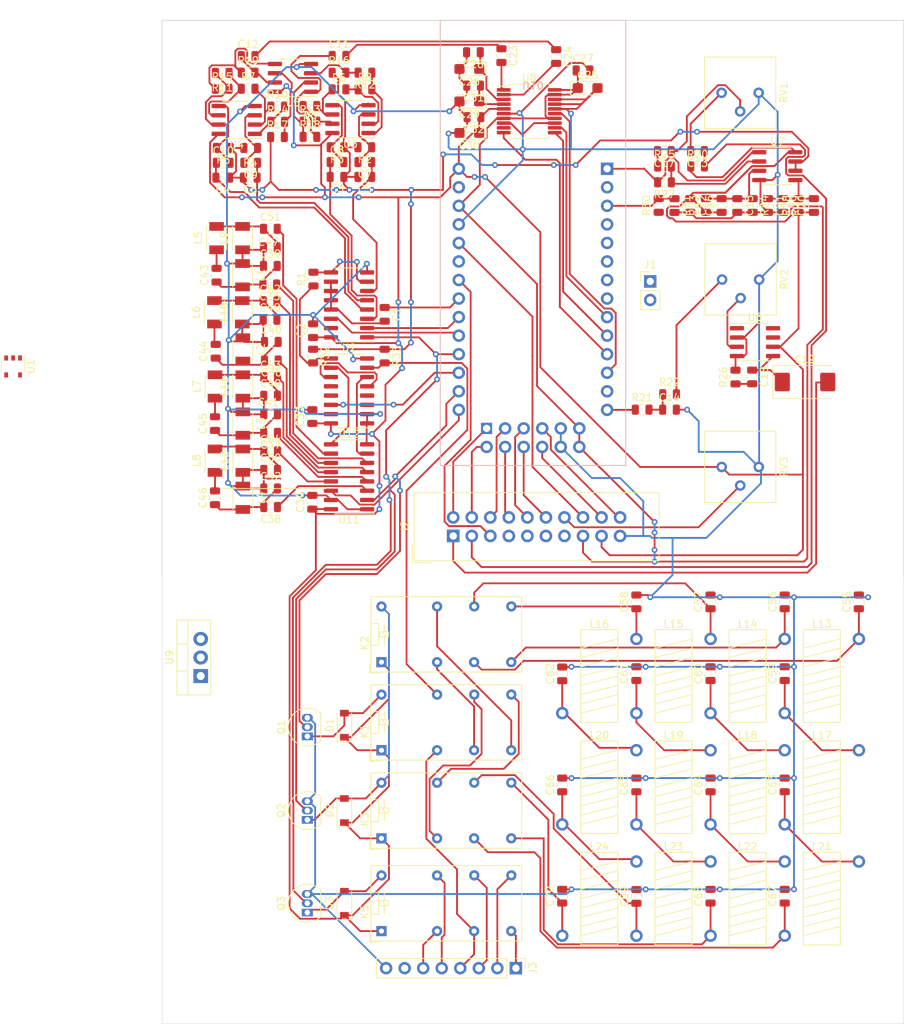
<source format=kicad_pcb>
(kicad_pcb (version 20200104) (host pcbnew "5.99.0-unknown-1727687~86~ubuntu18.04.1")
  (layers (0 "F.Cu" signal) (31 "B.Cu" signal) (34 "B.Paste" user) (35 "F.Paste" user) (36 "B.SilkS" user) (37 "F.SilkS" user) (38 "B.Mask" user) (39 "F.Mask" user) (44 "Edge.Cuts" user))
  (net 0 "")
  (net 1 "TRANSMIT_RF")
  (net 2 "GND")
  (net 3 "+5V")
  (net 4 "I_NEG")
  (net 5 "+2V5")
  (net 6 "Q_NEG")
  (net 7 "I_POS")
  (net 8 "Q_POS")
  (net 9 "Net-(C7-Pad2)")
  (net 10 "Net-(C8-Pad2)")
  (net 11 "Net-(C9-Pad2)")
  (net 12 "Net-(C10-Pad2)")
  (net 13 "RX_I")
  (net 14 "Net-(C11-Pad1)")
  (net 15 "RX_Q")
  (net 16 "Net-(C12-Pad1)")
  (net 17 "Net-(C13-Pad2)")
  (net 18 "Net-(C14-Pad1)")
  (net 19 "Net-(C15-Pad1)")
  (net 20 "+3V3")
  (net 21 "Net-(C17-Pad2)")
  (net 22 "Net-(C17-Pad1)")
  (net 23 "Net-(C18-Pad2)")
  (net 24 "Net-(C18-Pad1)")
  (net 25 "Net-(C20-Pad2)")
  (net 26 "Net-(C23-Pad2)")
  (net 27 "Net-(C24-Pad2)")
  (net 28 "Net-(C26-Pad1)")
  (net 29 "Net-(C29-Pad1)")
  (net 30 "Net-(C35-Pad2)")
  (net 31 "BPF_16_30_A")
  (net 32 "Net-(C36-Pad2)")
  (net 33 "BPF_8_16_A")
  (net 34 "Net-(C37-Pad2)")
  (net 35 "BPF_4_8_A")
  (net 36 "Net-(C38-Pad2)")
  (net 37 "BPF_2_4_A")
  (net 38 "Net-(C43-Pad2)")
  (net 39 "Net-(C44-Pad2)")
  (net 40 "Net-(C45-Pad2)")
  (net 41 "Net-(C46-Pad2)")
  (net 42 "Net-(C47-Pad2)")
  (net 43 "Net-(C48-Pad2)")
  (net 44 "Net-(C49-Pad2)")
  (net 45 "Net-(C50-Pad2)")
  (net 46 "BPF_16_30_B")
  (net 47 "BPF_8_16_B")
  (net 48 "BPF_4_8_B")
  (net 49 "BPF_2_4_B")
  (net 50 "+12V")
  (net 51 "Net-(R1-Pad2)")
  (net 52 "Net-(R6-Pad2)")
  (net 53 "Net-(R6-Pad1)")
  (net 54 "Net-(R10-Pad1)")
  (net 55 "Net-(R11-Pad1)")
  (net 56 "Net-(R12-Pad1)")
  (net 57 "Net-(R13-Pad2)")
  (net 58 "Net-(R10-Pad2)")
  (net 59 "Net-(R11-Pad2)")
  (net 60 "Net-(R12-Pad2)")
  (net 61 "Net-(R13-Pad1)")
  (net 62 "Net-(R14-Pad2)")
  (net 63 "Net-(R15-Pad1)")
  (net 64 "SPEAKER")
  (net 65 "Net-(R22-Pad2)")
  (net 66 "Net-(R25-Pad2)")
  (net 67 "MIC")
  (net 68 "BATTERY")
  (net 69 "RF_BPF")
  (net 70 "ANTENNA")
  (net 71 "Net-(RV2-Pad2)")
  (net 72 "LO_I")
  (net 73 "LO_Q")
  (net 74 "SCK")
  (net 75 "DOUT")
  (net 76 "BCK")
  (net 77 "LRCK")
  (net 78 "TX_ENABLE")
  (net 79 "BAND_0")
  (net 80 "BAND_1")
  (net 81 "BAND_2")
  (net 82 "MIC_HDR")
  (net 83 "SPEAKER_HDR")
  (net 84 "PB_1")
  (net 85 "PB_0")
  (net 86 "IR")
  (net 87 "LCD_CONTRAST")
  (net 88 "LCD_E")
  (net 89 "LCD_RS")
  (net 90 "LCD4")
  (net 91 "LCD5")
  (net 92 "LCD6")
  (net 93 "Net-(C1-Pad2)")
  (net 94 "Net-(U1-Pad4)")
  (net 95 "LCD7")
  (net 96 "BANK_0_B")
  (net 97 "BANK_0_A")
  (net 98 "Net-(J2-Pad13)")
  (net 99 "Net-(J2-Pad11)")
  (net 100 "Net-(J2-Pad9)")
  (net 101 "Net-(J2-Pad7)")
  (net 102 "Net-(U6-Pad8)")
  (net 103 "Net-(U6-Pad7)")
  (net 104 "Net-(U6-Pad1)")
  (net 105 "Net-(U8-Pad9)")
  (net 106 "Net-(U10-Pad8)")
  (net 107 "Net-(U10-Pad7)")
  (net 108 "Net-(U10-Pad6)")
  (net 109 "REV_PWR")
  (net 110 "FWD_PWR")
  (net 111 "LINE_IN")
  (net 112 "TEST_SIGNAL")
  (net 113 "1PPS")
  (net 114 "PTT")
  (net 115 "Net-(U10-Pad27)")
  (net 116 "LPF_BAND_0_A")
  (net 117 "LPF_BAND_1_A")
  (net 118 "LPF_BAND_2_A")
  (net 119 "LPF_BAND_3_A")
  (net 120 "Net-(C59-Pad1)")
  (net 121 "Net-(C60-Pad1)")
  (net 122 "Net-(C61-Pad1)")
  (net 123 "Net-(C62-Pad1)")
  (net 124 "Net-(C63-Pad1)")
  (net 125 "Net-(C64-Pad1)")
  (net 126 "Net-(C65-Pad1)")
  (net 127 "Net-(C66-Pad1)")
  (net 128 "LPF_BAND_0_B")
  (net 129 "LPF_BAND_1_B")
  (net 130 "LPF_BAND_2_B")
  (net 131 "LPF_BAND_3_B")
  (net 132 "RF_LPF")
  (net 133 "Net-(K1-Pad9)")
  (net 134 "Net-(K1-Pad11)")
  (net 135 "Net-(K1-Pad8)")
  (net 136 "Net-(K1-Pad6)")
  (net 137 "Net-(D1-Pad2)")
  (net 138 "Net-(D2-Pad2)")
  (net 139 "Net-(D3-Pad2)")
  (net 140 "Net-(U12-Pad13)")
  (net 141 "Net-(U12-Pad12)")
  (net 142 "Net-(U12-Pad11)")
  (net 143 "Net-(U12-Pad4)")
  (net 144 "Net-(U12-Pad3)")
  (net 145 "PA_OUT")
  (net 146 "RELAY_COMMON")
  (net 147 "RELAY_TX")
  (net 148 "RELAY_RX")
  (net 149 "PA_IN")
  (net 150 "Net-(J3-Pad7)")
  (module "Connector_PinHeader_2.54mm:PinHeader_1x08_P2.54mm_Vertical" (layer "F.Cu") (at 145.415 144.78 -90)
    (fp_text reference "J3" (at 0 -2.33 90) (layer "F.SilkS"))
    (fp_text value "Conn_01x08_Male")
    (pad "8" thru_hole oval (at 0 17.78 270) (size 1.7 1.7) (drill 1) (layers *.Cu *.Mask) (net 2 "GND"))
    (pad "7" thru_hole oval (at 0 15.24 270) (size 1.7 1.7) (drill 1) (layers *.Cu *.Mask) (net 150 "Net-(J3-Pad7)"))
    (pad "6" thru_hole oval (at 0 12.7 270) (size 1.7 1.7) (drill 1) (layers *.Cu *.Mask) (net 70 "ANTENNA"))
    (pad "5" thru_hole oval (at 0 10.16 270) (size 1.7 1.7) (drill 1) (layers *.Cu *.Mask) (net 146 "RELAY_COMMON"))
    (pad "4" thru_hole oval (at 0 7.62 270) (size 1.7 1.7) (drill 1) (layers *.Cu *.Mask) (net 145 "PA_OUT"))
    (pad "3" thru_hole oval (at 0 5.08 270) (size 1.7 1.7) (drill 1) (layers *.Cu *.Mask) (net 148 "RELAY_RX"))
    (pad "2" thru_hole oval (at 0 2.54 270) (size 1.7 1.7) (drill 1) (layers *.Cu *.Mask) (net 147 "RELAY_TX"))
    (pad "1" thru_hole rect (at 0 0 270) (size 1.7 1.7) (drill 1) (layers *.Cu *.Mask) (net 149 "PA_IN"))
  )
  (module "Package_TO_SOT_THT:TO-92_Inline" (layer "F.Cu") (at 116.84 137.16 90)
    (fp_text reference "Q3" (at 1.27 -3.56 90) (layer "F.SilkS"))
    (fp_text value "BS170")
    (pad "1" thru_hole rect (at 0 0 90) (size 1.05 1.5) (drill 0.75) (layers *.Cu *.Mask) (net 139 "Net-(D3-Pad2)"))
    (pad "3" thru_hole oval (at 2.54 0 90) (size 1.05 1.5) (drill 0.75) (layers *.Cu *.Mask) (net 2 "GND"))
    (pad "2" thru_hole oval (at 1.27 0 90) (size 1.05 1.5) (drill 0.75) (layers *.Cu *.Mask) (net 78 "TX_ENABLE"))
  )
  (module "Relay_THT:Relay_DPDT_Omron_G5V-2" (layer "F.Cu") (at 127 139.7 90)
    (fp_text reference "K5" (at 2.6 -2.3 90) (layer "F.SilkS"))
    (fp_text value "G5V-2")
    (pad "13" thru_hole circle (at 7.62 7.62 90) (size 1.4 1.4) (drill 0.7) (layers *.Cu *.Mask) (net 146 "RELAY_COMMON"))
    (pad "9" thru_hole circle (at 7.63 17.79 90) (size 1.4 1.4) (drill 0.7) (layers *.Cu *.Mask) (net 147 "RELAY_TX"))
    (pad "11" thru_hole circle (at 7.63 12.71 90) (size 1.4 1.4) (drill 0.7) (layers *.Cu *.Mask) (net 148 "RELAY_RX"))
    (pad "4" thru_hole circle (at 0 7.62 90) (size 1.4 1.4) (drill 0.7) (layers *.Cu *.Mask) (net 70 "ANTENNA"))
    (pad "8" thru_hole circle (at 0 17.78 90) (size 1.4 1.4) (drill 0.7) (layers *.Cu *.Mask) (net 149 "PA_IN"))
    (pad "6" thru_hole circle (at 0 12.69 90) (size 1.4 1.4) (drill 0.7) (layers *.Cu *.Mask) (net 145 "PA_OUT"))
    (pad "16" thru_hole circle (at 7.62 0 90) (size 1.4 1.4) (drill 0.7) (layers *.Cu *.Mask) (net 139 "Net-(D3-Pad2)"))
    (pad "1" thru_hole rect (at 0 0 90) (size 1.4 1.4) (drill 0.7) (layers *.Cu *.Mask) (net 3 "+5V"))
  )
  (module "Diode_SMD:D_SOD-123" (layer "F.Cu") (at 121.92 135.89 90)
    (fp_text reference "D3" (at 0 -2 90) (layer "F.SilkS"))
    (fp_text value "1N4148W")
    (pad "2" smd rect (at 1.65 0 90) (size 0.9 1.2) (layers "F.Cu" "F.Paste" "F.Mask") (net 139 "Net-(D3-Pad2)"))
    (pad "1" smd rect (at -1.65 0 90) (size 0.9 1.2) (layers "F.Cu" "F.Paste" "F.Mask") (net 3 "+5V"))
  )
  (module "Package_TO_SOT_THT:TO-220-3_Vertical" (layer "F.Cu") (at 102.235 104.775 90)
    (fp_text reference "U9" (at 2.54 -4.27 90) (layer "F.SilkS"))
    (fp_text value "LM7805_TO220")
    (pad "3" thru_hole oval (at 5.08 0 90) (size 1.905 2) (drill 1.1) (layers *.Cu *.Mask) (net 115 "Net-(U10-Pad27)"))
    (pad "2" thru_hole oval (at 2.54 0 90) (size 1.905 2) (drill 1.1) (layers *.Cu *.Mask) (net 2 "GND"))
    (pad "1" thru_hole rect (at 0 0 90) (size 1.905 2) (drill 1.1) (layers *.Cu *.Mask) (net 50 "+12V"))
  )
  (module "Package_TO_SOT_THT:TO-92_Inline" (layer "F.Cu") (at 116.84 124.46 90)
    (fp_text reference "Q2" (at 1.27 -3.56 90) (layer "F.SilkS"))
    (fp_text value "BS170")
    (pad "1" thru_hole rect (at 0 0 90) (size 1.05 1.5) (drill 0.75) (layers *.Cu *.Mask) (net 138 "Net-(D2-Pad2)"))
    (pad "3" thru_hole oval (at 2.54 0 90) (size 1.05 1.5) (drill 0.75) (layers *.Cu *.Mask) (net 2 "GND"))
    (pad "2" thru_hole oval (at 1.27 0 90) (size 1.05 1.5) (drill 0.75) (layers *.Cu *.Mask) (net 79 "BAND_0"))
  )
  (module "Package_TO_SOT_THT:TO-92_Inline" (layer "F.Cu") (at 116.84 113.03 90)
    (fp_text reference "Q1" (at 1.27 -3.56 90) (layer "F.SilkS"))
    (fp_text value "BS170")
    (pad "1" thru_hole rect (at 0 0 90) (size 1.05 1.5) (drill 0.75) (layers *.Cu *.Mask) (net 137 "Net-(D1-Pad2)"))
    (pad "3" thru_hole oval (at 2.54 0 90) (size 1.05 1.5) (drill 0.75) (layers *.Cu *.Mask) (net 2 "GND"))
    (pad "2" thru_hole oval (at 1.27 0 90) (size 1.05 1.5) (drill 0.75) (layers *.Cu *.Mask) (net 80 "BAND_1"))
  )
  (module "Diode_SMD:D_SOD-123" (layer "F.Cu") (at 121.92 123.19 90)
    (fp_text reference "D2" (at 0 -2 90) (layer "F.SilkS"))
    (fp_text value "1N4148W")
    (pad "2" smd rect (at 1.65 0 90) (size 0.9 1.2) (layers "F.Cu" "F.Paste" "F.Mask") (net 138 "Net-(D2-Pad2)"))
    (pad "1" smd rect (at -1.65 0 90) (size 0.9 1.2) (layers "F.Cu" "F.Paste" "F.Mask") (net 3 "+5V"))
  )
  (module "Diode_SMD:D_SOD-123" (layer "F.Cu") (at 121.92 111.505 90)
    (fp_text reference "D1" (at 0 -2 90) (layer "F.SilkS"))
    (fp_text value "1N4148W")
    (pad "2" smd rect (at 1.65 0 90) (size 0.9 1.2) (layers "F.Cu" "F.Paste" "F.Mask") (net 137 "Net-(D1-Pad2)"))
    (pad "1" smd rect (at -1.65 0 90) (size 0.9 1.2) (layers "F.Cu" "F.Paste" "F.Mask") (net 3 "+5V"))
  )
  (module "openxcvr:FT37-INDUCTOR" (layer "F.Cu") (at 156.845 127.635)
    (fp_text reference "L24" (at 0 0.5 unlocked) (layer "F.SilkS"))
    (fp_text value "303n")
    (pad "1" thru_hole circle (at 5.08 2.54) (size 1.7 1.7) (drill 1) (layers *.Cu *.Mask) (net 127 "Net-(C66-Pad1)"))
    (pad "2" thru_hole circle (at -5.08 12.7) (size 1.7 1.7) (drill 1) (layers *.Cu *.Mask) (net 131 "LPF_BAND_3_B"))
  )
  (module "openxcvr:FT37-INDUCTOR" (layer "F.Cu") (at 167.005 127.635)
    (fp_text reference "L23" (at 0 0.5 unlocked) (layer "F.SilkS"))
    (fp_text value "773n")
    (pad "1" thru_hole circle (at 5.08 2.54) (size 1.7 1.7) (drill 1) (layers *.Cu *.Mask) (net 126 "Net-(C65-Pad1)"))
    (pad "2" thru_hole circle (at -5.08 12.7) (size 1.7 1.7) (drill 1) (layers *.Cu *.Mask) (net 130 "LPF_BAND_2_B"))
  )
  (module "openxcvr:FT37-INDUCTOR" (layer "F.Cu") (at 177.165 127.635)
    (fp_text reference "L22" (at 0 0.5 unlocked) (layer "F.SilkS"))
    (fp_text value "1.380u")
    (pad "1" thru_hole circle (at 5.08 2.54) (size 1.7 1.7) (drill 1) (layers *.Cu *.Mask) (net 125 "Net-(C64-Pad1)"))
    (pad "2" thru_hole circle (at -5.08 12.7) (size 1.7 1.7) (drill 1) (layers *.Cu *.Mask) (net 129 "LPF_BAND_1_B"))
  )
  (module "openxcvr:FT37-INDUCTOR" (layer "F.Cu") (at 187.325 127.635)
    (fp_text reference "L21" (at 0 0.5 unlocked) (layer "F.SilkS"))
    (fp_text value "2.434u")
    (pad "1" thru_hole circle (at 5.08 2.54) (size 1.7 1.7) (drill 1) (layers *.Cu *.Mask) (net 124 "Net-(C63-Pad1)"))
    (pad "2" thru_hole circle (at -5.08 12.7) (size 1.7 1.7) (drill 1) (layers *.Cu *.Mask) (net 128 "LPF_BAND_0_B"))
  )
  (module "openxcvr:FT37-INDUCTOR" (layer "F.Cu") (at 156.845 112.395)
    (fp_text reference "L20" (at 0 0.5 unlocked) (layer "F.SilkS"))
    (fp_text value "382n")
    (pad "1" thru_hole circle (at 5.08 2.54) (size 1.7 1.7) (drill 1) (layers *.Cu *.Mask) (net 123 "Net-(C62-Pad1)"))
    (pad "2" thru_hole circle (at -5.08 12.7) (size 1.7 1.7) (drill 1) (layers *.Cu *.Mask) (net 127 "Net-(C66-Pad1)"))
  )
  (module "openxcvr:FT37-INDUCTOR" (layer "F.Cu") (at 167.005 112.395)
    (fp_text reference "L19" (at 0 0.5 unlocked) (layer "F.SilkS"))
    (fp_text value "904n")
    (pad "1" thru_hole circle (at 5.08 2.54) (size 1.7 1.7) (drill 1) (layers *.Cu *.Mask) (net 122 "Net-(C61-Pad1)"))
    (pad "2" thru_hole circle (at -5.08 12.7) (size 1.7 1.7) (drill 1) (layers *.Cu *.Mask) (net 126 "Net-(C65-Pad1)"))
  )
  (module "openxcvr:FT37-INDUCTOR" (layer "F.Cu") (at 177.165 112.395)
    (fp_text reference "L18" (at 0 0.5 unlocked) (layer "F.SilkS"))
    (fp_text value "1.698u")
    (pad "1" thru_hole circle (at 5.08 2.54) (size 1.7 1.7) (drill 1) (layers *.Cu *.Mask) (net 121 "Net-(C60-Pad1)"))
    (pad "2" thru_hole circle (at -5.08 12.7) (size 1.7 1.7) (drill 1) (layers *.Cu *.Mask) (net 125 "Net-(C64-Pad1)"))
  )
  (module "openxcvr:FT37-INDUCTOR" (layer "F.Cu") (at 187.325 112.395)
    (fp_text reference "L17" (at 0 0.5 unlocked) (layer "F.SilkS"))
    (fp_text value "3.012u")
    (pad "1" thru_hole circle (at 5.08 2.54) (size 1.7 1.7) (drill 1) (layers *.Cu *.Mask) (net 120 "Net-(C59-Pad1)"))
    (pad "2" thru_hole circle (at -5.08 12.7) (size 1.7 1.7) (drill 1) (layers *.Cu *.Mask) (net 124 "Net-(C63-Pad1)"))
  )
  (module "openxcvr:FT37-INDUCTOR" (layer "F.Cu") (at 156.845 97.155)
    (fp_text reference "L16" (at 0 0.5 unlocked) (layer "F.SilkS"))
    (fp_text value "303n")
    (pad "1" thru_hole circle (at 5.08 2.54) (size 1.7 1.7) (drill 1) (layers *.Cu *.Mask) (net 119 "LPF_BAND_3_A"))
    (pad "2" thru_hole circle (at -5.08 12.7) (size 1.7 1.7) (drill 1) (layers *.Cu *.Mask) (net 123 "Net-(C62-Pad1)"))
  )
  (module "openxcvr:FT37-INDUCTOR" (layer "F.Cu") (at 167.005 97.155)
    (fp_text reference "L15" (at 0 0.5 unlocked) (layer "F.SilkS"))
    (fp_text value "773n")
    (pad "1" thru_hole circle (at 5.08 2.54) (size 1.7 1.7) (drill 1) (layers *.Cu *.Mask) (net 118 "LPF_BAND_2_A"))
    (pad "2" thru_hole circle (at -5.08 12.7) (size 1.7 1.7) (drill 1) (layers *.Cu *.Mask) (net 122 "Net-(C61-Pad1)"))
  )
  (module "openxcvr:FT37-INDUCTOR" (layer "F.Cu") (at 177.165 97.155)
    (fp_text reference "L14" (at 0 0.5 unlocked) (layer "F.SilkS"))
    (fp_text value "1.380u")
    (pad "1" thru_hole circle (at 5.08 2.54) (size 1.7 1.7) (drill 1) (layers *.Cu *.Mask) (net 117 "LPF_BAND_1_A"))
    (pad "2" thru_hole circle (at -5.08 12.7) (size 1.7 1.7) (drill 1) (layers *.Cu *.Mask) (net 121 "Net-(C60-Pad1)"))
  )
  (module "openxcvr:FT37-INDUCTOR" (layer "F.Cu") (at 187.325 97.155)
    (fp_text reference "L13" (at 0 0.5 unlocked) (layer "F.SilkS"))
    (fp_text value "2.434u")
    (pad "1" thru_hole circle (at 5.08 2.54) (size 1.7 1.7) (drill 1) (layers *.Cu *.Mask) (net 116 "LPF_BAND_0_A"))
    (pad "2" thru_hole circle (at -5.08 12.7) (size 1.7 1.7) (drill 1) (layers *.Cu *.Mask) (net 120 "Net-(C59-Pad1)"))
  )
  (module "Relay_THT:Relay_DPDT_Omron_G5V-2" (layer "F.Cu") (at 127 127 90)
    (fp_text reference "K3" (at 2.6 -2.3 90) (layer "F.SilkS"))
    (fp_text value "G5V-2")
    (pad "13" thru_hole circle (at 7.62 7.62 90) (size 1.4 1.4) (drill 0.7) (layers *.Cu *.Mask) (net 133 "Net-(K1-Pad9)"))
    (pad "9" thru_hole circle (at 7.63 17.79 90) (size 1.4 1.4) (drill 0.7) (layers *.Cu *.Mask) (net 131 "LPF_BAND_3_B"))
    (pad "11" thru_hole circle (at 7.63 12.71 90) (size 1.4 1.4) (drill 0.7) (layers *.Cu *.Mask) (net 130 "LPF_BAND_2_B"))
    (pad "4" thru_hole circle (at 0 7.62 90) (size 1.4 1.4) (drill 0.7) (layers *.Cu *.Mask) (net 134 "Net-(K1-Pad11)"))
    (pad "8" thru_hole circle (at 0 17.78 90) (size 1.4 1.4) (drill 0.7) (layers *.Cu *.Mask) (net 129 "LPF_BAND_1_B"))
    (pad "6" thru_hole circle (at 0 12.69 90) (size 1.4 1.4) (drill 0.7) (layers *.Cu *.Mask) (net 128 "LPF_BAND_0_B"))
    (pad "16" thru_hole circle (at 7.62 0 90) (size 1.4 1.4) (drill 0.7) (layers *.Cu *.Mask) (net 138 "Net-(D2-Pad2)"))
    (pad "1" thru_hole rect (at 0 0 90) (size 1.4 1.4) (drill 0.7) (layers *.Cu *.Mask) (net 3 "+5V"))
  )
  (module "Relay_THT:Relay_DPDT_Omron_G5V-2" (layer "F.Cu") (at 127 102.87 90)
    (fp_text reference "K2" (at 2.6 -2.3 90) (layer "F.SilkS"))
    (fp_text value "G5V-2")
    (pad "13" thru_hole circle (at 7.62 7.62 90) (size 1.4 1.4) (drill 0.7) (layers *.Cu *.Mask) (net 135 "Net-(K1-Pad8)"))
    (pad "9" thru_hole circle (at 7.63 17.79 90) (size 1.4 1.4) (drill 0.7) (layers *.Cu *.Mask) (net 119 "LPF_BAND_3_A"))
    (pad "11" thru_hole circle (at 7.63 12.71 90) (size 1.4 1.4) (drill 0.7) (layers *.Cu *.Mask) (net 118 "LPF_BAND_2_A"))
    (pad "4" thru_hole circle (at 0 7.62 90) (size 1.4 1.4) (drill 0.7) (layers *.Cu *.Mask) (net 136 "Net-(K1-Pad6)"))
    (pad "8" thru_hole circle (at 0 17.78 90) (size 1.4 1.4) (drill 0.7) (layers *.Cu *.Mask) (net 117 "LPF_BAND_1_A"))
    (pad "6" thru_hole circle (at 0 12.69 90) (size 1.4 1.4) (drill 0.7) (layers *.Cu *.Mask) (net 116 "LPF_BAND_0_A"))
    (pad "16" thru_hole circle (at 7.62 0 90) (size 1.4 1.4) (drill 0.7) (layers *.Cu *.Mask) (net 138 "Net-(D2-Pad2)"))
    (pad "1" thru_hole rect (at 0 0 90) (size 1.4 1.4) (drill 0.7) (layers *.Cu *.Mask) (net 3 "+5V"))
  )
  (module "Relay_THT:Relay_DPDT_Omron_G5V-2" (layer "F.Cu") (at 127 114.935 90)
    (fp_text reference "K1" (at 2.6 -2.3 90) (layer "F.SilkS"))
    (fp_text value "G5V-2")
    (pad "13" thru_hole circle (at 7.62 7.62 90) (size 1.4 1.4) (drill 0.7) (layers *.Cu *.Mask) (net 132 "RF_LPF"))
    (pad "9" thru_hole circle (at 7.63 17.79 90) (size 1.4 1.4) (drill 0.7) (layers *.Cu *.Mask) (net 133 "Net-(K1-Pad9)"))
    (pad "11" thru_hole circle (at 7.63 12.71 90) (size 1.4 1.4) (drill 0.7) (layers *.Cu *.Mask) (net 134 "Net-(K1-Pad11)"))
    (pad "4" thru_hole circle (at 0 7.62 90) (size 1.4 1.4) (drill 0.7) (layers *.Cu *.Mask) (net 145 "PA_OUT"))
    (pad "8" thru_hole circle (at 0 17.78 90) (size 1.4 1.4) (drill 0.7) (layers *.Cu *.Mask) (net 135 "Net-(K1-Pad8)"))
    (pad "6" thru_hole circle (at 0 12.69 90) (size 1.4 1.4) (drill 0.7) (layers *.Cu *.Mask) (net 136 "Net-(K1-Pad6)"))
    (pad "16" thru_hole circle (at 7.62 0 90) (size 1.4 1.4) (drill 0.7) (layers *.Cu *.Mask) (net 137 "Net-(D1-Pad2)"))
    (pad "1" thru_hole rect (at 0 0 90) (size 1.4 1.4) (drill 0.7) (layers *.Cu *.Mask) (net 3 "+5V"))
  )
  (module "Capacitor_SMD:C_0805_2012Metric" (layer "F.Cu") (at 151.765 134.9225 90)
    (fp_text reference "C70" (at 0 -1.65 90) (layer "F.SilkS"))
    (fp_text value "56p")
    (pad "2" smd roundrect (at 0.9375 0 90) (size 0.975 1.4) (layers "F.Cu" "F.Paste" "F.Mask") (net 2 "GND"))
    (pad "1" smd roundrect (at -0.9375 0 90) (size 0.975 1.4) (layers "F.Cu" "F.Paste" "F.Mask") (net 131 "LPF_BAND_3_B"))
  )
  (module "Capacitor_SMD:C_0805_2012Metric" (layer "F.Cu") (at 161.925 134.9525 90)
    (fp_text reference "C69" (at 0 -1.65 90) (layer "F.SilkS"))
    (fp_text value "180p")
    (pad "2" smd roundrect (at 0.9375 0 90) (size 0.975 1.4) (layers "F.Cu" "F.Paste" "F.Mask") (net 2 "GND"))
    (pad "1" smd roundrect (at -0.9375 0 90) (size 0.975 1.4) (layers "F.Cu" "F.Paste" "F.Mask") (net 130 "LPF_BAND_2_B"))
  )
  (module "Capacitor_SMD:C_0805_2012Metric" (layer "F.Cu") (at 172.085 134.9225 90)
    (fp_text reference "C68" (at 0 -1.65 90) (layer "F.SilkS"))
    (fp_text value "270p")
    (pad "2" smd roundrect (at 0.9375 0 90) (size 0.975 1.4) (layers "F.Cu" "F.Paste" "F.Mask") (net 2 "GND"))
    (pad "1" smd roundrect (at -0.9375 0 90) (size 0.975 1.4) (layers "F.Cu" "F.Paste" "F.Mask") (net 129 "LPF_BAND_1_B"))
  )
  (module "Capacitor_SMD:C_0805_2012Metric" (layer "F.Cu") (at 182.245 134.9225 90)
    (fp_text reference "C67" (at 0 -1.65 90) (layer "F.SilkS"))
    (fp_text value "470p")
    (pad "2" smd roundrect (at 0.9375 0 90) (size 0.975 1.4) (layers "F.Cu" "F.Paste" "F.Mask") (net 2 "GND"))
    (pad "1" smd roundrect (at -0.9375 0 90) (size 0.975 1.4) (layers "F.Cu" "F.Paste" "F.Mask") (net 128 "LPF_BAND_0_B"))
  )
  (module "Capacitor_SMD:C_0805_2012Metric" (layer "F.Cu") (at 151.765 119.6825 90)
    (fp_text reference "C66" (at 0 -1.65 90) (layer "F.SilkS"))
    (fp_text value "150p")
    (pad "2" smd roundrect (at 0.9375 0 90) (size 0.975 1.4) (layers "F.Cu" "F.Paste" "F.Mask") (net 2 "GND"))
    (pad "1" smd roundrect (at -0.9375 0 90) (size 0.975 1.4) (layers "F.Cu" "F.Paste" "F.Mask") (net 127 "Net-(C66-Pad1)"))
  )
  (module "Capacitor_SMD:C_0805_2012Metric" (layer "F.Cu") (at 161.925 119.6825 90)
    (fp_text reference "C65" (at 0 -1.65 90) (layer "F.SilkS"))
    (fp_text value "390p")
    (pad "2" smd roundrect (at 0.9375 0 90) (size 0.975 1.4) (layers "F.Cu" "F.Paste" "F.Mask") (net 2 "GND"))
    (pad "1" smd roundrect (at -0.9375 0 90) (size 0.975 1.4) (layers "F.Cu" "F.Paste" "F.Mask") (net 126 "Net-(C65-Pad1)"))
  )
  (module "Capacitor_SMD:C_0805_2012Metric" (layer "F.Cu") (at 172.085 119.6825 90)
    (fp_text reference "C64" (at 0 -1.65 90) (layer "F.SilkS"))
    (fp_text value "680p")
    (pad "2" smd roundrect (at 0.9375 0 90) (size 0.975 1.4) (layers "F.Cu" "F.Paste" "F.Mask") (net 2 "GND"))
    (pad "1" smd roundrect (at -0.9375 0 90) (size 0.975 1.4) (layers "F.Cu" "F.Paste" "F.Mask") (net 125 "Net-(C64-Pad1)"))
  )
  (module "Capacitor_SMD:C_0805_2012Metric" (layer "F.Cu") (at 182.245 119.6825 90)
    (fp_text reference "C63" (at 0 -1.65 90) (layer "F.SilkS"))
    (fp_text value "1.2n")
    (pad "2" smd roundrect (at 0.9375 0 90) (size 0.975 1.4) (layers "F.Cu" "F.Paste" "F.Mask") (net 2 "GND"))
    (pad "1" smd roundrect (at -0.9375 0 90) (size 0.975 1.4) (layers "F.Cu" "F.Paste" "F.Mask") (net 124 "Net-(C63-Pad1)"))
  )
  (module "Capacitor_SMD:C_0805_2012Metric" (layer "F.Cu") (at 151.765 104.4725 90)
    (fp_text reference "C62" (at 0 -1.65 90) (layer "F.SilkS"))
    (fp_text value "150p")
    (pad "2" smd roundrect (at 0.9375 0 90) (size 0.975 1.4) (layers "F.Cu" "F.Paste" "F.Mask") (net 2 "GND"))
    (pad "1" smd roundrect (at -0.9375 0 90) (size 0.975 1.4) (layers "F.Cu" "F.Paste" "F.Mask") (net 123 "Net-(C62-Pad1)"))
  )
  (module "Capacitor_SMD:C_0805_2012Metric" (layer "F.Cu") (at 161.925 104.4425 90)
    (fp_text reference "C61" (at 0 -1.65 90) (layer "F.SilkS"))
    (fp_text value "390p")
    (pad "2" smd roundrect (at 0.9375 0 90) (size 0.975 1.4) (layers "F.Cu" "F.Paste" "F.Mask") (net 2 "GND"))
    (pad "1" smd roundrect (at -0.9375 0 90) (size 0.975 1.4) (layers "F.Cu" "F.Paste" "F.Mask") (net 122 "Net-(C61-Pad1)"))
  )
  (module "Capacitor_SMD:C_0805_2012Metric" (layer "F.Cu") (at 172.085 104.4425 90)
    (fp_text reference "C60" (at 0 -1.65 90) (layer "F.SilkS"))
    (fp_text value "680p")
    (pad "2" smd roundrect (at 0.9375 0 90) (size 0.975 1.4) (layers "F.Cu" "F.Paste" "F.Mask") (net 2 "GND"))
    (pad "1" smd roundrect (at -0.9375 0 90) (size 0.975 1.4) (layers "F.Cu" "F.Paste" "F.Mask") (net 121 "Net-(C60-Pad1)"))
  )
  (module "Capacitor_SMD:C_0805_2012Metric" (layer "F.Cu") (at 182.245 104.4425 90)
    (fp_text reference "C59" (at 0 -1.65 90) (layer "F.SilkS"))
    (fp_text value "1.2n")
    (pad "2" smd roundrect (at 0.9375 0 90) (size 0.975 1.4) (layers "F.Cu" "F.Paste" "F.Mask") (net 2 "GND"))
    (pad "1" smd roundrect (at -0.9375 0 90) (size 0.975 1.4) (layers "F.Cu" "F.Paste" "F.Mask") (net 120 "Net-(C59-Pad1)"))
  )
  (module "Capacitor_SMD:C_0805_2012Metric" (layer "F.Cu") (at 161.925 94.615 90)
    (fp_text reference "C58" (at 0 -1.65 90) (layer "F.SilkS"))
    (fp_text value "56p")
    (pad "2" smd roundrect (at 0.9375 0 90) (size 0.975 1.4) (layers "F.Cu" "F.Paste" "F.Mask") (net 2 "GND"))
    (pad "1" smd roundrect (at -0.9375 0 90) (size 0.975 1.4) (layers "F.Cu" "F.Paste" "F.Mask") (net 119 "LPF_BAND_3_A"))
  )
  (module "Capacitor_SMD:C_0805_2012Metric" (layer "F.Cu") (at 172.085 94.615 90)
    (fp_text reference "C57" (at 0 -1.65 90) (layer "F.SilkS"))
    (fp_text value "180p")
    (pad "2" smd roundrect (at 0.9375 0 90) (size 0.975 1.4) (layers "F.Cu" "F.Paste" "F.Mask") (net 2 "GND"))
    (pad "1" smd roundrect (at -0.9375 0 90) (size 0.975 1.4) (layers "F.Cu" "F.Paste" "F.Mask") (net 118 "LPF_BAND_2_A"))
  )
  (module "Capacitor_SMD:C_0805_2012Metric" (layer "F.Cu") (at 182.245 94.615 90)
    (fp_text reference "C56" (at 0 -1.65 90) (layer "F.SilkS"))
    (fp_text value "270p")
    (pad "2" smd roundrect (at 0.9375 0 90) (size 0.975 1.4) (layers "F.Cu" "F.Paste" "F.Mask") (net 2 "GND"))
    (pad "1" smd roundrect (at -0.9375 0 90) (size 0.975 1.4) (layers "F.Cu" "F.Paste" "F.Mask") (net 117 "LPF_BAND_1_A"))
  )
  (module "Capacitor_SMD:C_0805_2012Metric" (layer "F.Cu") (at 192.405 94.615 90)
    (fp_text reference "C55" (at 0 -1.65 90) (layer "F.SilkS"))
    (fp_text value "470p")
    (pad "2" smd roundrect (at 0.9375 0 90) (size 0.975 1.4) (layers "F.Cu" "F.Paste" "F.Mask") (net 2 "GND"))
    (pad "1" smd roundrect (at -0.9375 0 90) (size 0.975 1.4) (layers "F.Cu" "F.Paste" "F.Mask") (net 116 "LPF_BAND_0_A"))
  )
  (module "Capacitor_Tantalum_SMD:CP_EIA-7343-31_Kemet-D" (layer "F.Cu") (at 185.0279 64.5064)
    (fp_text reference "C19" (at 0 -3.1) (layer "F.SilkS"))
    (fp_text value "100uF")
    (pad "2" smd roundrect (at 3.1125 0) (size 2.075 2.55) (layers "F.Cu" "F.Paste" "F.Mask") (roundrect_rratio 0.120482) (net 83 "SPEAKER_HDR"))
    (pad "1" smd roundrect (at -3.1125 0) (size 2.075 2.55) (layers "F.Cu" "F.Paste" "F.Mask") (roundrect_rratio 0.120482) (net 24 "Net-(C18-Pad1)"))
  )
  (module "Capacitor_SMD:C_0805_2012Metric" (layer "F.Cu") (at 117.5284 69.231115 90)
    (fp_text reference "C33" (at 0 -1.65 90) (layer "F.SilkS"))
    (fp_text value "100n")
    (pad "2" smd roundrect (at 0.9375 0 90) (size 0.975 1.4) (layers "F.Cu" "F.Paste" "F.Mask") (net 2 "GND"))
    (pad "1" smd roundrect (at -0.9375 0 90) (size 0.975 1.4) (layers "F.Cu" "F.Paste" "F.Mask") (net 3 "+5V"))
  )
  (module "Package_SO:SOIC-8_3.9x4.9mm_P1.27mm" (layer "F.Cu") (at 181.2316 34.9408)
    (fp_text reference "U7" (at 0 -3.4) (layer "F.SilkS"))
    (fp_text value "MCP6002-xSN")
    (pad "8" smd roundrect (at 2.475 -1.905) (size 1.95 0.6) (layers "F.Cu" "F.Paste" "F.Mask") (net 20 "+3V3"))
    (pad "7" smd roundrect (at 2.475 -0.635) (size 1.95 0.6) (layers "F.Cu" "F.Paste" "F.Mask") (net 5 "+2V5"))
    (pad "6" smd roundrect (at 2.475 0.635) (size 1.95 0.6) (layers "F.Cu" "F.Paste" "F.Mask") (net 5 "+2V5"))
    (pad "5" smd roundrect (at 2.475 1.905) (size 1.95 0.6) (layers "F.Cu" "F.Paste" "F.Mask") (net 25 "Net-(C20-Pad2)"))
    (pad "4" smd roundrect (at -2.475 1.905) (size 1.95 0.6) (layers "F.Cu" "F.Paste" "F.Mask") (net 2 "GND"))
    (pad "3" smd roundrect (at -2.475 0.635) (size 1.95 0.6) (layers "F.Cu" "F.Paste" "F.Mask") (net 19 "Net-(C15-Pad1)"))
    (pad "2" smd roundrect (at -2.475 -0.635) (size 1.95 0.6) (layers "F.Cu" "F.Paste" "F.Mask") (net 66 "Net-(R25-Pad2)"))
    (pad "1" smd roundrect (at -2.475 -1.905) (size 1.95 0.6) (layers "F.Cu" "F.Paste" "F.Mask") (net 67 "MIC"))
  )
  (module "openxcvr:max1000" (layer "B.Cu") (at 147.7544 12.4364 180)
    (fp_text reference "U10" (at 0 -11.43 180 unlocked) (layer "B.SilkS") (effects (justify mirror)))
    (fp_text value "MAX_1000")
    (pad "40" thru_hole circle (at -6.35 -60.96 180) (size 1.7 1.7) (drill 1) (layers *.Cu *.Mask) (net 20 "+3V3"))
    (pad "39" thru_hole circle (at -3.81 -60.96 180) (size 1.7 1.7) (drill 1) (layers *.Cu *.Mask) (net 2 "GND"))
    (pad "38" thru_hole circle (at -1.27 -60.96 180) (size 1.7 1.7) (drill 1) (layers *.Cu *.Mask) (net 85 "PB_0"))
    (pad "37" thru_hole circle (at 1.27 -60.96 180) (size 1.7 1.7) (drill 1) (layers *.Cu *.Mask) (net 88 "LCD_E"))
    (pad "36" thru_hole circle (at 3.81 -60.96 180) (size 1.7 1.7) (drill 1) (layers *.Cu *.Mask) (net 90 "LCD4"))
    (pad "35" thru_hole circle (at 6.35 -60.96 180) (size 1.7 1.7) (drill 1) (layers *.Cu *.Mask) (net 92 "LCD6"))
    (pad "34" thru_hole circle (at -6.35 -58.42 180) (size 1.7 1.7) (drill 1) (layers *.Cu *.Mask) (net 20 "+3V3"))
    (pad "33" thru_hole circle (at -3.81 -58.42 180) (size 1.7 1.7) (drill 1) (layers *.Cu *.Mask) (net 2 "GND"))
    (pad "32" thru_hole circle (at -1.27 -58.42 180) (size 1.7 1.7) (drill 1) (layers *.Cu *.Mask) (net 84 "PB_1"))
    (pad "31" thru_hole circle (at 1.27 -58.42 180) (size 1.7 1.7) (drill 1) (layers *.Cu *.Mask) (net 89 "LCD_RS"))
    (pad "30" thru_hole circle (at 3.81 -58.42 180) (size 1.7 1.7) (drill 1) (layers *.Cu *.Mask) (net 91 "LCD5"))
    (pad "29" thru_hole rect (at 6.35 -58.42 180) (size 1.524 1.524) (drill 1) (layers *.Cu *.Mask) (net 95 "LCD7"))
    (pad "14" thru_hole circle (at -10.16 -55.88 180) (size 1.7 1.7) (drill 1) (layers *.Cu *.Mask) (net 64 "SPEAKER"))
    (pad "13" thru_hole circle (at -10.16 -53.34 180) (size 1.7 1.7) (drill 1) (layers *.Cu *.Mask) (net 113 "1PPS"))
    (pad "12" thru_hole circle (at -10.16 -50.8 180) (size 1.7 1.7) (drill 1) (layers *.Cu *.Mask) (net 74 "SCK"))
    (pad "11" thru_hole circle (at -10.16 -48.26 180) (size 1.7 1.7) (drill 1) (layers *.Cu *.Mask) (net 77 "LRCK"))
    (pad "10" thru_hole circle (at -10.16 -45.72 180) (size 1.7 1.7) (drill 1) (layers *.Cu *.Mask) (net 76 "BCK"))
    (pad "9" thru_hole circle (at -10.16 -43.18 180) (size 1.7 1.7) (drill 1) (layers *.Cu *.Mask) (net 75 "DOUT"))
    (pad "8" thru_hole circle (at -10.16 -40.64 180) (size 1.7 1.7) (drill 1) (layers *.Cu *.Mask) (net 106 "Net-(U10-Pad8)"))
    (pad "7" thru_hole circle (at -10.16 -38.1 180) (size 1.7 1.7) (drill 1) (layers *.Cu *.Mask) (net 107 "Net-(U10-Pad7)"))
    (pad "6" thru_hole circle (at -10.16 -35.56 180) (size 1.7 1.7) (drill 1) (layers *.Cu *.Mask) (net 108 "Net-(U10-Pad6)"))
    (pad "5" thru_hole circle (at -10.16 -33.02 180) (size 1.7 1.7) (drill 1) (layers *.Cu *.Mask) (net 109 "REV_PWR"))
    (pad "4" thru_hole circle (at -10.16 -30.48 180) (size 1.7 1.7) (drill 1) (layers *.Cu *.Mask) (net 110 "FWD_PWR"))
    (pad "3" thru_hole circle (at -10.16 -27.94 180) (size 1.7 1.7) (drill 1) (layers *.Cu *.Mask) (net 68 "BATTERY"))
    (pad "2" thru_hole circle (at -10.16 -25.4 180) (size 1.7 1.7) (drill 1) (layers *.Cu *.Mask) (net 111 "LINE_IN"))
    (pad "1" thru_hole rect (at -10.16 -22.86 180) (size 1.7 1.7) (drill 1) (layers *.Cu *.Mask) (net 67 "MIC"))
    (pad "15" thru_hole circle (at 10.16 -55.88 180) (size 1.7 1.7) (drill 1) (layers *.Cu *.Mask) (net 79 "BAND_0"))
    (pad "16" thru_hole circle (at 10.16 -53.34 180) (size 1.7 1.7) (drill 1) (layers *.Cu *.Mask) (net 80 "BAND_1"))
    (pad "17" thru_hole circle (at 10.16 -50.8 180) (size 1.7 1.7) (drill 1) (layers *.Cu *.Mask) (net 81 "BAND_2"))
    (pad "18" thru_hole circle (at 10.16 -48.26 180) (size 1.7 1.7) (drill 1) (layers *.Cu *.Mask) (net 78 "TX_ENABLE"))
    (pad "19" thru_hole circle (at 10.16 -45.72 180) (size 1.7 1.7) (drill 1) (layers *.Cu *.Mask) (net 72 "LO_I"))
    (pad "20" thru_hole circle (at 10.16 -43.18 180) (size 1.7 1.7) (drill 1) (layers *.Cu *.Mask) (net 73 "LO_Q"))
    (pad "21" thru_hole circle (at 10.16 -40.64 180) (size 1.7 1.7) (drill 1) (layers *.Cu *.Mask) (net 1 "TRANSMIT_RF"))
    (pad "22" thru_hole circle (at 10.16 -38.1 180) (size 1.7 1.7) (drill 1) (layers *.Cu *.Mask) (net 114 "PTT"))
    (pad "23" thru_hole circle (at 10.16 -35.56 180) (size 1.7 1.7) (drill 1) (layers *.Cu *.Mask) (net 112 "TEST_SIGNAL"))
    (pad "24" thru_hole circle (at 10.16 -33.02 180) (size 1.7 1.7) (drill 1) (layers *.Cu *.Mask) (net 86 "IR"))
    (pad "25" thru_hole circle (at 10.16 -30.48 180) (size 1.7 1.7) (drill 1) (layers *.Cu *.Mask) (net 2 "GND"))
    (pad "26" thru_hole circle (at 10.16 -27.94 180) (size 1.7 1.7) (drill 1) (layers *.Cu *.Mask) (net 20 "+3V3"))
    (pad "27" thru_hole circle (at 10.16 -25.4 180) (size 1.7 1.7) (drill 1) (layers *.Cu *.Mask) (net 115 "Net-(U10-Pad27)"))
    (pad "28" thru_hole circle (at 10.16 -22.86 180) (size 1.7 1.7) (drill 1) (layers *.Cu *.Mask) (net 3 "+5V"))
  )
  (module "Package_SO:SOIC-8_3.9x4.9mm_P1.27mm" (layer "F.Cu") (at 107.1652 28.614215 180)
    (fp_text reference "U4" (at 0 -3.4) (layer "F.SilkS"))
    (fp_text value "LM4562")
    (pad "8" smd roundrect (at 2.475 -1.905 180) (size 1.95 0.6) (layers "F.Cu" "F.Paste" "F.Mask") (net 3 "+5V"))
    (pad "7" smd roundrect (at 2.475 -0.635 180) (size 1.95 0.6) (layers "F.Cu" "F.Paste" "F.Mask") (net 59 "Net-(R11-Pad2)"))
    (pad "6" smd roundrect (at 2.475 0.635 180) (size 1.95 0.6) (layers "F.Cu" "F.Paste" "F.Mask") (net 55 "Net-(R11-Pad1)"))
    (pad "5" smd roundrect (at 2.475 1.905 180) (size 1.95 0.6) (layers "F.Cu" "F.Paste" "F.Mask") (net 12 "Net-(C10-Pad2)"))
    (pad "4" smd roundrect (at -2.475 1.905 180) (size 1.95 0.6) (layers "F.Cu" "F.Paste" "F.Mask") (net 2 "GND"))
    (pad "3" smd roundrect (at -2.475 0.635 180) (size 1.95 0.6) (layers "F.Cu" "F.Paste" "F.Mask") (net 11 "Net-(C9-Pad2)"))
    (pad "2" smd roundrect (at -2.475 -0.635 180) (size 1.95 0.6) (layers "F.Cu" "F.Paste" "F.Mask") (net 54 "Net-(R10-Pad1)"))
    (pad "1" smd roundrect (at -2.475 -1.905 180) (size 1.95 0.6) (layers "F.Cu" "F.Paste" "F.Mask") (net 58 "Net-(R10-Pad2)"))
  )
  (module "Package_SO:TSOP-5_1.65x3.05mm_P0.95mm" (layer "F.Cu") (at 76.5328 62.3728 -90)
    (fp_text reference "U1" (at 0 -2.45 90) (layer "F.SilkS"))
    (fp_text value "74LVC1G04")
    (pad "5" smd rect (at 1.16 -0.95 270) (size 0.7 0.51) (layers "F.Cu" "F.Paste" "F.Mask") (net 3 "+5V"))
    (pad "4" smd rect (at 1.16 0.95 270) (size 0.7 0.51) (layers "F.Cu" "F.Paste" "F.Mask") (net 94 "Net-(U1-Pad4)"))
    (pad "3" smd rect (at -1.16 0.95 270) (size 0.7 0.51) (layers "F.Cu" "F.Paste" "F.Mask") (net 2 "GND"))
    (pad "2" smd rect (at -1.16 0 270) (size 0.7 0.51) (layers "F.Cu" "F.Paste" "F.Mask") (net 78 "TX_ENABLE"))
    (pad "1" smd rect (at -1.16 -0.95 270) (size 0.7 0.51) (layers "F.Cu" "F.Paste" "F.Mask"))
  )
  (module "Potentiometer_THT:Potentiometer_Bourns_3386P_Vertical" (layer "F.Cu") (at 173.6116 76.1396 -90)
    (fp_text reference "RV3" (at -0.015 -8.555 90) (layer "F.SilkS"))
    (fp_text value "10K")
    (pad "1" thru_hole circle (at 0 0 270) (size 1.44 1.44) (drill 0.8) (layers *.Cu *.Mask) (net 3 "+5V"))
    (pad "2" thru_hole circle (at 2.54 -2.54 270) (size 1.44 1.44) (drill 0.8) (layers *.Cu *.Mask) (net 87 "LCD_CONTRAST"))
    (pad "3" thru_hole circle (at 0 -5.08 270) (size 1.44 1.44) (drill 0.8) (layers *.Cu *.Mask) (net 2 "GND"))
  )
  (module "Capacitor_SMD:C_0805_2012Metric" (layer "F.Cu") (at 127.4344 55.233415 -90)
    (fp_text reference "C1" (at 0 -1.65 -270) (layer "F.SilkS"))
    (fp_text value "100nF")
    (pad "2" smd roundrect (at 0.9375 0 270) (size 0.975 1.4) (layers "F.Cu" "F.Paste" "F.Mask") (net 93 "Net-(C1-Pad2)"))
    (pad "1" smd roundrect (at -0.9375 0 270) (size 0.975 1.4) (layers "F.Cu" "F.Paste" "F.Mask") (net 1 "TRANSMIT_RF"))
  )
  (module "Connector_IDC:IDC-Header_2x10_P2.54mm_Vertical" (layer "F.Cu") (at 136.8324 85.5884 90)
    (fp_text reference "J2" (at 1.27 -6.604 90) (layer "F.SilkS"))
    (fp_text value "UI_CONNECTOR")
    (pad "20" thru_hole oval (at 2.54 22.86 90) (size 1.7272 1.7272) (drill 1.016) (layers *.Cu *.Mask) (net 84 "PB_1"))
    (pad "19" thru_hole oval (at 0 22.86 90) (size 1.7272 1.7272) (drill 1.016) (layers *.Cu *.Mask) (net 2 "GND"))
    (pad "18" thru_hole oval (at 2.54 20.32 90) (size 1.7272 1.7272) (drill 1.016) (layers *.Cu *.Mask) (net 85 "PB_0"))
    (pad "17" thru_hole oval (at 0 20.32 90) (size 1.7272 1.7272) (drill 1.016) (layers *.Cu *.Mask) (net 3 "+5V"))
    (pad "16" thru_hole oval (at 2.54 17.78 90) (size 1.7272 1.7272) (drill 1.016) (layers *.Cu *.Mask) (net 86 "IR"))
    (pad "15" thru_hole oval (at 0 17.78 90) (size 1.7272 1.7272) (drill 1.016) (layers *.Cu *.Mask) (net 20 "+3V3"))
    (pad "14" thru_hole oval (at 2.54 15.24 90) (size 1.7272 1.7272) (drill 1.016) (layers *.Cu *.Mask) (net 87 "LCD_CONTRAST"))
    (pad "13" thru_hole oval (at 0 15.24 90) (size 1.7272 1.7272) (drill 1.016) (layers *.Cu *.Mask) (net 98 "Net-(J2-Pad13)"))
    (pad "12" thru_hole oval (at 2.54 12.7 90) (size 1.7272 1.7272) (drill 1.016) (layers *.Cu *.Mask) (net 88 "LCD_E"))
    (pad "11" thru_hole oval (at 0 12.7 90) (size 1.7272 1.7272) (drill 1.016) (layers *.Cu *.Mask) (net 99 "Net-(J2-Pad11)"))
    (pad "10" thru_hole oval (at 2.54 10.16 90) (size 1.7272 1.7272) (drill 1.016) (layers *.Cu *.Mask) (net 89 "LCD_RS"))
    (pad "9" thru_hole oval (at 0 10.16 90) (size 1.7272 1.7272) (drill 1.016) (layers *.Cu *.Mask) (net 100 "Net-(J2-Pad9)"))
    (pad "8" thru_hole oval (at 2.54 7.62 90) (size 1.7272 1.7272) (drill 1.016) (layers *.Cu *.Mask) (net 90 "LCD4"))
    (pad "7" thru_hole oval (at 0 7.62 90) (size 1.7272 1.7272) (drill 1.016) (layers *.Cu *.Mask) (net 101 "Net-(J2-Pad7)"))
    (pad "6" thru_hole oval (at 2.54 5.08 90) (size 1.7272 1.7272) (drill 1.016) (layers *.Cu *.Mask) (net 91 "LCD5"))
    (pad "5" thru_hole oval (at 0 5.08 90) (size 1.7272 1.7272) (drill 1.016) (layers *.Cu *.Mask) (net 114 "PTT"))
    (pad "4" thru_hole oval (at 2.54 2.54 90) (size 1.7272 1.7272) (drill 1.016) (layers *.Cu *.Mask) (net 92 "LCD6"))
    (pad "3" thru_hole oval (at 0 2.54 90) (size 1.7272 1.7272) (drill 1.016) (layers *.Cu *.Mask) (net 82 "MIC_HDR"))
    (pad "2" thru_hole oval (at 2.54 0 90) (size 1.7272 1.7272) (drill 1.016) (layers *.Cu *.Mask) (net 95 "LCD7"))
    (pad "1" thru_hole rect (at 0 0 90) (size 1.7272 1.7272) (drill 1.016) (layers *.Cu *.Mask) (net 83 "SPEAKER_HDR"))
  )
  (module "Package_SO:SOIC-8_3.9x4.9mm_P1.27mm" (layer "F.Cu") (at 178.1724 59.0454)
    (fp_text reference "U6" (at 0 -3.4) (layer "F.SilkS"))
    (fp_text value "LM386")
    (pad "8" smd roundrect (at 2.475 -1.905) (size 1.95 0.6) (layers "F.Cu" "F.Paste" "F.Mask") (net 102 "Net-(U6-Pad8)"))
    (pad "7" smd roundrect (at 2.475 -0.635) (size 1.95 0.6) (layers "F.Cu" "F.Paste" "F.Mask") (net 103 "Net-(U6-Pad7)"))
    (pad "6" smd roundrect (at 2.475 0.635) (size 1.95 0.6) (layers "F.Cu" "F.Paste" "F.Mask") (net 3 "+5V"))
    (pad "5" smd roundrect (at 2.475 1.905) (size 1.95 0.6) (layers "F.Cu" "F.Paste" "F.Mask") (net 24 "Net-(C18-Pad1)"))
    (pad "4" smd roundrect (at -2.475 1.905) (size 1.95 0.6) (layers "F.Cu" "F.Paste" "F.Mask") (net 2 "GND"))
    (pad "3" smd roundrect (at -2.475 0.635) (size 1.95 0.6) (layers "F.Cu" "F.Paste" "F.Mask") (net 71 "Net-(RV2-Pad2)"))
    (pad "2" smd roundrect (at -2.475 -0.635) (size 1.95 0.6) (layers "F.Cu" "F.Paste" "F.Mask") (net 2 "GND"))
    (pad "1" smd roundrect (at -2.475 -1.905) (size 1.95 0.6) (layers "F.Cu" "F.Paste" "F.Mask") (net 104 "Net-(U6-Pad1)"))
  )
  (module "Package_SO:SOIC-16_3.9x9.9mm_P1.27mm" (layer "F.Cu") (at 122.5576 53.940315 180)
    (fp_text reference "U2" (at 0 -5.9) (layer "F.SilkS"))
    (fp_text value "SN74CBT3253")
    (pad "16" smd roundrect (at 2.475 -4.445 180) (size 1.95 0.6) (layers "F.Cu" "F.Paste" "F.Mask") (net 3 "+5V"))
    (pad "15" smd roundrect (at 2.475 -3.175 180) (size 1.95 0.6) (layers "F.Cu" "F.Paste" "F.Mask") (net 94 "Net-(U1-Pad4)"))
    (pad "14" smd roundrect (at 2.475 -1.905 180) (size 1.95 0.6) (layers "F.Cu" "F.Paste" "F.Mask") (net 72 "LO_I"))
    (pad "13" smd roundrect (at 2.475 -0.635 180) (size 1.95 0.6) (layers "F.Cu" "F.Paste" "F.Mask") (net 93 "Net-(C1-Pad2)"))
    (pad "12" smd roundrect (at 2.475 0.635 180) (size 1.95 0.6) (layers "F.Cu" "F.Paste" "F.Mask") (net 93 "Net-(C1-Pad2)"))
    (pad "11" smd roundrect (at 2.475 1.905 180) (size 1.95 0.6) (layers "F.Cu" "F.Paste" "F.Mask") (net 93 "Net-(C1-Pad2)"))
    (pad "10" smd roundrect (at 2.475 3.175 180) (size 1.95 0.6) (layers "F.Cu" "F.Paste" "F.Mask") (net 93 "Net-(C1-Pad2)"))
    (pad "9" smd roundrect (at 2.475 4.445 180) (size 1.95 0.6) (layers "F.Cu" "F.Paste" "F.Mask") (net 51 "Net-(R1-Pad2)"))
    (pad "8" smd roundrect (at -2.475 4.445 180) (size 1.95 0.6) (layers "F.Cu" "F.Paste" "F.Mask") (net 2 "GND"))
    (pad "7" smd roundrect (at -2.475 3.175 180) (size 1.95 0.6) (layers "F.Cu" "F.Paste" "F.Mask") (net 51 "Net-(R1-Pad2)"))
    (pad "6" smd roundrect (at -2.475 1.905 180) (size 1.95 0.6) (layers "F.Cu" "F.Paste" "F.Mask") (net 7 "I_POS"))
    (pad "5" smd roundrect (at -2.475 0.635 180) (size 1.95 0.6) (layers "F.Cu" "F.Paste" "F.Mask") (net 8 "Q_POS"))
    (pad "4" smd roundrect (at -2.475 -0.635 180) (size 1.95 0.6) (layers "F.Cu" "F.Paste" "F.Mask") (net 6 "Q_NEG"))
    (pad "3" smd roundrect (at -2.475 -1.905 180) (size 1.95 0.6) (layers "F.Cu" "F.Paste" "F.Mask") (net 4 "I_NEG"))
    (pad "2" smd roundrect (at -2.475 -3.175 180) (size 1.95 0.6) (layers "F.Cu" "F.Paste" "F.Mask") (net 73 "LO_Q"))
    (pad "1" smd roundrect (at -2.475 -4.445 180) (size 1.95 0.6) (layers "F.Cu" "F.Paste" "F.Mask") (net 78 "TX_ENABLE"))
  )
  (module "Capacitor_SMD:C_0805_2012Metric" (layer "F.Cu") (at 121.186 19.853515)
    (fp_text reference "C11" (at 0 -1.65) (layer "F.SilkS"))
    (fp_text value "1uF")
    (pad "2" smd roundrect (at 0.9375 0) (size 0.975 1.4) (layers "F.Cu" "F.Paste" "F.Mask") (net 13 "RX_I"))
    (pad "1" smd roundrect (at -0.9375 0) (size 0.975 1.4) (layers "F.Cu" "F.Paste" "F.Mask") (net 14 "Net-(C11-Pad1)"))
  )
  (module "Capacitor_SMD:C_0805_2012Metric" (layer "F.Cu") (at 108.73511 19.871725)
    (fp_text reference "C12" (at 0 -1.65) (layer "F.SilkS"))
    (fp_text value "1uF")
    (pad "2" smd roundrect (at 0.9375 0) (size 0.975 1.4) (layers "F.Cu" "F.Paste" "F.Mask") (net 15 "RX_Q"))
    (pad "1" smd roundrect (at -0.9375 0) (size 0.975 1.4) (layers "F.Cu" "F.Paste" "F.Mask") (net 16 "Net-(C12-Pad1)"))
  )
  (module "Package_SO:SOIC-8_3.9x4.9mm_P1.27mm" (layer "F.Cu") (at 114.87099 22.850715 180)
    (fp_text reference "U5" (at 0 -3.4) (layer "F.SilkS"))
    (fp_text value "LM4562")
    (pad "8" smd roundrect (at 2.475 -1.905 180) (size 1.95 0.6) (layers "F.Cu" "F.Paste" "F.Mask") (net 3 "+5V"))
    (pad "7" smd roundrect (at 2.475 -0.635 180) (size 1.95 0.6) (layers "F.Cu" "F.Paste" "F.Mask") (net 16 "Net-(C12-Pad1)"))
    (pad "6" smd roundrect (at 2.475 0.635 180) (size 1.95 0.6) (layers "F.Cu" "F.Paste" "F.Mask") (net 62 "Net-(R14-Pad2)"))
    (pad "5" smd roundrect (at 2.475 1.905 180) (size 1.95 0.6) (layers "F.Cu" "F.Paste" "F.Mask") (net 63 "Net-(R15-Pad1)"))
    (pad "4" smd roundrect (at -2.475 1.905 180) (size 1.95 0.6) (layers "F.Cu" "F.Paste" "F.Mask") (net 2 "GND"))
    (pad "3" smd roundrect (at -2.475 0.635 180) (size 1.95 0.6) (layers "F.Cu" "F.Paste" "F.Mask") (net 60 "Net-(R12-Pad2)"))
    (pad "2" smd roundrect (at -2.475 -0.635 180) (size 1.95 0.6) (layers "F.Cu" "F.Paste" "F.Mask") (net 61 "Net-(R13-Pad1)"))
    (pad "1" smd roundrect (at -2.475 -1.905 180) (size 1.95 0.6) (layers "F.Cu" "F.Paste" "F.Mask") (net 14 "Net-(C11-Pad1)"))
  )
  (module "Package_SO:SOIC-8_3.9x4.9mm_P1.27mm" (layer "F.Cu") (at 122.7489 28.501515 180)
    (fp_text reference "U3" (at 0 -3.4) (layer "F.SilkS"))
    (fp_text value "LM4562")
    (pad "8" smd roundrect (at 2.475 -1.905 180) (size 1.95 0.6) (layers "F.Cu" "F.Paste" "F.Mask") (net 3 "+5V"))
    (pad "7" smd roundrect (at 2.475 -0.635 180) (size 1.95 0.6) (layers "F.Cu" "F.Paste" "F.Mask") (net 57 "Net-(R13-Pad2)"))
    (pad "6" smd roundrect (at 2.475 0.635 180) (size 1.95 0.6) (layers "F.Cu" "F.Paste" "F.Mask") (net 53 "Net-(R6-Pad1)"))
    (pad "5" smd roundrect (at 2.475 1.905 180) (size 1.95 0.6) (layers "F.Cu" "F.Paste" "F.Mask") (net 10 "Net-(C8-Pad2)"))
    (pad "4" smd roundrect (at -2.475 1.905 180) (size 1.95 0.6) (layers "F.Cu" "F.Paste" "F.Mask") (net 2 "GND"))
    (pad "3" smd roundrect (at -2.475 0.635 180) (size 1.95 0.6) (layers "F.Cu" "F.Paste" "F.Mask") (net 9 "Net-(C7-Pad2)"))
    (pad "2" smd roundrect (at -2.475 -0.635 180) (size 1.95 0.6) (layers "F.Cu" "F.Paste" "F.Mask") (net 52 "Net-(R6-Pad2)"))
    (pad "1" smd roundrect (at -2.475 -1.905 180) (size 1.95 0.6) (layers "F.Cu" "F.Paste" "F.Mask") (net 56 "Net-(R12-Pad1)"))
  )
  (module "Inductor_SMD:L_TDK_NLV32_3.2x2.5mm" (layer "F.Cu") (at 108.0034 75.276315 90)
    (fp_text reference "L12" (at 0 -2.5 90) (layer "F.SilkS"))
    (fp_text value "1u")
    (pad "2" smd rect (at 1.6 0 90) (size 1.2 2) (layers "F.Cu" "F.Paste" "F.Mask") (net 45 "Net-(C50-Pad2)"))
    (pad "1" smd rect (at -1.6 0 90) (size 1.2 2) (layers "F.Cu" "F.Paste" "F.Mask") (net 2 "GND"))
  )
  (module "Capacitor_SMD:C_0805_2012Metric" (layer "F.Cu") (at 104.1934 80.356315 90)
    (fp_text reference "C46" (at 0 -1.65 90) (layer "F.SilkS"))
    (fp_text value "1n")
    (pad "2" smd roundrect (at 0.9375 0 90) (size 0.975 1.4) (layers "F.Cu" "F.Paste" "F.Mask") (net 41 "Net-(C46-Pad2)"))
    (pad "1" smd roundrect (at -0.9375 0 90) (size 0.975 1.4) (layers "F.Cu" "F.Paste" "F.Mask") (net 36 "Net-(C38-Pad2)"))
  )
  (module "Capacitor_SMD:C_0805_2012Metric" (layer "F.Cu") (at 111.8134 76.546315)
    (fp_text reference "C50" (at 0 -1.65) (layer "F.SilkS"))
    (fp_text value "3n")
    (pad "2" smd roundrect (at 0.9375 0) (size 0.975 1.4) (layers "F.Cu" "F.Paste" "F.Mask") (net 45 "Net-(C50-Pad2)"))
    (pad "1" smd roundrect (at -0.9375 0) (size 0.975 1.4) (layers "F.Cu" "F.Paste" "F.Mask") (net 2 "GND"))
  )
  (module "Capacitor_SMD:C_0805_2012Metric" (layer "F.Cu") (at 111.8134 74.006315)
    (fp_text reference "C54" (at 0 -1.65) (layer "F.SilkS"))
    (fp_text value "100nF")
    (pad "2" smd roundrect (at 0.9375 0) (size 0.975 1.4) (layers "F.Cu" "F.Paste" "F.Mask") (net 49 "BPF_2_4_B"))
    (pad "1" smd roundrect (at -0.9375 0) (size 0.975 1.4) (layers "F.Cu" "F.Paste" "F.Mask") (net 45 "Net-(C50-Pad2)"))
  )
  (module "Inductor_SMD:L_TDK_NLV32_3.2x2.5mm" (layer "F.Cu") (at 108.0034 80.356315 -90)
    (fp_text reference "L4" (at 0 -2.5 90) (layer "F.SilkS"))
    (fp_text value "1u")
    (pad "2" smd rect (at 1.6 0 270) (size 1.2 2) (layers "F.Cu" "F.Paste" "F.Mask") (net 36 "Net-(C38-Pad2)"))
    (pad "1" smd rect (at -1.6 0 270) (size 1.2 2) (layers "F.Cu" "F.Paste" "F.Mask") (net 2 "GND"))
  )
  (module "Capacitor_SMD:C_0805_2012Metric" (layer "F.Cu") (at 111.8134 79.086315)
    (fp_text reference "C42" (at 0 -1.65) (layer "F.SilkS"))
    (fp_text value "3n")
    (pad "2" smd roundrect (at 0.9375 0) (size 0.975 1.4) (layers "F.Cu" "F.Paste" "F.Mask") (net 36 "Net-(C38-Pad2)"))
    (pad "1" smd roundrect (at -0.9375 0) (size 0.975 1.4) (layers "F.Cu" "F.Paste" "F.Mask") (net 2 "GND"))
  )
  (module "Inductor_SMD:L_TDK_NLV32_3.2x2.5mm" (layer "F.Cu") (at 104.1934 75.276315 90)
    (fp_text reference "L8" (at 0 -2.5 90) (layer "F.SilkS"))
    (fp_text value "3u3")
    (pad "2" smd rect (at 1.6 0 90) (size 1.2 2) (layers "F.Cu" "F.Paste" "F.Mask") (net 45 "Net-(C50-Pad2)"))
    (pad "1" smd rect (at -1.6 0 90) (size 1.2 2) (layers "F.Cu" "F.Paste" "F.Mask") (net 41 "Net-(C46-Pad2)"))
  )
  (module "Capacitor_SMD:C_0805_2012Metric" (layer "F.Cu") (at 111.8134 81.626315 180)
    (fp_text reference "C38" (at 0 -1.65) (layer "F.SilkS"))
    (fp_text value "100nF")
    (pad "2" smd roundrect (at 0.9375 0 180) (size 0.975 1.4) (layers "F.Cu" "F.Paste" "F.Mask") (net 36 "Net-(C38-Pad2)"))
    (pad "1" smd roundrect (at -0.9375 0 180) (size 0.975 1.4) (layers "F.Cu" "F.Paste" "F.Mask") (net 37 "BPF_2_4_A"))
  )
  (module "Package_SO:SOIC-16_3.9x9.9mm_P1.27mm" (layer "F.Cu") (at 122.5576 65.725915 180)
    (fp_text reference "U12" (at 0 -5.9) (layer "F.SilkS"))
    (fp_text value "SN74CBT3253")
    (pad "16" smd roundrect (at 2.475 -4.445 180) (size 1.95 0.6) (layers "F.Cu" "F.Paste" "F.Mask") (net 3 "+5V"))
    (pad "15" smd roundrect (at 2.475 -3.175 180) (size 1.95 0.6) (layers "F.Cu" "F.Paste" "F.Mask") (net 2 "GND"))
    (pad "14" smd roundrect (at 2.475 -1.905 180) (size 1.95 0.6) (layers "F.Cu" "F.Paste" "F.Mask") (net 81 "BAND_2"))
    (pad "13" smd roundrect (at 2.475 -0.635 180) (size 1.95 0.6) (layers "F.Cu" "F.Paste" "F.Mask") (net 140 "Net-(U12-Pad13)"))
    (pad "12" smd roundrect (at 2.475 0.635 180) (size 1.95 0.6) (layers "F.Cu" "F.Paste" "F.Mask") (net 141 "Net-(U12-Pad12)"))
    (pad "11" smd roundrect (at 2.475 1.905 180) (size 1.95 0.6) (layers "F.Cu" "F.Paste" "F.Mask") (net 142 "Net-(U12-Pad11)"))
    (pad "10" smd roundrect (at 2.475 3.175 180) (size 1.95 0.6) (layers "F.Cu" "F.Paste" "F.Mask") (net 96 "BANK_0_B"))
    (pad "9" smd roundrect (at 2.475 4.445 180) (size 1.95 0.6) (layers "F.Cu" "F.Paste" "F.Mask") (net 69 "RF_BPF"))
    (pad "8" smd roundrect (at -2.475 4.445 180) (size 1.95 0.6) (layers "F.Cu" "F.Paste" "F.Mask") (net 2 "GND"))
    (pad "7" smd roundrect (at -2.475 3.175 180) (size 1.95 0.6) (layers "F.Cu" "F.Paste" "F.Mask") (net 132 "RF_LPF"))
    (pad "6" smd roundrect (at -2.475 1.905 180) (size 1.95 0.6) (layers "F.Cu" "F.Paste" "F.Mask") (net 97 "BANK_0_A"))
    (pad "5" smd roundrect (at -2.475 0.635 180) (size 1.95 0.6) (layers "F.Cu" "F.Paste" "F.Mask") (net 142 "Net-(U12-Pad11)"))
    (pad "4" smd roundrect (at -2.475 -0.635 180) (size 1.95 0.6) (layers "F.Cu" "F.Paste" "F.Mask") (net 143 "Net-(U12-Pad4)"))
    (pad "3" smd roundrect (at -2.475 -1.905 180) (size 1.95 0.6) (layers "F.Cu" "F.Paste" "F.Mask") (net 144 "Net-(U12-Pad3)"))
    (pad "2" smd roundrect (at -2.475 -3.175 180) (size 1.95 0.6) (layers "F.Cu" "F.Paste" "F.Mask") (net 2 "GND"))
    (pad "1" smd roundrect (at -2.475 -4.445 180) (size 1.95 0.6) (layers "F.Cu" "F.Paste" "F.Mask") (net 2 "GND"))
  )
  (module "Package_SO:SOIC-16_3.9x9.9mm_P1.27mm" (layer "F.Cu") (at 122.5576 77.486115 180)
    (fp_text reference "U11" (at 0 -5.9) (layer "F.SilkS"))
    (fp_text value "SN74CBT3253")
    (pad "16" smd roundrect (at 2.475 -4.445 180) (size 1.95 0.6) (layers "F.Cu" "F.Paste" "F.Mask") (net 3 "+5V"))
    (pad "15" smd roundrect (at 2.475 -3.175 180) (size 1.95 0.6) (layers "F.Cu" "F.Paste" "F.Mask") (net 2 "GND"))
    (pad "14" smd roundrect (at 2.475 -1.905 180) (size 1.95 0.6) (layers "F.Cu" "F.Paste" "F.Mask") (net 79 "BAND_0"))
    (pad "13" smd roundrect (at 2.475 -0.635 180) (size 1.95 0.6) (layers "F.Cu" "F.Paste" "F.Mask") (net 49 "BPF_2_4_B"))
    (pad "12" smd roundrect (at 2.475 0.635 180) (size 1.95 0.6) (layers "F.Cu" "F.Paste" "F.Mask") (net 48 "BPF_4_8_B"))
    (pad "11" smd roundrect (at 2.475 1.905 180) (size 1.95 0.6) (layers "F.Cu" "F.Paste" "F.Mask") (net 47 "BPF_8_16_B"))
    (pad "10" smd roundrect (at 2.475 3.175 180) (size 1.95 0.6) (layers "F.Cu" "F.Paste" "F.Mask") (net 46 "BPF_16_30_B"))
    (pad "9" smd roundrect (at 2.475 4.445 180) (size 1.95 0.6) (layers "F.Cu" "F.Paste" "F.Mask") (net 96 "BANK_0_B"))
    (pad "8" smd roundrect (at -2.475 4.445 180) (size 1.95 0.6) (layers "F.Cu" "F.Paste" "F.Mask") (net 2 "GND"))
    (pad "7" smd roundrect (at -2.475 3.175 180) (size 1.95 0.6) (layers "F.Cu" "F.Paste" "F.Mask") (net 97 "BANK_0_A"))
    (pad "6" smd roundrect (at -2.475 1.905 180) (size 1.95 0.6) (layers "F.Cu" "F.Paste" "F.Mask") (net 31 "BPF_16_30_A"))
    (pad "5" smd roundrect (at -2.475 0.635 180) (size 1.95 0.6) (layers "F.Cu" "F.Paste" "F.Mask") (net 33 "BPF_8_16_A"))
    (pad "4" smd roundrect (at -2.475 -0.635 180) (size 1.95 0.6) (layers "F.Cu" "F.Paste" "F.Mask") (net 35 "BPF_4_8_A"))
    (pad "3" smd roundrect (at -2.475 -1.905 180) (size 1.95 0.6) (layers "F.Cu" "F.Paste" "F.Mask") (net 37 "BPF_2_4_A"))
    (pad "2" smd roundrect (at -2.475 -3.175 180) (size 1.95 0.6) (layers "F.Cu" "F.Paste" "F.Mask") (net 80 "BAND_1"))
    (pad "1" smd roundrect (at -2.475 -4.445 180) (size 1.95 0.6) (layers "F.Cu" "F.Paste" "F.Mask") (net 2 "GND"))
  )
  (module "Package_SO:SSOP-20_5.3x7.2mm_P0.65mm" (layer "F.Cu") (at 147.2464 27.4224)
    (fp_text reference "U8" (at 0 -4.55) (layer "F.SilkS"))
    (fp_text value "PCM1802")
    (pad "20" smd roundrect (at 3.5 -2.925) (size 1.9 0.5) (layers "F.Cu" "F.Paste" "F.Mask") (net 20 "+3V3"))
    (pad "19" smd roundrect (at 3.5 -2.275) (size 1.9 0.5) (layers "F.Cu" "F.Paste" "F.Mask") (net 20 "+3V3"))
    (pad "18" smd roundrect (at 3.5 -1.625) (size 1.9 0.5) (layers "F.Cu" "F.Paste" "F.Mask") (net 2 "GND"))
    (pad "17" smd roundrect (at 3.5 -0.975) (size 1.9 0.5) (layers "F.Cu" "F.Paste" "F.Mask") (net 2 "GND"))
    (pad "16" smd roundrect (at 3.5 -0.325) (size 1.9 0.5) (layers "F.Cu" "F.Paste" "F.Mask") (net 2 "GND"))
    (pad "15" smd roundrect (at 3.5 0.325) (size 1.9 0.5) (layers "F.Cu" "F.Paste" "F.Mask") (net 74 "SCK"))
    (pad "14" smd roundrect (at 3.5 0.975) (size 1.9 0.5) (layers "F.Cu" "F.Paste" "F.Mask") (net 20 "+3V3"))
    (pad "13" smd roundrect (at 3.5 1.625) (size 1.9 0.5) (layers "F.Cu" "F.Paste" "F.Mask") (net 2 "GND"))
    (pad "12" smd roundrect (at 3.5 2.275) (size 1.9 0.5) (layers "F.Cu" "F.Paste" "F.Mask") (net 75 "DOUT"))
    (pad "11" smd roundrect (at 3.5 2.925) (size 1.9 0.5) (layers "F.Cu" "F.Paste" "F.Mask") (net 76 "BCK"))
    (pad "10" smd roundrect (at -3.5 2.925) (size 1.9 0.5) (layers "F.Cu" "F.Paste" "F.Mask") (net 77 "LRCK"))
    (pad "9" smd roundrect (at -3.5 2.275) (size 1.9 0.5) (layers "F.Cu" "F.Paste" "F.Mask") (net 105 "Net-(U8-Pad9)"))
    (pad "8" smd roundrect (at -3.5 1.625) (size 1.9 0.5) (layers "F.Cu" "F.Paste" "F.Mask") (net 2 "GND"))
    (pad "7" smd roundrect (at -3.5 0.975) (size 1.9 0.5) (layers "F.Cu" "F.Paste" "F.Mask") (net 20 "+3V3"))
    (pad "6" smd roundrect (at -3.5 0.325) (size 1.9 0.5) (layers "F.Cu" "F.Paste" "F.Mask") (net 2 "GND"))
    (pad "5" smd roundrect (at -3.5 -0.325) (size 1.9 0.5) (layers "F.Cu" "F.Paste" "F.Mask") (net 3 "+5V"))
    (pad "4" smd roundrect (at -3.5 -0.975) (size 1.9 0.5) (layers "F.Cu" "F.Paste" "F.Mask") (net 29 "Net-(C29-Pad1)"))
    (pad "3" smd roundrect (at -3.5 -1.625) (size 1.9 0.5) (layers "F.Cu" "F.Paste" "F.Mask") (net 28 "Net-(C26-Pad1)"))
    (pad "2" smd roundrect (at -3.5 -2.275) (size 1.9 0.5) (layers "F.Cu" "F.Paste" "F.Mask") (net 27 "Net-(C24-Pad2)"))
    (pad "1" smd roundrect (at -3.5 -2.925) (size 1.9 0.5) (layers "F.Cu" "F.Paste" "F.Mask") (net 26 "Net-(C23-Pad2)"))
  )
  (module "Potentiometer_THT:Potentiometer_Bourns_3386P_Vertical" (layer "F.Cu") (at 173.6624 50.4729 -90)
    (fp_text reference "RV2" (at -0.015 -8.555 90) (layer "F.SilkS"))
    (fp_text value "10K")
    (pad "1" thru_hole circle (at 0 0 270) (size 1.44 1.44) (drill 0.8) (layers *.Cu *.Mask) (net 65 "Net-(R22-Pad2)"))
    (pad "2" thru_hole circle (at 2.54 -2.54 270) (size 1.44 1.44) (drill 0.8) (layers *.Cu *.Mask) (net 71 "Net-(RV2-Pad2)"))
    (pad "3" thru_hole circle (at 0 -5.08 270) (size 1.44 1.44) (drill 0.8) (layers *.Cu *.Mask) (net 2 "GND"))
  )
  (module "Potentiometer_THT:Potentiometer_Bourns_3386P_Vertical" (layer "F.Cu") (at 173.5989 24.8974 -90)
    (fp_text reference "RV1" (at -0.015 -8.555 90) (layer "F.SilkS"))
    (fp_text value "10K")
    (pad "1" thru_hole circle (at 0 0 270) (size 1.44 1.44) (drill 0.8) (layers *.Cu *.Mask) (net 17 "Net-(C13-Pad2)"))
    (pad "2" thru_hole circle (at 2.54 -2.54 270) (size 1.44 1.44) (drill 0.8) (layers *.Cu *.Mask) (net 22 "Net-(C17-Pad1)"))
    (pad "3" thru_hole circle (at 0 -5.08 270) (size 1.44 1.44) (drill 0.8) (layers *.Cu *.Mask) (net 2 "GND"))
  )
  (module "Resistor_SMD:R_0805_2012Metric" (layer "F.Cu") (at 127.4344 60.950715 -90)
    (fp_text reference "R33" (at 0 -1.65 90) (layer "F.SilkS"))
    (fp_text value "10K")
    (pad "2" smd roundrect (at 0.9375 0 270) (size 0.975 1.4) (layers "F.Cu" "F.Paste" "F.Mask") (net 132 "RF_LPF"))
    (pad "1" smd roundrect (at -0.9375 0 270) (size 0.975 1.4) (layers "F.Cu" "F.Paste" "F.Mask") (net 5 "+2V5"))
  )
  (module "Resistor_SMD:R_0805_2012Metric" (layer "F.Cu") (at 117.63 60.950715 -90)
    (fp_text reference "R32" (at 0 -1.65 90) (layer "F.SilkS"))
    (fp_text value "10K")
    (pad "2" smd roundrect (at 0.9375 0 270) (size 0.975 1.4) (layers "F.Cu" "F.Paste" "F.Mask") (net 69 "RF_BPF"))
    (pad "1" smd roundrect (at -0.9375 0 270) (size 0.975 1.4) (layers "F.Cu" "F.Paste" "F.Mask") (net 5 "+2V5"))
  )
  (module "Resistor_SMD:R_0805_2012Metric" (layer "F.Cu") (at 167.1444 40.3354 -90)
    (fp_text reference "R31" (at 0 -1.65 90) (layer "F.SilkS"))
    (fp_text value "1K")
    (pad "2" smd roundrect (at 0.9375 0 270) (size 0.975 1.4) (layers "F.Cu" "F.Paste" "F.Mask") (net 2 "GND"))
    (pad "1" smd roundrect (at -0.9375 0 270) (size 0.975 1.4) (layers "F.Cu" "F.Paste" "F.Mask") (net 68 "BATTERY"))
  )
  (module "Resistor_SMD:R_0805_2012Metric" (layer "F.Cu") (at 164.9854 40.3204 90)
    (fp_text reference "R30" (at 0 -1.65 90) (layer "F.SilkS"))
    (fp_text value "4K7")
    (pad "2" smd roundrect (at 0.9375 0 90) (size 0.975 1.4) (layers "F.Cu" "F.Paste" "F.Mask") (net 68 "BATTERY"))
    (pad "1" smd roundrect (at -0.9375 0 90) (size 0.975 1.4) (layers "F.Cu" "F.Paste" "F.Mask") (net 50 "+12V"))
  )
  (module "Resistor_SMD:R_0805_2012Metric" (layer "F.Cu") (at 182.0444 40.3279 -90)
    (fp_text reference "R29" (at 0 -1.65 90) (layer "F.SilkS"))
    (fp_text value "100K")
    (pad "2" smd roundrect (at 0.9375 0 270) (size 0.975 1.4) (layers "F.Cu" "F.Paste" "F.Mask") (net 2 "GND"))
    (pad "1" smd roundrect (at -0.9375 0 270) (size 0.975 1.4) (layers "F.Cu" "F.Paste" "F.Mask") (net 25 "Net-(C20-Pad2)"))
  )
  (module "Resistor_SMD:R_0805_2012Metric" (layer "F.Cu") (at 184.1399 40.3279 90)
    (fp_text reference "R28" (at 0 -1.65 90) (layer "F.SilkS"))
    (fp_text value "100K")
    (pad "2" smd roundrect (at 0.9375 0 90) (size 0.975 1.4) (layers "F.Cu" "F.Paste" "F.Mask") (net 25 "Net-(C20-Pad2)"))
    (pad "1" smd roundrect (at -0.9375 0 90) (size 0.975 1.4) (layers "F.Cu" "F.Paste" "F.Mask") (net 3 "+5V"))
  )
  (module "Resistor_SMD:R_0805_2012Metric" (layer "F.Cu") (at 165.7734 37.1529 180)
    (fp_text reference "R27" (at 0 -1.65) (layer "F.SilkS"))
    (fp_text value "1M")
    (pad "2" smd roundrect (at 0.9375 0 180) (size 0.975 1.4) (layers "F.Cu" "F.Paste" "F.Mask") (net 67 "MIC"))
    (pad "1" smd roundrect (at -0.9375 0 180) (size 0.975 1.4) (layers "F.Cu" "F.Paste" "F.Mask") (net 66 "Net-(R25-Pad2)"))
  )
  (module "Resistor_SMD:R_0805_2012Metric" (layer "F.Cu") (at 175.5039 63.8229 90)
    (fp_text reference "R26" (at 0 -1.65 90) (layer "F.SilkS"))
    (fp_text value "10")
    (pad "2" smd roundrect (at 0.9375 0 90) (size 0.975 1.4) (layers "F.Cu" "F.Paste" "F.Mask") (net 2 "GND"))
    (pad "1" smd roundrect (at -0.9375 0 90) (size 0.975 1.4) (layers "F.Cu" "F.Paste" "F.Mask") (net 23 "Net-(C18-Pad2)"))
  )
  (module "Resistor_SMD:R_0805_2012Metric" (layer "F.Cu") (at 165.7734 34.9939)
    (fp_text reference "R25" (at 0 -1.65) (layer "F.SilkS"))
    (fp_text value "1K")
    (pad "2" smd roundrect (at 0.9375 0) (size 0.975 1.4) (layers "F.Cu" "F.Paste" "F.Mask") (net 66 "Net-(R25-Pad2)"))
    (pad "1" smd roundrect (at -0.9375 0) (size 0.975 1.4) (layers "F.Cu" "F.Paste" "F.Mask") (net 21 "Net-(C17-Pad2)"))
  )
  (module "Resistor_SMD:R_0805_2012Metric" (layer "F.Cu") (at 177.8534 40.3279 -90)
    (fp_text reference "R24" (at 0 -1.65 90) (layer "F.SilkS"))
    (fp_text value "100K")
    (pad "2" smd roundrect (at 0.9375 0 270) (size 0.975 1.4) (layers "F.Cu" "F.Paste" "F.Mask") (net 2 "GND"))
    (pad "1" smd roundrect (at -0.9375 0 270) (size 0.975 1.4) (layers "F.Cu" "F.Paste" "F.Mask") (net 19 "Net-(C15-Pad1)"))
  )
  (module "Resistor_SMD:R_0805_2012Metric" (layer "F.Cu") (at 171.4399 40.3279 90)
    (fp_text reference "R23" (at 0 -1.65 90) (layer "F.SilkS"))
    (fp_text value "100K")
    (pad "2" smd roundrect (at 0.9375 0 90) (size 0.975 1.4) (layers "F.Cu" "F.Paste" "F.Mask") (net 19 "Net-(C15-Pad1)"))
    (pad "1" smd roundrect (at -0.9375 0 90) (size 0.975 1.4) (layers "F.Cu" "F.Paste" "F.Mask") (net 20 "+3V3"))
  )
  (module "Resistor_SMD:R_0805_2012Metric" (layer "F.Cu") (at 166.4765 66.1828)
    (fp_text reference "R22" (at 0 -1.65) (layer "F.SilkS"))
    (fp_text value "10K")
    (pad "2" smd roundrect (at 0.9375 0) (size 0.975 1.4) (layers "F.Cu" "F.Paste" "F.Mask") (net 65 "Net-(R22-Pad2)"))
    (pad "1" smd roundrect (at -0.9375 0) (size 0.975 1.4) (layers "F.Cu" "F.Paste" "F.Mask") (net 18 "Net-(C14-Pad1)"))
  )
  (module "Resistor_SMD:R_0805_2012Metric" (layer "F.Cu") (at 162.715 68.291)
    (fp_text reference "R21" (at 0 -1.65) (layer "F.SilkS"))
    (fp_text value "1K")
    (pad "2" smd roundrect (at 0.9375 0) (size 0.975 1.4) (layers "F.Cu" "F.Paste" "F.Mask") (net 18 "Net-(C14-Pad1)"))
    (pad "1" smd roundrect (at -0.9375 0) (size 0.975 1.4) (layers "F.Cu" "F.Paste" "F.Mask") (net 64 "SPEAKER"))
  )
  (module "Resistor_SMD:R_0805_2012Metric" (layer "F.Cu") (at 170.3119 34.9789)
    (fp_text reference "R20" (at 0 -1.65) (layer "F.SilkS"))
    (fp_text value "10K")
    (pad "2" smd roundrect (at 0.9375 0) (size 0.975 1.4) (layers "F.Cu" "F.Paste" "F.Mask") (net 82 "MIC_HDR"))
    (pad "1" smd roundrect (at -0.9375 0) (size 0.975 1.4) (layers "F.Cu" "F.Paste" "F.Mask") (net 20 "+3V3"))
  )
  (module "Resistor_SMD:R_0805_2012Metric" (layer "F.Cu") (at 108.73511 22.134625)
    (fp_text reference "R19" (at 0 -1.65) (layer "F.SilkS"))
    (fp_text value "2K2")
    (pad "2" smd roundrect (at 0.9375 0) (size 0.975 1.4) (layers "F.Cu" "F.Paste" "F.Mask") (net 16 "Net-(C12-Pad1)"))
    (pad "1" smd roundrect (at -0.9375 0) (size 0.975 1.4) (layers "F.Cu" "F.Paste" "F.Mask") (net 63 "Net-(R15-Pad1)"))
  )
  (module "Resistor_SMD:R_0805_2012Metric" (layer "F.Cu") (at 117.2005 30.927915)
    (fp_text reference "R18" (at 0 -1.65) (layer "F.SilkS"))
    (fp_text value "2K2")
    (pad "2" smd roundrect (at 0.9375 0) (size 0.975 1.4) (layers "F.Cu" "F.Paste" "F.Mask") (net 14 "Net-(C11-Pad1)"))
    (pad "1" smd roundrect (at -0.9375 0) (size 0.975 1.4) (layers "F.Cu" "F.Paste" "F.Mask") (net 61 "Net-(R13-Pad1)"))
  )
  (module "Resistor_SMD:R_0805_2012Metric" (layer "F.Cu") (at 112.7532 30.951015)
    (fp_text reference "R17" (at 0 -1.65) (layer "F.SilkS"))
    (fp_text value "2K2")
    (pad "2" smd roundrect (at 0.9375 0) (size 0.975 1.4) (layers "F.Cu" "F.Paste" "F.Mask") (net 62 "Net-(R14-Pad2)"))
    (pad "1" smd roundrect (at -0.9375 0) (size 0.975 1.4) (layers "F.Cu" "F.Paste" "F.Mask") (net 5 "+2V5"))
  )
  (module "Resistor_SMD:R_0805_2012Metric" (layer "F.Cu") (at 121.186 22.139515)
    (fp_text reference "R16" (at 0 -1.65) (layer "F.SilkS"))
    (fp_text value "2K2")
    (pad "2" smd roundrect (at 0.9375 0) (size 0.975 1.4) (layers "F.Cu" "F.Paste" "F.Mask") (net 60 "Net-(R12-Pad2)"))
    (pad "1" smd roundrect (at -0.9375 0) (size 0.975 1.4) (layers "F.Cu" "F.Paste" "F.Mask") (net 5 "+2V5"))
  )
  (module "Resistor_SMD:R_0805_2012Metric" (layer "F.Cu") (at 105.17911 24.342125)
    (fp_text reference "R15" (at 0 -1.65) (layer "F.SilkS"))
    (fp_text value "2K2")
    (pad "2" smd roundrect (at 0.9375 0) (size 0.975 1.4) (layers "F.Cu" "F.Paste" "F.Mask") (net 59 "Net-(R11-Pad2)"))
    (pad "1" smd roundrect (at -0.9375 0) (size 0.975 1.4) (layers "F.Cu" "F.Paste" "F.Mask") (net 63 "Net-(R15-Pad1)"))
  )
  (module "Resistor_SMD:R_0805_2012Metric" (layer "F.Cu") (at 112.7809 28.868215)
    (fp_text reference "R14" (at 0 -1.65) (layer "F.SilkS"))
    (fp_text value "2K2")
    (pad "2" smd roundrect (at 0.9375 0) (size 0.975 1.4) (layers "F.Cu" "F.Paste" "F.Mask") (net 62 "Net-(R14-Pad2)"))
    (pad "1" smd roundrect (at -0.9375 0) (size 0.975 1.4) (layers "F.Cu" "F.Paste" "F.Mask") (net 58 "Net-(R10-Pad2)"))
  )
  (module "Resistor_SMD:R_0805_2012Metric" (layer "F.Cu") (at 117.2005 28.845115)
    (fp_text reference "R13" (at 0 -1.65) (layer "F.SilkS"))
    (fp_text value "2K2")
    (pad "2" smd roundrect (at 0.9375 0) (size 0.975 1.4) (layers "F.Cu" "F.Paste" "F.Mask") (net 57 "Net-(R13-Pad2)"))
    (pad "1" smd roundrect (at -0.9375 0) (size 0.975 1.4) (layers "F.Cu" "F.Paste" "F.Mask") (net 61 "Net-(R13-Pad1)"))
  )
  (module "Resistor_SMD:R_0805_2012Metric" (layer "F.Cu") (at 124.742 22.139515 180)
    (fp_text reference "R12" (at 0 -1.65) (layer "F.SilkS"))
    (fp_text value "2K2")
    (pad "2" smd roundrect (at 0.9375 0 180) (size 0.975 1.4) (layers "F.Cu" "F.Paste" "F.Mask") (net 60 "Net-(R12-Pad2)"))
    (pad "1" smd roundrect (at -0.9375 0 180) (size 0.975 1.4) (layers "F.Cu" "F.Paste" "F.Mask") (net 56 "Net-(R12-Pad1)"))
  )
  (module "Resistor_SMD:R_0805_2012Metric" (layer "F.Cu") (at 105.17911 22.157725 180)
    (fp_text reference "R11" (at 0 -2.032) (layer "F.SilkS"))
    (fp_text value "2K2")
    (pad "2" smd roundrect (at 0.9375 0 180) (size 0.975 1.4) (layers "F.Cu" "F.Paste" "F.Mask") (net 59 "Net-(R11-Pad2)"))
    (pad "1" smd roundrect (at -0.9375 0 180) (size 0.975 1.4) (layers "F.Cu" "F.Paste" "F.Mask") (net 55 "Net-(R11-Pad1)"))
  )
  (module "Resistor_SMD:R_0805_2012Metric" (layer "F.Cu") (at 112.7809 26.785415)
    (fp_text reference "R10" (at 0 -1.65) (layer "F.SilkS"))
    (fp_text value "2K2")
    (pad "2" smd roundrect (at 0.9375 0) (size 0.975 1.4) (layers "F.Cu" "F.Paste" "F.Mask") (net 58 "Net-(R10-Pad2)"))
    (pad "1" smd roundrect (at -0.9375 0) (size 0.975 1.4) (layers "F.Cu" "F.Paste" "F.Mask") (net 54 "Net-(R10-Pad1)"))
  )
  (module "Resistor_SMD:R_0805_2012Metric" (layer "F.Cu") (at 117.2005 26.711515 180)
    (fp_text reference "R9" (at 0 -1.65) (layer "F.SilkS"))
    (fp_text value "2K2")
    (pad "2" smd roundrect (at 0.9375 0 180) (size 0.975 1.4) (layers "F.Cu" "F.Paste" "F.Mask") (net 57 "Net-(R13-Pad2)"))
    (pad "1" smd roundrect (at -0.9375 0 180) (size 0.975 1.4) (layers "F.Cu" "F.Paste" "F.Mask") (net 53 "Net-(R6-Pad1)"))
  )
  (module "Resistor_SMD:R_0805_2012Metric" (layer "F.Cu") (at 124.742 24.425515)
    (fp_text reference "R8" (at 0 -1.65) (layer "F.SilkS"))
    (fp_text value "2K2")
    (pad "2" smd roundrect (at 0.9375 0) (size 0.975 1.4) (layers "F.Cu" "F.Paste" "F.Mask") (net 56 "Net-(R12-Pad1)"))
    (pad "1" smd roundrect (at -0.9375 0) (size 0.975 1.4) (layers "F.Cu" "F.Paste" "F.Mask") (net 52 "Net-(R6-Pad2)"))
  )
  (module "Resistor_SMD:R_0805_2012Metric" (layer "F.Cu") (at 108.73511 24.342125)
    (fp_text reference "R7" (at 0 -1.65) (layer "F.SilkS"))
    (fp_text value "150R")
    (pad "2" smd roundrect (at 0.9375 0) (size 0.975 1.4) (layers "F.Cu" "F.Paste" "F.Mask") (net 54 "Net-(R10-Pad1)"))
    (pad "1" smd roundrect (at -0.9375 0) (size 0.975 1.4) (layers "F.Cu" "F.Paste" "F.Mask") (net 55 "Net-(R11-Pad1)"))
  )
  (module "Resistor_SMD:R_0805_2012Metric" (layer "F.Cu") (at 121.186 24.425515)
    (fp_text reference "R6" (at 0 -1.576) (layer "F.SilkS"))
    (fp_text value "150R")
    (pad "2" smd roundrect (at 0.9375 0) (size 0.975 1.4) (layers "F.Cu" "F.Paste" "F.Mask") (net 52 "Net-(R6-Pad2)"))
    (pad "1" smd roundrect (at -0.9375 0) (size 0.975 1.4) (layers "F.Cu" "F.Paste" "F.Mask") (net 53 "Net-(R6-Pad1)"))
  )
  (module "Resistor_SMD:R_0805_2012Metric" (layer "F.Cu") (at 105.3237 32.447315 180)
    (fp_text reference "R5" (at 0 -1.65) (layer "F.SilkS"))
    (fp_text value "10K")
    (pad "2" smd roundrect (at 0.9375 0 180) (size 0.975 1.4) (layers "F.Cu" "F.Paste" "F.Mask") (net 12 "Net-(C10-Pad2)"))
    (pad "1" smd roundrect (at -0.9375 0 180) (size 0.975 1.4) (layers "F.Cu" "F.Paste" "F.Mask") (net 5 "+2V5"))
  )
  (module "Resistor_SMD:R_0805_2012Metric" (layer "F.Cu") (at 109.0852 32.447315 180)
    (fp_text reference "R4" (at 0.0635 -2.032) (layer "F.SilkS"))
    (fp_text value "10K")
    (pad "2" smd roundrect (at 0.9375 0 180) (size 0.975 1.4) (layers "F.Cu" "F.Paste" "F.Mask") (net 5 "+2V5"))
    (pad "1" smd roundrect (at -0.9375 0 180) (size 0.975 1.4) (layers "F.Cu" "F.Paste" "F.Mask") (net 11 "Net-(C9-Pad2)"))
  )
  (module "Resistor_SMD:R_0805_2012Metric" (layer "F.Cu") (at 120.9089 32.350315 180)
    (fp_text reference "R3" (at 0 -1.65) (layer "F.SilkS"))
    (fp_text value "10K")
    (pad "2" smd roundrect (at 0.9375 0 180) (size 0.975 1.4) (layers "F.Cu" "F.Paste" "F.Mask") (net 10 "Net-(C8-Pad2)"))
    (pad "1" smd roundrect (at -0.9375 0 180) (size 0.975 1.4) (layers "F.Cu" "F.Paste" "F.Mask") (net 5 "+2V5"))
  )
  (module "Resistor_SMD:R_0805_2012Metric" (layer "F.Cu") (at 124.7189 32.350315 180)
    (fp_text reference "R2" (at 0 -1.65) (layer "F.SilkS"))
    (fp_text value "10K")
    (pad "2" smd roundrect (at 0.9375 0 180) (size 0.975 1.4) (layers "F.Cu" "F.Paste" "F.Mask") (net 5 "+2V5"))
    (pad "1" smd roundrect (at -0.9375 0 180) (size 0.975 1.4) (layers "F.Cu" "F.Paste" "F.Mask") (net 9 "Net-(C7-Pad2)"))
  )
  (module "Resistor_SMD:R_0805_2012Metric" (layer "F.Cu") (at 117.6808 50.407415 90)
    (fp_text reference "R1" (at 0 -1.65 90) (layer "F.SilkS"))
    (fp_text value "82R")
    (pad "2" smd roundrect (at 0.9375 0 90) (size 0.975 1.4) (layers "F.Cu" "F.Paste" "F.Mask") (net 51 "Net-(R1-Pad2)"))
    (pad "1" smd roundrect (at -0.9375 0 90) (size 0.975 1.4) (layers "F.Cu" "F.Paste" "F.Mask") (net 69 "RF_BPF"))
  )
  (module "Inductor_SMD:L_TDK_NLV32_3.2x2.5mm" (layer "F.Cu") (at 108.0034 65.116315 90)
    (fp_text reference "L11" (at 0 -2.5 90) (layer "F.SilkS"))
    (fp_text value "470n")
    (pad "2" smd rect (at 1.6 0 90) (size 1.2 2) (layers "F.Cu" "F.Paste" "F.Mask") (net 44 "Net-(C49-Pad2)"))
    (pad "1" smd rect (at -1.6 0 90) (size 1.2 2) (layers "F.Cu" "F.Paste" "F.Mask") (net 2 "GND"))
  )
  (module "Inductor_SMD:L_TDK_NLV32_3.2x2.5mm" (layer "F.Cu") (at 107.9274 54.956315 90)
    (fp_text reference "L10" (at 0 -2.5 90) (layer "F.SilkS"))
    (fp_text value "220n")
    (pad "2" smd rect (at 1.6 0 90) (size 1.2 2) (layers "F.Cu" "F.Paste" "F.Mask") (net 43 "Net-(C48-Pad2)"))
    (pad "1" smd rect (at -1.6 0 90) (size 1.2 2) (layers "F.Cu" "F.Paste" "F.Mask") (net 2 "GND"))
  )
  (module "Inductor_SMD:L_TDK_NLV32_3.2x2.5mm" (layer "F.Cu") (at 107.9654 44.796315 90)
    (fp_text reference "L9" (at 0 -2.5 90) (layer "F.SilkS"))
    (fp_text value "100n")
    (pad "2" smd rect (at 1.6 0 90) (size 1.2 2) (layers "F.Cu" "F.Paste" "F.Mask") (net 42 "Net-(C47-Pad2)"))
    (pad "1" smd rect (at -1.6 0 90) (size 1.2 2) (layers "F.Cu" "F.Paste" "F.Mask") (net 2 "GND"))
  )
  (module "Inductor_SMD:L_TDK_NLV32_3.2x2.5mm" (layer "F.Cu") (at 104.1934 65.116315 90)
    (fp_text reference "L7" (at 0 -2.5 90) (layer "F.SilkS"))
    (fp_text value "2u2")
    (pad "2" smd rect (at 1.6 0 90) (size 1.2 2) (layers "F.Cu" "F.Paste" "F.Mask") (net 44 "Net-(C49-Pad2)"))
    (pad "1" smd rect (at -1.6 0 90) (size 1.2 2) (layers "F.Cu" "F.Paste" "F.Mask") (net 40 "Net-(C45-Pad2)"))
  )
  (module "Inductor_SMD:L_TDK_NLV32_3.2x2.5mm" (layer "F.Cu") (at 104.1174 54.956315 90)
    (fp_text reference "L6" (at 0 -2.5 90) (layer "F.SilkS"))
    (fp_text value "1u")
    (pad "2" smd rect (at 1.6 0 90) (size 1.2 2) (layers "F.Cu" "F.Paste" "F.Mask") (net 43 "Net-(C48-Pad2)"))
    (pad "1" smd rect (at -1.6 0 90) (size 1.2 2) (layers "F.Cu" "F.Paste" "F.Mask") (net 39 "Net-(C44-Pad2)"))
  )
  (module "Inductor_SMD:L_TDK_NLV32_3.2x2.5mm" (layer "F.Cu") (at 104.4094 44.796315 90)
    (fp_text reference "L5" (at 0 -2.5 90) (layer "F.SilkS"))
    (fp_text value "470n")
    (pad "2" smd rect (at 1.6 0 90) (size 1.2 2) (layers "F.Cu" "F.Paste" "F.Mask") (net 42 "Net-(C47-Pad2)"))
    (pad "1" smd rect (at -1.6 0 90) (size 1.2 2) (layers "F.Cu" "F.Paste" "F.Mask") (net 38 "Net-(C43-Pad2)"))
  )
  (module "Inductor_SMD:L_TDK_NLV32_3.2x2.5mm" (layer "F.Cu") (at 108.0034 70.196315 -90)
    (fp_text reference "L3" (at 0 -2.5 90) (layer "F.SilkS"))
    (fp_text value "470n")
    (pad "2" smd rect (at 1.6 0 270) (size 1.2 2) (layers "F.Cu" "F.Paste" "F.Mask") (net 34 "Net-(C37-Pad2)"))
    (pad "1" smd rect (at -1.6 0 270) (size 1.2 2) (layers "F.Cu" "F.Paste" "F.Mask") (net 2 "GND"))
  )
  (module "Inductor_SMD:L_TDK_NLV32_3.2x2.5mm" (layer "F.Cu") (at 108.0034 60.036315 -90)
    (fp_text reference "L2" (at 0 -2.5 90) (layer "F.SilkS"))
    (fp_text value "220n")
    (pad "2" smd rect (at 1.6 0 270) (size 1.2 2) (layers "F.Cu" "F.Paste" "F.Mask") (net 32 "Net-(C36-Pad2)"))
    (pad "1" smd rect (at -1.6 0 270) (size 1.2 2) (layers "F.Cu" "F.Paste" "F.Mask") (net 2 "GND"))
  )
  (module "Inductor_SMD:L_TDK_NLV32_3.2x2.5mm" (layer "F.Cu") (at 107.9654 49.876315 -90)
    (fp_text reference "L1" (at 0 -2.5 90) (layer "F.SilkS"))
    (fp_text value "100n")
    (pad "2" smd rect (at 1.6 0 270) (size 1.2 2) (layers "F.Cu" "F.Paste" "F.Mask") (net 30 "Net-(C35-Pad2)"))
    (pad "1" smd rect (at -1.6 0 270) (size 1.2 2) (layers "F.Cu" "F.Paste" "F.Mask") (net 2 "GND"))
  )
  (module "Connector_PinHeader_2.54mm:PinHeader_1x02_P2.54mm_Vertical" (layer "F.Cu") (at 163.8199 50.7269)
    (fp_text reference "J1" (at 0 -2.33) (layer "F.SilkS"))
    (fp_text value "BATTERY_CONNECTOR")
    (pad "2" thru_hole oval (at 0 2.54) (size 1.7 1.7) (drill 1) (layers *.Cu *.Mask) (net 2 "GND"))
    (pad "1" thru_hole rect (at 0 0) (size 1.7 1.7) (drill 1) (layers *.Cu *.Mask) (net 50 "+12V"))
  )
  (module "Capacitor_SMD:C_0805_2012Metric" (layer "F.Cu") (at 111.8134 63.846315)
    (fp_text reference "C53" (at 0 -1.65) (layer "F.SilkS"))
    (fp_text value "100nF")
    (pad "2" smd roundrect (at 0.9375 0) (size 0.975 1.4) (layers "F.Cu" "F.Paste" "F.Mask") (net 48 "BPF_4_8_B"))
    (pad "1" smd roundrect (at -0.9375 0) (size 0.975 1.4) (layers "F.Cu" "F.Paste" "F.Mask") (net 44 "Net-(C49-Pad2)"))
  )
  (module "Capacitor_SMD:C_0805_2012Metric" (layer "F.Cu") (at 111.7374 53.432315)
    (fp_text reference "C52" (at 0 -1.65) (layer "F.SilkS"))
    (fp_text value "100nF")
    (pad "2" smd roundrect (at 0.9375 0) (size 0.975 1.4) (layers "F.Cu" "F.Paste" "F.Mask") (net 47 "BPF_8_16_B"))
    (pad "1" smd roundrect (at -0.9375 0) (size 0.975 1.4) (layers "F.Cu" "F.Paste" "F.Mask") (net 43 "Net-(C48-Pad2)"))
  )
  (module "Capacitor_SMD:C_0805_2012Metric" (layer "F.Cu") (at 111.7754 43.526315)
    (fp_text reference "C51" (at 0 -1.65) (layer "F.SilkS"))
    (fp_text value "100nF")
    (pad "2" smd roundrect (at 0.9375 0) (size 0.975 1.4) (layers "F.Cu" "F.Paste" "F.Mask") (net 46 "BPF_16_30_B"))
    (pad "1" smd roundrect (at -0.9375 0) (size 0.975 1.4) (layers "F.Cu" "F.Paste" "F.Mask") (net 42 "Net-(C47-Pad2)"))
  )
  (module "Capacitor_SMD:C_0805_2012Metric" (layer "F.Cu") (at 111.8134 66.386315)
    (fp_text reference "C49" (at 0 -1.65) (layer "F.SilkS"))
    (fp_text value "1n6")
    (pad "2" smd roundrect (at 0.9375 0) (size 0.975 1.4) (layers "F.Cu" "F.Paste" "F.Mask") (net 44 "Net-(C49-Pad2)"))
    (pad "1" smd roundrect (at -0.9375 0) (size 0.975 1.4) (layers "F.Cu" "F.Paste" "F.Mask") (net 2 "GND"))
  )
  (module "Capacitor_SMD:C_0805_2012Metric" (layer "F.Cu") (at 111.7374 55.972315)
    (fp_text reference "C48" (at 0 -1.65) (layer "F.SilkS"))
    (fp_text value "820p")
    (pad "2" smd roundrect (at 0.9375 0) (size 0.975 1.4) (layers "F.Cu" "F.Paste" "F.Mask") (net 43 "Net-(C48-Pad2)"))
    (pad "1" smd roundrect (at -0.9375 0) (size 0.975 1.4) (layers "F.Cu" "F.Paste" "F.Mask") (net 2 "GND"))
  )
  (module "Capacitor_SMD:C_0805_2012Metric" (layer "F.Cu") (at 111.7754 46.066315)
    (fp_text reference "C47" (at -0.258578 -0.71) (layer "F.SilkS"))
    (fp_text value "390p")
    (pad "2" smd roundrect (at 0.9375 0) (size 0.975 1.4) (layers "F.Cu" "F.Paste" "F.Mask") (net 42 "Net-(C47-Pad2)"))
    (pad "1" smd roundrect (at -0.9375 0) (size 0.975 1.4) (layers "F.Cu" "F.Paste" "F.Mask") (net 2 "GND"))
  )
  (module "Capacitor_SMD:C_0805_2012Metric" (layer "F.Cu") (at 104.1934 70.196315 90)
    (fp_text reference "C45" (at 0 -1.65 90) (layer "F.SilkS"))
    (fp_text value "390p")
    (pad "2" smd roundrect (at 0.9375 0 90) (size 0.975 1.4) (layers "F.Cu" "F.Paste" "F.Mask") (net 40 "Net-(C45-Pad2)"))
    (pad "1" smd roundrect (at -0.9375 0 90) (size 0.975 1.4) (layers "F.Cu" "F.Paste" "F.Mask") (net 34 "Net-(C37-Pad2)"))
  )
  (module "Capacitor_SMD:C_0805_2012Metric" (layer "F.Cu") (at 104.2929 60.290315 90)
    (fp_text reference "C44" (at 0 -1.65 90) (layer "F.SilkS"))
    (fp_text value "200p")
    (pad "2" smd roundrect (at 0.9375 0 90) (size 0.975 1.4) (layers "F.Cu" "F.Paste" "F.Mask") (net 39 "Net-(C44-Pad2)"))
    (pad "1" smd roundrect (at -0.9375 0 90) (size 0.975 1.4) (layers "F.Cu" "F.Paste" "F.Mask") (net 32 "Net-(C36-Pad2)"))
  )
  (module "Capacitor_SMD:C_0805_2012Metric" (layer "F.Cu") (at 104.4094 49.876315 90)
    (fp_text reference "C43" (at 0 -1.65 90) (layer "F.SilkS"))
    (fp_text value "100p")
    (pad "2" smd roundrect (at 0.9375 0 90) (size 0.975 1.4) (layers "F.Cu" "F.Paste" "F.Mask") (net 38 "Net-(C43-Pad2)"))
    (pad "1" smd roundrect (at -0.9375 0 90) (size 0.975 1.4) (layers "F.Cu" "F.Paste" "F.Mask") (net 30 "Net-(C35-Pad2)"))
  )
  (module "Capacitor_SMD:C_0805_2012Metric" (layer "F.Cu") (at 111.8134 68.926315)
    (fp_text reference "C41" (at -0.3325 -1.65) (layer "F.SilkS"))
    (fp_text value "1n6")
    (pad "2" smd roundrect (at 0.9375 0) (size 0.975 1.4) (layers "F.Cu" "F.Paste" "F.Mask") (net 34 "Net-(C37-Pad2)"))
    (pad "1" smd roundrect (at -0.9375 0) (size 0.975 1.4) (layers "F.Cu" "F.Paste" "F.Mask") (net 2 "GND"))
  )
  (module "Capacitor_SMD:C_0805_2012Metric" (layer "F.Cu") (at 111.9129 59.020315)
    (fp_text reference "C40" (at 0 -1.65) (layer "F.SilkS"))
    (fp_text value "820p")
    (pad "2" smd roundrect (at 0.9375 0) (size 0.975 1.4) (layers "F.Cu" "F.Paste" "F.Mask") (net 32 "Net-(C36-Pad2)"))
    (pad "1" smd roundrect (at -0.9375 0) (size 0.975 1.4) (layers "F.Cu" "F.Paste" "F.Mask") (net 2 "GND"))
  )
  (module "Capacitor_SMD:C_0805_2012Metric" (layer "F.Cu") (at 111.7754 48.606315)
    (fp_text reference "C39" (at 0 -1.65) (layer "F.SilkS"))
    (fp_text value "390p")
    (pad "2" smd roundrect (at 0.9375 0) (size 0.975 1.4) (layers "F.Cu" "F.Paste" "F.Mask") (net 30 "Net-(C35-Pad2)"))
    (pad "1" smd roundrect (at -0.9375 0) (size 0.975 1.4) (layers "F.Cu" "F.Paste" "F.Mask") (net 2 "GND"))
  )
  (module "Capacitor_SMD:C_0805_2012Metric" (layer "F.Cu") (at 111.8134 71.466315 180)
    (fp_text reference "C37" (at 0 -1.65) (layer "F.SilkS"))
    (fp_text value "100nf")
    (pad "2" smd roundrect (at 0.9375 0 180) (size 0.975 1.4) (layers "F.Cu" "F.Paste" "F.Mask") (net 34 "Net-(C37-Pad2)"))
    (pad "1" smd roundrect (at -0.9375 0 180) (size 0.975 1.4) (layers "F.Cu" "F.Paste" "F.Mask") (net 35 "BPF_4_8_A"))
  )
  (module "Capacitor_SMD:C_0805_2012Metric" (layer "F.Cu") (at 111.9129 61.560315 180)
    (fp_text reference "C36" (at 0 -1.65) (layer "F.SilkS"))
    (fp_text value "100nF")
    (pad "2" smd roundrect (at 0.9375 0 180) (size 0.975 1.4) (layers "F.Cu" "F.Paste" "F.Mask") (net 32 "Net-(C36-Pad2)"))
    (pad "1" smd roundrect (at -0.9375 0 180) (size 0.975 1.4) (layers "F.Cu" "F.Paste" "F.Mask") (net 33 "BPF_8_16_A"))
  )
  (module "Capacitor_SMD:C_0805_2012Metric" (layer "F.Cu") (at 111.6969 51.146315 180)
    (fp_text reference "C35" (at 0 -1.65) (layer "F.SilkS"))
    (fp_text value "100nF")
    (pad "2" smd roundrect (at 0.9375 0 180) (size 0.975 1.4) (layers "F.Cu" "F.Paste" "F.Mask") (net 30 "Net-(C35-Pad2)"))
    (pad "1" smd roundrect (at -0.9375 0 180) (size 0.975 1.4) (layers "F.Cu" "F.Paste" "F.Mask") (net 31 "BPF_16_30_A"))
  )
  (module "Capacitor_SMD:C_0805_2012Metric" (layer "F.Cu") (at 117.5284 80.965915 90)
    (fp_text reference "C34" (at 0 -1.65 90) (layer "F.SilkS"))
    (fp_text value "100n")
    (pad "2" smd roundrect (at 0.9375 0 90) (size 0.975 1.4) (layers "F.Cu" "F.Paste" "F.Mask") (net 2 "GND"))
    (pad "1" smd roundrect (at -0.9375 0 90) (size 0.975 1.4) (layers "F.Cu" "F.Paste" "F.Mask") (net 3 "+5V"))
  )
  (module "Capacitor_SMD:C_0805_2012Metric" (layer "F.Cu") (at 139.6734 28.23215 180)
    (fp_text reference "C32" (at 0 -1.65) (layer "F.SilkS"))
    (fp_text value "100n")
    (pad "2" smd roundrect (at 0.9375 0 180) (size 0.975 1.4) (layers "F.Cu" "F.Paste" "F.Mask") (net 2 "GND"))
    (pad "1" smd roundrect (at -0.9375 0 180) (size 0.975 1.4) (layers "F.Cu" "F.Paste" "F.Mask") (net 3 "+5V"))
  )
  (module "Capacitor_SMD:C_0805_2012Metric" (layer "F.Cu") (at 139.6249 23.91415 180)
    (fp_text reference "C31" (at 0 -1.65) (layer "F.SilkS"))
    (fp_text value "100n")
    (pad "2" smd roundrect (at 0.9375 0 180) (size 0.975 1.4) (layers "F.Cu" "F.Paste" "F.Mask") (net 2 "GND"))
    (pad "1" smd roundrect (at -0.9375 0 180) (size 0.975 1.4) (layers "F.Cu" "F.Paste" "F.Mask") (net 29 "Net-(C29-Pad1)"))
  )
  (module "Capacitor_Tantalum_SMD:CP_EIA-3216-18_Kemet-A" (layer "F.Cu") (at 139.0384 30.39115 180)
    (fp_text reference "C30" (at 0 -1.75) (layer "F.SilkS"))
    (fp_text value "10u")
    (pad "2" smd roundrect (at 1.35 0 180) (size 1.4 1.35) (layers "F.Cu" "F.Paste" "F.Mask") (roundrect_rratio 0.185185) (net 2 "GND"))
    (pad "1" smd roundrect (at -1.35 0 180) (size 1.4 1.35) (layers "F.Cu" "F.Paste" "F.Mask") (roundrect_rratio 0.185185) (net 3 "+5V"))
  )
  (module "Capacitor_Tantalum_SMD:CP_EIA-3216-18_Kemet-A" (layer "F.Cu") (at 139.0384 26.07315 180)
    (fp_text reference "C29" (at 0 -1.75) (layer "F.SilkS"))
    (fp_text value "10u")
    (pad "2" smd roundrect (at 1.35 0 180) (size 1.4 1.35) (layers "F.Cu" "F.Paste" "F.Mask") (roundrect_rratio 0.185185) (net 2 "GND"))
    (pad "1" smd roundrect (at -1.35 0 180) (size 1.4 1.35) (layers "F.Cu" "F.Paste" "F.Mask") (roundrect_rratio 0.185185) (net 29 "Net-(C29-Pad1)"))
  )
  (module "Capacitor_SMD:C_0805_2012Metric" (layer "F.Cu") (at 139.5949 19.34215 180)
    (fp_text reference "C28" (at 0 -1.65) (layer "F.SilkS"))
    (fp_text value "100n")
    (pad "2" smd roundrect (at 0.9375 0 180) (size 0.975 1.4) (layers "F.Cu" "F.Paste" "F.Mask") (net 2 "GND"))
    (pad "1" smd roundrect (at -0.9375 0 180) (size 0.975 1.4) (layers "F.Cu" "F.Paste" "F.Mask") (net 28 "Net-(C26-Pad1)"))
  )
  (module "Capacitor_SMD:C_0805_2012Metric" (layer "F.Cu") (at 154.6124 21.8344)
    (fp_text reference "C27" (at 0 -1.65) (layer "F.SilkS"))
    (fp_text value "100n")
    (pad "2" smd roundrect (at 0.9375 0) (size 0.975 1.4) (layers "F.Cu" "F.Paste" "F.Mask") (net 2 "GND"))
    (pad "1" smd roundrect (at -0.9375 0) (size 0.975 1.4) (layers "F.Cu" "F.Paste" "F.Mask") (net 20 "+3V3"))
  )
  (module "Capacitor_Tantalum_SMD:CP_EIA-3216-18_Kemet-A" (layer "F.Cu") (at 139.0384 21.62815 180)
    (fp_text reference "C26" (at 0 -1.75) (layer "F.SilkS"))
    (fp_text value "10u")
    (pad "2" smd roundrect (at 1.35 0 180) (size 1.4 1.35) (layers "F.Cu" "F.Paste" "F.Mask") (roundrect_rratio 0.185185) (net 2 "GND"))
    (pad "1" smd roundrect (at -1.35 0 180) (size 1.4 1.35) (layers "F.Cu" "F.Paste" "F.Mask") (roundrect_rratio 0.185185) (net 28 "Net-(C26-Pad1)"))
  )
  (module "Capacitor_Tantalum_SMD:CP_EIA-3216-18_Kemet-A" (layer "F.Cu") (at 155.2474 24.2474)
    (fp_text reference "C25" (at 0 -1.75) (layer "F.SilkS"))
    (fp_text value "10u")
    (pad "2" smd roundrect (at 1.35 0) (size 1.4 1.35) (layers "F.Cu" "F.Paste" "F.Mask") (roundrect_rratio 0.185185) (net 2 "GND"))
    (pad "1" smd roundrect (at -1.35 0) (size 1.4 1.35) (layers "F.Cu" "F.Paste" "F.Mask") (roundrect_rratio 0.185185) (net 20 "+3V3"))
  )
  (module "Capacitor_SMD:C_0805_2012Metric" (layer "F.Cu") (at 150.9294 19.9294 -90)
    (fp_text reference "C24" (at 0 -1.65 90) (layer "F.SilkS"))
    (fp_text value "1u")
    (pad "2" smd roundrect (at 0.9375 0 270) (size 0.975 1.4) (layers "F.Cu" "F.Paste" "F.Mask") (net 27 "Net-(C24-Pad2)"))
    (pad "1" smd roundrect (at -0.9375 0 270) (size 0.975 1.4) (layers "F.Cu" "F.Paste" "F.Mask") (net 15 "RX_Q"))
  )
  (module "Capacitor_SMD:C_0805_2012Metric" (layer "F.Cu") (at 143.4364 19.8024 -90)
    (fp_text reference "C23" (at 0 -1.65 90) (layer "F.SilkS"))
    (fp_text value "1u")
    (pad "2" smd roundrect (at 0.9375 0 270) (size 0.975 1.4) (layers "F.Cu" "F.Paste" "F.Mask") (net 26 "Net-(C23-Pad2)"))
    (pad "1" smd roundrect (at -0.9375 0 270) (size 0.975 1.4) (layers "F.Cu" "F.Paste" "F.Mask") (net 13 "RX_I"))
  )
  (module "Capacitor_SMD:C_0805_2012Metric" (layer "F.Cu") (at 169.3034 40.3204 -90)
    (fp_text reference "C22" (at 0 -1.65 90) (layer "F.SilkS"))
    (fp_text value "100n")
    (pad "2" smd roundrect (at 0.9375 0 270) (size 0.975 1.4) (layers "F.Cu" "F.Paste" "F.Mask") (net 2 "GND"))
    (pad "1" smd roundrect (at -0.9375 0 270) (size 0.975 1.4) (layers "F.Cu" "F.Paste" "F.Mask") (net 20 "+3V3"))
  )
  (module "Capacitor_SMD:C_0805_2012Metric" (layer "F.Cu") (at 179.9489 40.3279 -90)
    (fp_text reference "C21" (at 0 -1.65 90) (layer "F.SilkS"))
    (fp_text value "100n")
    (pad "2" smd roundrect (at 0.9375 0 270) (size 0.975 1.4) (layers "F.Cu" "F.Paste" "F.Mask") (net 2 "GND"))
    (pad "1" smd roundrect (at -0.9375 0 270) (size 0.975 1.4) (layers "F.Cu" "F.Paste" "F.Mask") (net 25 "Net-(C20-Pad2)"))
  )
  (module "Capacitor_SMD:C_0805_2012Metric" (layer "F.Cu") (at 186.2354 40.3279 90)
    (fp_text reference "C20" (at 0 -1.65 90) (layer "F.SilkS"))
    (fp_text value "100n")
    (pad "2" smd roundrect (at 0.9375 0 90) (size 0.975 1.4) (layers "F.Cu" "F.Paste" "F.Mask") (net 25 "Net-(C20-Pad2)"))
    (pad "1" smd roundrect (at -0.9375 0 90) (size 0.975 1.4) (layers "F.Cu" "F.Paste" "F.Mask") (net 3 "+5V"))
  )
  (module "Capacitor_SMD:C_0805_2012Metric" (layer "F.Cu") (at 177.7899 63.8079 -90)
    (fp_text reference "C18" (at 0 -1.65 90) (layer "F.SilkS"))
    (fp_text value "47nF")
    (pad "2" smd roundrect (at 0.9375 0 270) (size 0.975 1.4) (layers "F.Cu" "F.Paste" "F.Mask") (net 23 "Net-(C18-Pad2)"))
    (pad "1" smd roundrect (at -0.9375 0 270) (size 0.975 1.4) (layers "F.Cu" "F.Paste" "F.Mask") (net 24 "Net-(C18-Pad1)"))
  )
  (module "Capacitor_SMD:C_0805_2012Metric" (layer "F.Cu") (at 165.7549 32.8834 180)
    (fp_text reference "C17" (at 0 -1.65) (layer "F.SilkS"))
    (fp_text value "100n")
    (pad "2" smd roundrect (at 0.9375 0 180) (size 0.975 1.4) (layers "F.Cu" "F.Paste" "F.Mask") (net 21 "Net-(C17-Pad2)"))
    (pad "1" smd roundrect (at -0.9375 0 180) (size 0.975 1.4) (layers "F.Cu" "F.Paste" "F.Mask") (net 22 "Net-(C17-Pad1)"))
  )
  (module "Capacitor_SMD:C_0805_2012Metric" (layer "F.Cu") (at 173.5989 40.3279 90)
    (fp_text reference "C16" (at 0 -1.65 90) (layer "F.SilkS"))
    (fp_text value "100n")
    (pad "2" smd roundrect (at 0.9375 0 90) (size 0.975 1.4) (layers "F.Cu" "F.Paste" "F.Mask") (net 19 "Net-(C15-Pad1)"))
    (pad "1" smd roundrect (at -0.9375 0 90) (size 0.975 1.4) (layers "F.Cu" "F.Paste" "F.Mask") (net 20 "+3V3"))
  )
  (module "Capacitor_SMD:C_0805_2012Metric" (layer "F.Cu") (at 175.7579 40.3279 -90)
    (fp_text reference "C15" (at 0 -1.65 90) (layer "F.SilkS"))
    (fp_text value "100n")
    (pad "2" smd roundrect (at 0.9375 0 270) (size 0.975 1.4) (layers "F.Cu" "F.Paste" "F.Mask") (net 2 "GND"))
    (pad "1" smd roundrect (at -0.9375 0 270) (size 0.975 1.4) (layers "F.Cu" "F.Paste" "F.Mask") (net 19 "Net-(C15-Pad1)"))
  )
  (module "Capacitor_SMD:C_0805_2012Metric" (layer "F.Cu") (at 166.4615 68.291)
    (fp_text reference "C14" (at 0 -1.65) (layer "F.SilkS"))
    (fp_text value "47nF")
    (pad "2" smd roundrect (at 0.9375 0) (size 0.975 1.4) (layers "F.Cu" "F.Paste" "F.Mask") (net 2 "GND"))
    (pad "1" smd roundrect (at -0.9375 0) (size 0.975 1.4) (layers "F.Cu" "F.Paste" "F.Mask") (net 18 "Net-(C14-Pad1)"))
  )
  (module "Capacitor_SMD:C_0805_2012Metric" (layer "F.Cu") (at 170.2969 32.8834 180)
    (fp_text reference "C13" (at 0 -1.65) (layer "F.SilkS"))
    (fp_text value "100n")
    (pad "2" smd roundrect (at 0.9375 0 180) (size 0.975 1.4) (layers "F.Cu" "F.Paste" "F.Mask") (net 17 "Net-(C13-Pad2)"))
    (pad "1" smd roundrect (at -0.9375 0 180) (size 0.975 1.4) (layers "F.Cu" "F.Paste" "F.Mask") (net 82 "MIC_HDR"))
  )
  (module "Capacitor_SMD:C_0805_2012Metric" (layer "F.Cu") (at 105.3237 34.479315)
    (fp_text reference "C10" (at 0 -1.65) (layer "F.SilkS"))
    (fp_text value "1uF")
    (pad "2" smd roundrect (at 0.9375 0) (size 0.975 1.4) (layers "F.Cu" "F.Paste" "F.Mask") (net 12 "Net-(C10-Pad2)"))
    (pad "1" smd roundrect (at -0.9375 0) (size 0.975 1.4) (layers "F.Cu" "F.Paste" "F.Mask") (net 6 "Q_NEG"))
  )
  (module "Capacitor_SMD:C_0805_2012Metric" (layer "F.Cu") (at 109.0852 34.479315 180)
    (fp_text reference "C9" (at 0 -1.65) (layer "F.SilkS"))
    (fp_text value "1uF")
    (pad "2" smd roundrect (at 0.9375 0 180) (size 0.975 1.4) (layers "F.Cu" "F.Paste" "F.Mask") (net 11 "Net-(C9-Pad2)"))
    (pad "1" smd roundrect (at -0.9375 0 180) (size 0.975 1.4) (layers "F.Cu" "F.Paste" "F.Mask") (net 8 "Q_POS"))
  )
  (module "Capacitor_SMD:C_0805_2012Metric" (layer "F.Cu") (at 120.9089 34.382315)
    (fp_text reference "C8" (at 0 -1.65) (layer "F.SilkS"))
    (fp_text value "1uF")
    (pad "2" smd roundrect (at 0.9375 0) (size 0.975 1.4) (layers "F.Cu" "F.Paste" "F.Mask") (net 10 "Net-(C8-Pad2)"))
    (pad "1" smd roundrect (at -0.9375 0) (size 0.975 1.4) (layers "F.Cu" "F.Paste" "F.Mask") (net 4 "I_NEG"))
  )
  (module "Capacitor_SMD:C_0805_2012Metric" (layer "F.Cu") (at 124.7189 34.382315 180)
    (fp_text reference "C7" (at 0 -1.65) (layer "F.SilkS"))
    (fp_text value "1uF")
    (pad "2" smd roundrect (at 0.9375 0 180) (size 0.975 1.4) (layers "F.Cu" "F.Paste" "F.Mask") (net 9 "Net-(C7-Pad2)"))
    (pad "1" smd roundrect (at -0.9375 0 180) (size 0.975 1.4) (layers "F.Cu" "F.Paste" "F.Mask") (net 7 "I_POS"))
  )
  (module "Capacitor_SMD:C_0805_2012Metric" (layer "F.Cu") (at 109.0217 36.511315 180)
    (fp_text reference "C6" (at 0 -1.65) (layer "F.SilkS"))
    (fp_text value "100nF")
    (pad "2" smd roundrect (at 0.9375 0 180) (size 0.975 1.4) (layers "F.Cu" "F.Paste" "F.Mask") (net 5 "+2V5"))
    (pad "1" smd roundrect (at -0.9375 0 180) (size 0.975 1.4) (layers "F.Cu" "F.Paste" "F.Mask") (net 8 "Q_POS"))
  )
  (module "Capacitor_SMD:C_0805_2012Metric" (layer "F.Cu") (at 124.7189 36.414315 180)
    (fp_text reference "C5" (at 0 -1.65) (layer "F.SilkS"))
    (fp_text value "100nF")
    (pad "2" smd roundrect (at 0.9375 0 180) (size 0.975 1.4) (layers "F.Cu" "F.Paste" "F.Mask") (net 5 "+2V5"))
    (pad "1" smd roundrect (at -0.9375 0 180) (size 0.975 1.4) (layers "F.Cu" "F.Paste" "F.Mask") (net 7 "I_POS"))
  )
  (module "Capacitor_SMD:C_0805_2012Metric" (layer "F.Cu") (at 105.2602 36.511315 180)
    (fp_text reference "C4" (at 0 -1.65) (layer "F.SilkS"))
    (fp_text value "100nF")
    (pad "2" smd roundrect (at 0.9375 0 180) (size 0.975 1.4) (layers "F.Cu" "F.Paste" "F.Mask") (net 6 "Q_NEG"))
    (pad "1" smd roundrect (at -0.9375 0 180) (size 0.975 1.4) (layers "F.Cu" "F.Paste" "F.Mask") (net 5 "+2V5"))
  )
  (module "Capacitor_SMD:C_0805_2012Metric" (layer "F.Cu") (at 120.9089 36.414315 180)
    (fp_text reference "C3" (at 0 -1.65) (layer "F.SilkS"))
    (fp_text value "100nF")
    (pad "2" smd roundrect (at 0.9375 0 180) (size 0.975 1.4) (layers "F.Cu" "F.Paste" "F.Mask") (net 4 "I_NEG"))
    (pad "1" smd roundrect (at -0.9375 0 180) (size 0.975 1.4) (layers "F.Cu" "F.Paste" "F.Mask") (net 5 "+2V5"))
  )
  (module "Capacitor_SMD:C_0805_2012Metric" (layer "F.Cu") (at 117.63 57.473215 90)
    (fp_text reference "C2" (at 0 -1.65 90) (layer "F.SilkS"))
    (fp_text value "100n")
    (pad "2" smd roundrect (at 0.9375 0 90) (size 0.975 1.4) (layers "F.Cu" "F.Paste" "F.Mask") (net 2 "GND"))
    (pad "1" smd roundrect (at -0.9375 0 90) (size 0.975 1.4) (layers "F.Cu" "F.Paste" "F.Mask") (net 3 "+5V"))
  )
  (gr_line (start 198.5544 152.4) (end 195.58 152.4) (layer "Edge.Cuts") (width 0.05))
  (gr_line (start 198.5544 91.1764) (end 198.5544 152.4) (layer "Edge.Cuts") (width 0.05))
  (gr_line (start 96.9544 152.4) (end 195.58 152.4) (layer "Edge.Cuts") (width 0.05))
  (gr_line (start 96.9544 91.1764) (end 96.9544 152.4) (layer "Edge.Cuts") (width 0.05))
  (gr_line (start 105.1052 79.0956) (end 105.1052 79.0956) (layer "F.SilkS") (width 0.12))
  (gr_line (start 105.1052 79.0956) (end 119.38 79.0956) (layer "F.SilkS") (width 0.12))
  (gr_line (start 198.5544 14.9764) (end 198.5544 91.1764) (layer "Edge.Cuts") (width 0.1))
  (gr_line (start 96.9544 14.9764) (end 198.5544 14.9764) (layer "Edge.Cuts") (width 0.1))
  (gr_line (start 96.9544 91.1764) (end 96.9544 14.9764) (layer "Edge.Cuts") (width 0.1))
  (segment (start 127 119.38) (end 128.025001 118.354999) (width 0.25) (layer "B.Cu") (net 138))
  (segment (start 128.025001 118.354999) (end 128.025001 96.275001) (width 0.25) (layer "B.Cu") (net 138))
  (segment (start 128.025001 96.275001) (end 127 95.25) (width 0.25) (layer "B.Cu") (net 138))
  (segment (start 166.8802 85.8498) (end 171.518602 85.8498) (width 0.25) (layer "B.Cu") (net 2))
  (segment (start 166.8802 90.9298) (end 166.8802 85.8498) (width 0.25) (layer "B.Cu") (net 2))
  (segment (start 164.068799 85.8498) (end 166.8802 85.8498) (width 0.25) (layer "B.Cu") (net 2))
  (segment (start 163.83 93.98) (end 166.8802 90.9298) (width 0.25) (layer "B.Cu") (net 2))
  (segment (start 117.5284 81.903415) (end 118.009923 82.384938) (width 0.25) (layer "F.Cu") (net 3))
  (segment (start 118.009923 82.384938) (end 118.009923 90.265847) (width 0.25) (layer "F.Cu") (net 3))
  (segment (start 118.009923 90.265847) (end 114.414963 93.860809) (width 0.25) (layer "F.Cu") (net 3))
  (segment (start 114.414963 93.860809) (end 114.414963 136.594965) (width 0.25) (layer "F.Cu") (net 3))
  (segment (start 114.414963 136.594965) (end 115.829999 138.010001) (width 0.25) (layer "F.Cu") (net 3))
  (segment (start 115.829999 138.010001) (end 121.449999 138.010001) (width 0.25) (layer "F.Cu") (net 3))
  (segment (start 121.449999 138.010001) (end 121.92 137.54) (width 0.25) (layer "F.Cu") (net 3))
  (segment (start 134.62 60.871915) (end 134.444485 60.6964) (width 0.25) (layer "B.Cu") (net 78))
  (via (at 134.444485 60.6964) (size 0.8) (drill 0.4) (layers "F.Cu" "B.Cu") (net 78))
  (segment (start 134.62 64.135) (end 134.62 60.871915) (width 0.25) (layer "B.Cu") (net 78))
  (segment (start 127.635 71.12) (end 134.62 64.135) (width 0.25) (layer "F.Cu") (net 78))
  (segment (start 127.635 77.47) (end 127.635 71.12) (width 0.25) (layer "F.Cu") (net 78))
  (via (at 134.62 64.135) (size 0.8) (drill 0.4) (layers "F.Cu" "B.Cu") (net 78))
  (segment (start 128.089999 77.924999) (end 127.635 77.47) (width 0.25) (layer "B.Cu") (net 78))
  (segment (start 128.089999 80.645) (end 128.089999 77.924999) (width 0.25) (layer "B.Cu") (net 78))
  (via (at 127.635 77.47) (size 0.8) (drill 0.4) (layers "F.Cu" "B.Cu") (net 78))
  (segment (start 128.26859 80.823591) (end 128.089999 80.645) (width 0.25) (layer "F.Cu") (net 78))
  (segment (start 128.26859 87.62859) (end 128.26859 80.823591) (width 0.25) (layer "F.Cu") (net 78))
  (via (at 128.089999 80.645) (size 0.8) (drill 0.4) (layers "F.Cu" "B.Cu") (net 78))
  (segment (start 126.36218 89.535) (end 128.26859 87.62859) (width 0.25) (layer "F.Cu") (net 78))
  (segment (start 119.195009 89.719991) (end 119.38 89.535) (width 0.25) (layer "F.Cu") (net 78))
  (segment (start 119.38 89.535) (end 126.36218 89.535) (width 0.25) (layer "F.Cu") (net 78))
  (segment (start 114.864972 94.047208) (end 119.192189 89.719991) (width 0.25) (layer "F.Cu") (net 78))
  (segment (start 119.192189 89.719991) (end 119.195009 89.719991) (width 0.25) (layer "F.Cu") (net 78))
  (segment (start 114.864971 122.008476) (end 114.864972 94.047208) (width 0.25) (layer "F.Cu") (net 78))
  (segment (start 114.935 122.078505) (end 114.864971 122.008476) (width 0.25) (layer "F.Cu") (net 78))
  (segment (start 114.935 134.142095) (end 114.935 122.078505) (width 0.25) (layer "F.Cu") (net 78))
  (segment (start 116.262915 135.47001) (end 114.935 134.142095) (width 0.25) (layer "F.Cu") (net 78))
  (segment (start 135.89 67.4808) (end 135.89 70.423452) (width 0.25) (layer "F.Cu") (net 80))
  (segment (start 135.89 70.423452) (end 128.874226 77.439226) (width 0.25) (layer "F.Cu") (net 80))
  (segment (start 137.5944 65.7764) (end 135.89 67.4808) (width 0.25) (layer "F.Cu") (net 80))
  (segment (start 116.262915 122.77001) (end 115.314981 121.822076) (width 0.25) (layer "F.Cu") (net 79))
  (segment (start 116.42001 122.77001) (end 116.262915 122.77001) (width 0.25) (layer "F.Cu") (net 79))
  (segment (start 129.704379 77.634379) (end 128.116879 79.221879) (width 0.25) (layer "F.Cu") (net 79))
  (segment (start 116.84 123.19) (end 116.42001 122.77001) (width 0.25) (layer "F.Cu") (net 79))
  (segment (start 119.37859 90.17) (end 126.36359 90.17) (width 0.25) (layer "F.Cu") (net 79))
  (segment (start 115.314981 121.822076) (end 115.314981 94.233609) (width 0.25) (layer "F.Cu") (net 79))
  (segment (start 128.116879 79.221879) (end 126.529379 80.809379) (width 0.25) (layer "F.Cu") (net 79))
  (segment (start 115.314981 94.233609) (end 119.37859 90.17) (width 0.25) (layer "F.Cu") (net 79))
  (segment (start 126.36359 90.17) (end 128.814999 87.718591) (width 0.25) (layer "F.Cu") (net 79))
  (segment (start 128.814999 87.718591) (end 128.814999 79.919999) (width 0.25) (layer "F.Cu") (net 79))
  (segment (start 128.814999 79.919999) (end 128.116879 79.221879) (width 0.25) (layer "F.Cu") (net 79))
  (segment (start 129.54 79.375) (end 129.54 78.105) (width 0.25) (layer "B.Cu") (net 80))
  (segment (start 129.54 78.105) (end 128.874226 77.439226) (width 0.25) (layer "B.Cu") (net 80))
  (segment (start 129.54 87.63) (end 129.54 79.375) (width 0.25) (layer "F.Cu") (net 80))
  (via (at 129.54 79.375) (size 0.8) (drill 0.4) (layers "F.Cu" "B.Cu") (net 80))
  (segment (start 126.365 90.805) (end 129.54 87.63) (width 0.25) (layer "F.Cu") (net 80))
  (segment (start 119.38 90.805) (end 126.365 90.805) (width 0.25) (layer "F.Cu") (net 80))
  (segment (start 115.76499 94.42001) (end 119.38 90.805) (width 0.25) (layer "F.Cu") (net 80))
  (segment (start 116.615 111.76) (end 115.76499 110.90999) (width 0.25) (layer "F.Cu") (net 80))
  (segment (start 116.84 111.76) (end 116.615 111.76) (width 0.25) (layer "F.Cu") (net 80))
  (segment (start 115.76499 110.90999) (end 115.76499 94.42001) (width 0.25) (layer "F.Cu") (net 80))
  (segment (start 126.0076 80.661115) (end 128.874226 77.794489) (width 0.25) (layer "F.Cu") (net 80))
  (segment (start 125.0326 80.661115) (end 126.0076 80.661115) (width 0.25) (layer "F.Cu") (net 80))
  (segment (start 128.874226 77.794489) (end 128.874226 77.439226) (width 0.25) (layer "F.Cu") (net 80))
  (via (at 128.874226 77.439226) (size 0.8) (drill 0.4) (layers "F.Cu" "B.Cu") (net 80))
  (segment (start 137.5944 69.744359) (end 129.704379 77.634379) (width 0.25) (layer "F.Cu") (net 79))
  (segment (start 116.42001 135.47001) (end 116.262915 135.47001) (width 0.25) (layer "F.Cu") (net 78))
  (segment (start 116.84 135.89) (end 116.42001 135.47001) (width 0.25) (layer "F.Cu") (net 78))
  (segment (start 126.529379 80.809379) (end 126.032654 81.306105) (width 0.25) (layer "F.Cu") (net 79))
  (segment (start 125.875087 80.661115) (end 125.0326 80.661115) (width 0.25) (layer "F.Cu") (net 80))
  (segment (start 125.736125 81.286125) (end 124.466125 81.286125) (width 0.25) (layer "F.Cu") (net 79))
  (segment (start 126.032654 81.306105) (end 125.756105 81.306105) (width 0.25) (layer "F.Cu") (net 79))
  (segment (start 125.756105 81.306105) (end 125.736125 81.286125) (width 0.25) (layer "F.Cu") (net 79))
  (segment (start 137.5944 68.3164) (end 137.5944 69.744359) (width 0.25) (layer "F.Cu") (net 79))
  (segment (start 126.72016 81.915) (end 126.72016 78.74304) (width 0.25) (layer "B.Cu") (net 3))
  (segment (start 126.72016 78.74304) (end 126.7232 78.74) (width 0.25) (layer "B.Cu") (net 3))
  (segment (start 126.7232 78.74) (end 126.7232 72.649315) (width 0.25) (layer "F.Cu") (net 3))
  (segment (start 118.18111 82.556125) (end 126.079035 82.556125) (width 0.25) (layer "F.Cu") (net 3))
  (segment (start 117.5284 81.903415) (end 118.18111 82.556125) (width 0.25) (layer "F.Cu") (net 3))
  (segment (start 126.079035 82.556125) (end 126.72016 81.915) (width 0.25) (layer "F.Cu") (net 3))
  (segment (start 124.012566 81.286125) (end 124.466125 81.286125) (width 0.25) (layer "F.Cu") (net 79))
  (segment (start 124.466125 81.286125) (end 124.486105 81.306105) (width 0.25) (layer "F.Cu") (net 79))
  (segment (start 120.72759 80.036105) (end 122.762546 80.036105) (width 0.25) (layer "F.Cu") (net 79))
  (segment (start 120.0826 79.391115) (end 120.72759 80.036105) (width 0.25) (layer "F.Cu") (net 79))
  (segment (start 122.762546 80.036105) (end 124.012566 81.286125) (width 0.25) (layer "F.Cu") (net 79))
  (segment (start 137.985217 61.888215) (end 138.769401 62.672399) (width 0.25) (layer "F.Cu") (net 132))
  (segment (start 128.1179 61.888215) (end 137.985217 61.888215) (width 0.25) (layer "F.Cu") (net 132))
  (segment (start 130.4316 103.1266) (end 134.62 107.315) (width 0.25) (layer "F.Cu") (net 132))
  (segment (start 138.769401 62.672399) (end 138.769401 71.052999) (width 0.25) (layer "F.Cu") (net 132))
  (segment (start 138.769401 71.052999) (end 130.4316 79.3908) (width 0.25) (layer "F.Cu") (net 132))
  (segment (start 130.4316 79.3908) (end 130.4316 103.1266) (width 0.25) (layer "F.Cu") (net 132))
  (segment (start 116.84 134.62) (end 152.4 134.62) (width 0.25) (layer "B.Cu") (net 2))
  (segment (start 152.4 134.62) (end 153.035 133.985) (width 0.25) (layer "B.Cu") (net 2))
  (segment (start 142.875 144.78) (end 142.875 133.985) (width 0.25) (layer "F.Cu") (net 147))
  (segment (start 142.875 133.985) (end 144.79 132.07) (width 0.25) (layer "F.Cu") (net 147))
  (segment (start 139.69 139.7) (end 139.69 142.885) (width 0.25) (layer "F.Cu") (net 145))
  (segment (start 139.69 142.885) (end 137.795 144.78) (width 0.25) (layer "F.Cu") (net 145))
  (segment (start 137.353999 131.251001) (end 137.353999 137.363999) (width 0.25) (layer "F.Cu") (net 145))
  (segment (start 137.353999 137.363999) (end 139.69 139.7) (width 0.25) (layer "F.Cu") (net 145))
  (segment (start 116.84 121.92) (end 117.91501 120.84499) (width 0.25) (layer "B.Cu") (net 2))
  (segment (start 117.91501 111.34001) (end 117.065 110.49) (width 0.25) (layer "B.Cu") (net 2))
  (segment (start 117.91501 120.84499) (end 117.91501 111.34001) (width 0.25) (layer "B.Cu") (net 2))
  (segment (start 117.065 110.49) (end 116.84 110.49) (width 0.25) (layer "B.Cu") (net 2))
  (segment (start 116.84 134.62) (end 117.915001 133.544999) (width 0.25) (layer "B.Cu") (net 2))
  (segment (start 117.915001 133.544999) (end 117.915001 122.770001) (width 0.25) (layer "B.Cu") (net 2))
  (segment (start 117.915001 122.770001) (end 117.065 121.92) (width 0.25) (layer "B.Cu") (net 2))
  (segment (start 117.065 121.92) (end 116.84 121.92) (width 0.25) (layer "B.Cu") (net 2))
  (segment (start 127.635 144.78) (end 117.475 134.62) (width 0.25) (layer "B.Cu") (net 2))
  (segment (start 117.475 134.62) (end 116.84 134.62) (width 0.25) (layer "B.Cu") (net 2))
  (segment (start 137.353999 131.251001) (end 133.144989 127.041991) (width 0.25) (layer "F.Cu") (net 145))
  (segment (start 140.335 144.78) (end 141.420009 143.694991) (width 0.25) (layer "F.Cu") (net 148))
  (segment (start 141.420009 133.780009) (end 139.71 132.07) (width 0.25) (layer "F.Cu") (net 148))
  (segment (start 141.420009 143.694991) (end 141.420009 133.780009) (width 0.25) (layer "F.Cu") (net 148))
  (segment (start 145.415 144.78) (end 145.415 140.335) (width 0.25) (layer "F.Cu") (net 149))
  (segment (start 145.415 140.335) (end 144.78 139.7) (width 0.25) (layer "F.Cu") (net 149))
  (segment (start 135.255 144.78) (end 135.255 140.582002) (width 0.25) (layer "F.Cu") (net 146))
  (segment (start 135.255 140.582002) (end 135.645001 140.192001) (width 0.25) (layer "F.Cu") (net 146))
  (segment (start 135.645001 140.192001) (end 135.645001 133.105001) (width 0.25) (layer "F.Cu") (net 146))
  (segment (start 135.645001 133.105001) (end 134.62 132.08) (width 0.25) (layer "F.Cu") (net 146))
  (segment (start 132.715 144.78) (end 132.715 141.605) (width 0.25) (layer "F.Cu") (net 70))
  (segment (start 132.715 141.605) (end 134.62 139.7) (width 0.25) (layer "F.Cu") (net 70))
  (segment (start 145.415 144.78) (end 144.77 144.78) (width 0.25) (layer "F.Cu") (net 149))
  (segment (start 134.62 139.7) (end 133.594999 140.725001) (width 0.25) (layer "F.Cu") (net 70))
  (segment (start 133.144989 116.410011) (end 134.62 114.935) (width 0.25) (layer "F.Cu") (net 145))
  (segment (start 133.144989 127.041991) (end 133.144989 116.410011) (width 0.25) (layer "F.Cu") (net 145))
  (segment (start 139.71 107.305) (end 139.71 108.313539) (width 0.25) (layer "F.Cu") (net 134))
  (segment (start 135.458008 117.02499) (end 133.594999 118.887999) (width 0.25) (layer "F.Cu") (net 134))
  (segment (start 139.71 108.313539) (end 140.715001 109.31854) (width 0.25) (layer "F.Cu") (net 134))
  (segment (start 139.117012 117.02499) (end 135.458008 117.02499) (width 0.25) (layer "F.Cu") (net 134))
  (segment (start 140.715001 109.31854) (end 140.715001 115.427001) (width 0.25) (layer "F.Cu") (net 134))
  (segment (start 133.594999 125.974999) (end 134.62 127) (width 0.25) (layer "F.Cu") (net 134))
  (segment (start 140.715001 115.427001) (end 139.117012 117.02499) (width 0.25) (layer "F.Cu") (net 134))
  (segment (start 133.594999 118.887999) (end 133.594999 125.974999) (width 0.25) (layer "F.Cu") (net 134))
  (segment (start 134.62 102.87) (end 134.62 103.859949) (width 0.25) (layer "F.Cu") (net 136))
  (segment (start 139.69 108.929949) (end 139.69 114.935) (width 0.25) (layer "F.Cu") (net 136))
  (segment (start 134.62 103.859949) (end 139.69 108.929949) (width 0.25) (layer "F.Cu") (net 136))
  (segment (start 144.78 114.935) (end 144.78 110.857998) (width 0.25) (layer "F.Cu") (net 135))
  (segment (start 144.78 110.857998) (end 134.62 100.697998) (width 0.25) (layer "F.Cu") (net 135))
  (segment (start 134.62 100.697998) (end 134.62 95.25) (width 0.25) (layer "F.Cu") (net 135))
  (segment (start 136.525 117.475) (end 143.757002 117.475) (width 0.25) (layer "F.Cu") (net 133))
  (segment (start 143.757002 117.475) (end 145.805001 115.427001) (width 0.25) (layer "F.Cu") (net 133))
  (segment (start 145.805001 115.427001) (end 145.805001 108.320001) (width 0.25) (layer "F.Cu") (net 133))
  (segment (start 145.805001 108.320001) (end 144.79 107.305) (width 0.25) (layer "F.Cu") (net 133))
  (segment (start 134.62 119.38) (end 136.525 117.475) (width 0.25) (layer "F.Cu") (net 133))
  (segment (start 121.92 109.855) (end 124.46 109.855) (width 0.25) (layer "F.Cu") (net 137))
  (segment (start 124.46 109.855) (end 127 107.315) (width 0.25) (layer "F.Cu") (net 137))
  (segment (start 121.92 121.54) (end 124.84 121.54) (width 0.25) (layer "F.Cu") (net 138))
  (segment (start 124.84 121.54) (end 127 119.38) (width 0.25) (layer "F.Cu") (net 138))
  (segment (start 121.92 134.24) (end 124.84 134.24) (width 0.25) (layer "F.Cu") (net 139))
  (segment (start 124.84 134.24) (end 127 132.08) (width 0.25) (layer "F.Cu") (net 139))
  (segment (start 121.92 113.155) (end 122.77 113.155) (width 0.25) (layer "F.Cu") (net 3))
  (segment (start 122.77 113.155) (end 128.025001 107.899999) (width 0.25) (layer "F.Cu") (net 3))
  (segment (start 128.025001 107.899999) (end 128.025001 103.895001) (width 0.25) (layer "F.Cu") (net 3))
  (segment (start 128.025001 103.895001) (end 127 102.87) (width 0.25) (layer "F.Cu") (net 3))
  (segment (start 127 114.935) (end 123.7 114.935) (width 0.25) (layer "F.Cu") (net 3))
  (segment (start 123.7 114.935) (end 121.92 113.155) (width 0.25) (layer "F.Cu") (net 3))
  (segment (start 121.92 124.84) (end 123.057002 124.84) (width 0.25) (layer "F.Cu") (net 3))
  (segment (start 123.057002 124.84) (end 128.025001 119.872001) (width 0.25) (layer "F.Cu") (net 3))
  (segment (start 128.025001 119.872001) (end 128.025001 115.960001) (width 0.25) (layer "F.Cu") (net 3))
  (segment (start 128.025001 115.960001) (end 127 114.935) (width 0.25) (layer "F.Cu") (net 3))
  (segment (start 127 127) (end 124.08 127) (width 0.25) (layer "F.Cu") (net 3))
  (segment (start 124.08 127) (end 121.92 124.84) (width 0.25) (layer "F.Cu") (net 3))
  (segment (start 121.92 137.54) (end 123.057002 137.54) (width 0.25) (layer "F.Cu") (net 3))
  (segment (start 123.057002 137.54) (end 128.025001 132.572001) (width 0.25) (layer "F.Cu") (net 3))
  (segment (start 128.025001 132.572001) (end 128.025001 128.025001) (width 0.25) (layer "F.Cu") (net 3))
  (segment (start 128.025001 128.025001) (end 127 127) (width 0.25) (layer "F.Cu") (net 3))
  (segment (start 127 139.7) (end 124.08 139.7) (width 0.25) (layer "F.Cu") (net 3))
  (segment (start 124.08 139.7) (end 121.92 137.54) (width 0.25) (layer "F.Cu") (net 3))
  (segment (start 116.84 113.03) (end 120.409998 113.03) (width 0.25) (layer "F.Cu") (net 137))
  (segment (start 120.409998 113.03) (end 121.92 111.519998) (width 0.25) (layer "F.Cu") (net 137))
  (segment (start 121.92 111.519998) (end 121.92 109.855) (width 0.25) (layer "F.Cu") (net 137))
  (segment (start 116.84 124.46) (end 117.84 124.46) (width 0.25) (layer "F.Cu") (net 138))
  (segment (start 117.84 124.46) (end 120.76 121.54) (width 0.25) (layer "F.Cu") (net 138))
  (segment (start 120.76 121.54) (end 121.92 121.54) (width 0.25) (layer "F.Cu") (net 138))
  (segment (start 116.84 137.16) (end 117.235001 136.764999) (width 0.25) (layer "F.Cu") (net 139))
  (segment (start 117.235001 136.764999) (end 119.395001 136.764999) (width 0.25) (layer "F.Cu") (net 139))
  (segment (start 119.395001 136.764999) (end 121.92 134.24) (width 0.25) (layer "F.Cu") (net 139))
  (segment (start 183.515 133.985) (end 183.515 118.745) (width 0.25) (layer "B.Cu") (net 2))
  (segment (start 183.515 133.985) (end 182.245 133.985) (width 0.25) (layer "F.Cu") (net 2))
  (segment (start 173.355 133.985) (end 183.515 133.985) (width 0.25) (layer "B.Cu") (net 2))
  (via (at 183.515 133.985) (size 0.8) (drill 0.4) (layers "F.Cu" "B.Cu") (net 2))
  (segment (start 173.355 133.985) (end 172.085 133.985) (width 0.25) (layer "F.Cu") (net 2))
  (segment (start 163.195 133.985) (end 173.355 133.985) (width 0.25) (layer "B.Cu") (net 2))
  (via (at 173.355 133.985) (size 0.8) (drill 0.4) (layers "F.Cu" "B.Cu") (net 2))
  (segment (start 163.195 133.985) (end 161.955 133.985) (width 0.25) (layer "F.Cu") (net 2))
  (segment (start 161.955 133.985) (end 161.925 134.015) (width 0.25) (layer "F.Cu") (net 2))
  (segment (start 153.035 133.985) (end 163.195 133.985) (width 0.25) (layer "B.Cu") (net 2))
  (via (at 163.195 133.985) (size 0.8) (drill 0.4) (layers "F.Cu" "B.Cu") (net 2))
  (segment (start 151.765 133.985) (end 153.035 133.985) (width 0.25) (layer "F.Cu") (net 2))
  (via (at 153.035 133.985) (size 0.8) (drill 0.4) (layers "F.Cu" "B.Cu") (net 2))
  (segment (start 183.515 118.745) (end 183.515 103.505) (width 0.25) (layer "B.Cu") (net 2))
  (segment (start 183.515 118.745) (end 182.245 118.745) (width 0.25) (layer "F.Cu") (net 2))
  (segment (start 173.355 118.745) (end 183.515 118.745) (width 0.25) (layer "B.Cu") (net 2))
  (via (at 183.515 118.745) (size 0.8) (drill 0.4) (layers "F.Cu" "B.Cu") (net 2))
  (segment (start 173.355 118.745) (end 172.085 118.745) (width 0.25) (layer "F.Cu") (net 2))
  (segment (start 163.195 118.745) (end 173.355 118.745) (width 0.25) (layer "B.Cu") (net 2))
  (via (at 173.355 118.745) (size 0.8) (drill 0.4) (layers "F.Cu" "B.Cu") (net 2))
  (segment (start 163.195 118.745) (end 161.925 118.745) (width 0.25) (layer "F.Cu") (net 2))
  (segment (start 153.035 118.745) (end 163.195 118.745) (width 0.25) (layer "B.Cu") (net 2))
  (via (at 163.195 118.745) (size 0.8) (drill 0.4) (layers "F.Cu" "B.Cu") (net 2))
  (segment (start 151.765 118.745) (end 153.035 118.745) (width 0.25) (layer "F.Cu") (net 2))
  (via (at 153.035 118.745) (size 0.8) (drill 0.4) (layers "F.Cu" "B.Cu") (net 2))
  (segment (start 183.515 103.505) (end 183.515 93.98) (width 0.25) (layer "B.Cu") (net 2))
  (segment (start 183.515 103.505) (end 182.245 103.505) (width 0.25) (layer "F.Cu") (net 2))
  (segment (start 173.355 103.505) (end 183.515 103.505) (width 0.25) (layer "B.Cu") (net 2))
  (via (at 183.515 103.505) (size 0.8) (drill 0.4) (layers "F.Cu" "B.Cu") (net 2))
  (segment (start 173.355 103.505) (end 172.085 103.505) (width 0.25) (layer "F.Cu") (net 2))
  (segment (start 163.195 103.505) (end 173.355 103.505) (width 0.25) (layer "B.Cu") (net 2))
  (via (at 173.355 103.505) (size 0.8) (drill 0.4) (layers "F.Cu" "B.Cu") (net 2))
  (segment (start 163.195 103.505) (end 161.925 103.505) (width 0.25) (layer "F.Cu") (net 2))
  (segment (start 153.035 103.505) (end 163.195 103.505) (width 0.25) (layer "B.Cu") (net 2))
  (via (at 163.195 103.505) (size 0.8) (drill 0.4) (layers "F.Cu" "B.Cu") (net 2))
  (segment (start 153.005 103.535) (end 153.035 103.505) (width 0.25) (layer "F.Cu") (net 2))
  (segment (start 151.765 103.535) (end 153.005 103.535) (width 0.25) (layer "F.Cu") (net 2))
  (via (at 153.035 103.505) (size 0.8) (drill 0.4) (layers "F.Cu" "B.Cu") (net 2))
  (segment (start 193.675 93.98) (end 192.7075 93.98) (width 0.25) (layer "F.Cu") (net 2))
  (segment (start 192.7075 93.98) (end 192.405 93.6775) (width 0.25) (layer "F.Cu") (net 2))
  (segment (start 184.15 93.98) (end 193.675 93.98) (width 0.25) (layer "B.Cu") (net 2))
  (via (at 193.675 93.98) (size 0.8) (drill 0.4) (layers "F.Cu" "B.Cu") (net 2))
  (segment (start 183.515 93.98) (end 182.5475 93.98) (width 0.25) (layer "F.Cu") (net 2))
  (segment (start 182.5475 93.98) (end 182.245 93.6775) (width 0.25) (layer "F.Cu") (net 2))
  (segment (start 173.355 93.98) (end 183.515 93.98) (width 0.25) (layer "B.Cu") (net 2))
  (segment (start 184.15 93.98) (end 183.515 93.98) (width 0.25) (layer "B.Cu") (net 2))
  (via (at 183.515 93.98) (size 0.8) (drill 0.4) (layers "F.Cu" "B.Cu") (net 2))
  (segment (start 173.355 93.98) (end 172.3875 93.98) (width 0.25) (layer "F.Cu") (net 2))
  (segment (start 172.3875 93.98) (end 172.085 93.6775) (width 0.25) (layer "F.Cu") (net 2))
  (segment (start 163.83 93.98) (end 173.355 93.98) (width 0.25) (layer "B.Cu") (net 2))
  (via (at 173.355 93.98) (size 0.8) (drill 0.4) (layers "F.Cu" "B.Cu") (net 2))
  (segment (start 163.5275 93.6775) (end 163.83 93.98) (width 0.25) (layer "F.Cu") (net 2))
  (segment (start 161.925 93.6775) (end 163.5275 93.6775) (width 0.25) (layer "F.Cu") (net 2))
  (via (at 163.83 93.98) (size 0.8) (drill 0.4) (layers "F.Cu" "B.Cu") (net 2))
  (segment (start 192.405 99.695) (end 189.40751 102.69249) (width 0.25) (layer "F.Cu") (net 116))
  (segment (start 189.40751 102.69249) (end 146.474512 102.69249) (width 0.25) (layer "F.Cu") (net 116))
  (segment (start 146.474512 102.69249) (end 145.272001 103.895001) (width 0.25) (layer "F.Cu") (net 116))
  (segment (start 145.272001 103.895001) (end 140.715001 103.895001) (width 0.25) (layer "F.Cu") (net 116))
  (segment (start 140.715001 103.895001) (end 139.69 102.87) (width 0.25) (layer "F.Cu") (net 116))
  (segment (start 182.245 99.695) (end 181.069999 100.870001) (width 0.25) (layer "F.Cu") (net 117))
  (segment (start 146.779999 100.870001) (end 144.78 102.87) (width 0.25) (layer "F.Cu") (net 117))
  (segment (start 181.069999 100.870001) (end 146.779999 100.870001) (width 0.25) (layer "F.Cu") (net 117))
  (segment (start 140.97 92.075) (end 168.6075 92.075) (width 0.25) (layer "F.Cu") (net 118))
  (segment (start 168.6075 92.075) (end 172.085 95.5525) (width 0.25) (layer "F.Cu") (net 118))
  (segment (start 139.71 93.335) (end 140.97 92.075) (width 0.25) (layer "F.Cu") (net 118))
  (segment (start 139.71 95.24) (end 139.71 93.335) (width 0.25) (layer "F.Cu") (net 118))
  (segment (start 144.79 95.24) (end 161.6125 95.24) (width 0.25) (layer "F.Cu") (net 119))
  (segment (start 161.6125 95.24) (end 161.925 95.5525) (width 0.25) (layer "F.Cu") (net 119))
  (segment (start 139.71 119.37) (end 140.735001 118.344999) (width 0.25) (layer "F.Cu") (net 130))
  (segment (start 140.735001 118.344999) (end 145.282001 118.344999) (width 0.25) (layer "F.Cu") (net 130))
  (segment (start 150.589999 125.659001) (end 160.820998 135.89) (width 0.25) (layer "F.Cu") (net 130))
  (segment (start 145.282001 118.344999) (end 150.589999 123.652997) (width 0.25) (layer "F.Cu") (net 130))
  (segment (start 150.589999 123.652997) (end 150.589999 125.659001) (width 0.25) (layer "F.Cu") (net 130))
  (segment (start 160.820998 135.89) (end 161.925 135.89) (width 0.25) (layer "F.Cu") (net 130))
  (segment (start 149.86 124.44) (end 149.86 133.955) (width 0.25) (layer "F.Cu") (net 131))
  (segment (start 149.86 133.955) (end 151.765 135.86) (width 0.25) (layer "F.Cu") (net 131))
  (segment (start 144.79 119.37) (end 149.86 124.44) (width 0.25) (layer "F.Cu") (net 131))
  (segment (start 151.014599 141.960011) (end 180.619989 141.960011) (width 0.25) (layer "F.Cu") (net 128))
  (segment (start 147.955 128.905) (end 148.77499 129.72499) (width 0.25) (layer "F.Cu") (net 128))
  (segment (start 148.77499 129.72499) (end 148.774991 139.720403) (width 0.25) (layer "F.Cu") (net 128))
  (segment (start 139.69 127) (end 141.595 128.905) (width 0.25) (layer "F.Cu") (net 128))
  (segment (start 148.774991 139.720403) (end 151.014599 141.960011) (width 0.25) (layer "F.Cu") (net 128))
  (segment (start 141.595 128.905) (end 147.955 128.905) (width 0.25) (layer "F.Cu") (net 128))
  (segment (start 180.619989 141.960011) (end 182.245 140.335) (width 0.25) (layer "F.Cu") (net 128))
  (segment (start 149.225 127) (end 149.225 139.534002) (width 0.25) (layer "F.Cu") (net 129))
  (segment (start 149.225 139.534002) (end 151.200999 141.510001) (width 0.25) (layer "F.Cu") (net 129))
  (segment (start 151.200999 141.510001) (end 170.909999 141.510001) (width 0.25) (layer "F.Cu") (net 129))
  (segment (start 170.909999 141.510001) (end 172.085 140.335) (width 0.25) (layer "F.Cu") (net 129))
  (segment (start 144.78 127) (end 149.225 127) (width 0.25) (layer "F.Cu") (net 129))
  (segment (start 192.405 99.695) (end 192.405 95.5525) (width 0.25) (layer "F.Cu") (net 116))
  (segment (start 182.245 99.695) (end 182.245 95.5525) (width 0.25) (layer "F.Cu") (net 117))
  (segment (start 172.085 99.695) (end 172.085 95.5525) (width 0.25) (layer "F.Cu") (net 118))
  (segment (start 161.925 99.695) (end 161.925 95.5525) (width 0.25) (layer "F.Cu") (net 119))
  (segment (start 151.765 109.855) (end 151.765 105.41) (width 0.25) (layer "F.Cu") (net 123))
  (segment (start 161.925 109.855) (end 161.925 105.38) (width 0.25) (layer "F.Cu") (net 122))
  (segment (start 172.085 109.855) (end 172.085 105.38) (width 0.25) (layer "F.Cu") (net 121))
  (segment (start 182.245 109.855) (end 182.245 105.38) (width 0.25) (layer "F.Cu") (net 120))
  (segment (start 182.245 125.095) (end 182.245 120.62) (width 0.25) (layer "F.Cu") (net 124))
  (segment (start 172.085 125.095) (end 172.085 120.62) (width 0.25) (layer "F.Cu") (net 125))
  (segment (start 161.925 125.095) (end 161.925 120.62) (width 0.25) (layer "F.Cu") (net 126))
  (segment (start 151.765 125.095) (end 151.765 120.62) (width 0.25) (layer "F.Cu") (net 127))
  (segment (start 182.245 140.335) (end 182.245 135.86) (width 0.25) (layer "F.Cu") (net 128))
  (segment (start 172.085 140.335) (end 172.085 135.86) (width 0.25) (layer "F.Cu") (net 129))
  (segment (start 161.925 140.335) (end 161.925 135.89) (width 0.25) (layer "F.Cu") (net 130))
  (segment (start 151.765 140.335) (end 151.765 135.86) (width 0.25) (layer "F.Cu") (net 131))
  (segment (start 192.405 114.935) (end 187.325 114.935) (width 0.25) (layer "F.Cu") (net 120))
  (segment (start 187.325 114.935) (end 182.245 109.855) (width 0.25) (layer "F.Cu") (net 120))
  (segment (start 182.245 114.935) (end 177.165 114.935) (width 0.25) (layer "F.Cu") (net 121))
  (segment (start 177.165 114.935) (end 172.085 109.855) (width 0.25) (layer "F.Cu") (net 121))
  (segment (start 165.735 114.935) (end 161.925 111.125) (width 0.25) (layer "F.Cu") (net 122))
  (segment (start 161.925 111.125) (end 161.925 109.855) (width 0.25) (layer "F.Cu") (net 122))
  (segment (start 172.085 114.935) (end 165.735 114.935) (width 0.25) (layer "F.Cu") (net 122))
  (segment (start 161.925 114.6025) (end 156.845 114.6025) (width 0.25) (layer "F.Cu") (net 123))
  (segment (start 156.845 114.6025) (end 151.765 109.5225) (width 0.25) (layer "F.Cu") (net 123))
  (segment (start 161.925 129.8425) (end 156.845 129.8425) (width 0.25) (layer "F.Cu") (net 127))
  (segment (start 156.845 129.8425) (end 151.765 124.7625) (width 0.25) (layer "F.Cu") (net 127))
  (segment (start 172.085 130.175) (end 167.005 130.175) (width 0.25) (layer "F.Cu") (net 126))
  (segment (start 167.005 130.175) (end 161.925 125.095) (width 0.25) (layer "F.Cu") (net 126))
  (segment (start 182.245 130.175) (end 177.165 130.175) (width 0.25) (layer "F.Cu") (net 125))
  (segment (start 177.165 130.175) (end 172.085 125.095) (width 0.25) (layer "F.Cu") (net 125))
  (segment (start 192.405 130.175) (end 187.325 130.175) (width 0.25) (layer "F.Cu") (net 124))
  (segment (start 187.325 130.175) (end 182.245 125.095) (width 0.25) (layer "F.Cu") (net 124))
  (segment (start 185.03641 32.687866) (end 184.306425 31.957881) (width 0.25) (layer "F.Cu") (net 82))
  (segment (start 185.03641 33.377934) (end 185.03641 32.687866) (width 0.25) (layer "F.Cu") (net 82))
  (segment (start 182.43639 35.917934) (end 182.43639 33.957866) (width 0.25) (layer "F.Cu") (net 82))
  (segment (start 184.756434 36.21789) (end 182.736346 36.21789) (width 0.25) (layer "F.Cu") (net 82))
  (segment (start 184.736454 33.67789) (end 185.03641 33.377934) (width 0.25) (layer "F.Cu") (net 82))
  (segment (start 187.91641 39.377866) (end 184.756434 36.21789) (width 0.25) (layer "F.Cu") (net 82))
  (segment (start 185.9179 89.2714) (end 185.9179 59.4899) (width 0.25) (layer "F.Cu") (net 82))
  (segment (start 174.270419 31.957881) (end 171.2494 34.9789) (width 0.25) (layer "F.Cu") (net 82))
  (segment (start 182.716366 33.67789) (end 184.736454 33.67789) (width 0.25) (layer "F.Cu") (net 82))
  (segment (start 187.91641 57.49139) (end 187.91641 39.377866) (width 0.25) (layer "F.Cu") (net 82))
  (segment (start 184.306425 31.957881) (end 174.270419 31.957881) (width 0.25) (layer "F.Cu") (net 82))
  (segment (start 139.3724 88.5094) (end 140.7059 89.8429) (width 0.25) (layer "F.Cu") (net 82))
  (segment (start 140.7059 89.8429) (end 185.3464 89.8429) (width 0.25) (layer "F.Cu") (net 82))
  (segment (start 139.3724 85.5884) (end 139.3724 88.5094) (width 0.25) (layer "F.Cu") (net 82))
  (segment (start 182.43639 33.957866) (end 182.716366 33.67789) (width 0.25) (layer "F.Cu") (net 82))
  (segment (start 182.736346 36.21789) (end 182.43639 35.917934) (width 0.25) (layer "F.Cu") (net 82))
  (segment (start 185.9179 59.4899) (end 187.91641 57.49139) (width 0.25) (layer "F.Cu") (net 82))
  (segment (start 185.3464 89.8429) (end 185.9179 89.2714) (width 0.25) (layer "F.Cu") (net 82))
  (segment (start 166.11939 40.796356) (end 166.455356 40.46039) (width 0.25) (layer "F.Cu") (net 20))
  (segment (start 183.11489 41.696464) (end 182.283435 42.527919) (width 0.25) (layer "F.Cu") (net 20))
  (segment (start 183.450856 40.45289) (end 183.11489 40.788856) (width 0.25) (layer "F.Cu") (net 20))
  (segment (start 185.3464 59.42499) (end 187.4664 57.30499) (width 0.25) (layer "F.Cu") (net 20))
  (segment (start 166.455356 42.08541) (end 166.11939 41.749444) (width 0.25) (layer "F.Cu") (net 20))
  (segment (start 167.315899 42.527919) (end 166.87339 42.08541) (width 0.25) (layer "F.Cu") (net 20))
  (segment (start 187.30249 40.45289) (end 183.450856 40.45289) (width 0.25) (layer "F.Cu") (net 20))
  (segment (start 184.8892 89.0936) (end 185.3464 88.6364) (width 0.25) (layer "F.Cu") (net 20))
  (segment (start 166.11939 41.749444) (end 166.11939 40.796356) (width 0.25) (layer "F.Cu") (net 20))
  (segment (start 166.87339 42.08541) (end 166.455356 42.08541) (width 0.25) (layer "F.Cu") (net 20))
  (segment (start 164.9248 89.0936) (end 184.8892 89.0936) (width 0.25) (layer "F.Cu") (net 20))
  (segment (start 187.4664 40.6168) (end 187.30249 40.45289) (width 0.25) (layer "F.Cu") (net 20))
  (segment (start 177.736566 34.95079) (end 179.776634 34.95079) (width 0.25) (layer "F.Cu") (net 20))
  (segment (start 183.11489 40.788856) (end 183.11489 41.696464) (width 0.25) (layer "F.Cu") (net 20))
  (segment (start 185.3464 88.6364) (end 185.3464 59.42499) (width 0.25) (layer "F.Cu") (net 20))
  (segment (start 167.833444 40.46039) (end 169.715944 38.57789) (width 0.25) (layer "F.Cu") (net 20))
  (segment (start 182.283435 42.527919) (end 167.315899 42.527919) (width 0.25) (layer "F.Cu") (net 20))
  (segment (start 187.4664 57.30499) (end 187.4664 40.6168) (width 0.25) (layer "F.Cu") (net 20))
  (segment (start 166.455356 40.46039) (end 167.833444 40.46039) (width 0.25) (layer "F.Cu") (net 20))
  (segment (start 169.715944 38.57789) (end 174.109466 38.57789) (width 0.25) (layer "F.Cu") (net 20))
  (segment (start 174.109466 38.57789) (end 177.736566 34.95079) (width 0.25) (layer "F.Cu") (net 20))
  (segment (start 184.7368 77.1556) (end 184.7368 62.7948) (width 0.25) (layer "F.Cu") (net 3))
  (segment (start 184.7368 62.7948) (end 181.6224 59.6804) (width 0.25) (layer "F.Cu") (net 3))
  (segment (start 186.5539 64.5699) (end 188.0769 64.5699) (width 0.25) (layer "F.Cu") (net 83))
  (segment (start 138.4199 90.6049) (end 185.3464 90.6049) (width 0.25) (layer "F.Cu") (net 83))
  (segment (start 136.8324 89.0174) (end 138.4199 90.6049) (width 0.25) (layer "F.Cu") (net 83))
  (segment (start 186.5539 89.3974) (end 186.5539 64.5699) (width 0.25) (layer "F.Cu") (net 83))
  (segment (start 185.3464 90.6049) (end 186.5539 89.3974) (width 0.25) (layer "F.Cu") (net 83))
  (segment (start 136.8324 85.5884) (end 136.8324 89.0174) (width 0.25) (layer "F.Cu") (net 83))
  (segment (start 188.0769 64.5699) (end 188.1404 64.5064) (width 0.25) (layer "F.Cu") (net 83))
  (segment (start 177.7899 62.8704) (end 180.2794 62.8704) (width 0.25) (layer "F.Cu") (net 24))
  (segment (start 180.2794 62.8704) (end 181.9154 64.5064) (width 0.25) (layer "F.Cu") (net 24))
  (segment (start 129.314 59.172715) (end 120.87 59.172715) (width 0.25) (layer "F.Cu") (net 3))
  (segment (start 120.87 59.172715) (end 120.0826 58.385315) (width 0.25) (layer "F.Cu") (net 3))
  (segment (start 129.212085 39.208315) (end 135.05581 39.208315) (width 0.25) (layer "F.Cu") (net 3))
  (segment (start 123.8784 39.208315) (end 129.212085 39.208315) (width 0.25) (layer "F.Cu") (net 3))
  (segment (start 129.314 53.570915) (end 129.314 39.31023) (width 0.25) (layer "F.Cu") (net 3))
  (segment (start 129.314 39.31023) (end 129.212085 39.208315) (width 0.25) (layer "F.Cu") (net 3))
  (segment (start 129.314 59.172715) (end 129.314 53.570915) (width 0.25) (layer "B.Cu") (net 3))
  (via (at 129.314 53.570915) (size 0.8) (drill 0.4) (layers "F.Cu" "B.Cu") (net 3))
  (segment (start 135.05581 39.208315) (end 136.419399 37.844726) (width 0.25) (layer "F.Cu") (net 3))
  (segment (start 136.419399 37.844726) (end 136.419399 36.471401) (width 0.25) (layer "F.Cu") (net 3))
  (segment (start 136.419399 36.471401) (end 137.5944 35.2964) (width 0.25) (layer "F.Cu") (net 3))
  (segment (start 137.5944 50.5364) (end 139.21941 52.16141) (width 0.25) (layer "F.Cu") (net 114))
  (segment (start 139.21941 52.16141) (end 139.21941 72.40498) (width 0.25) (layer "F.Cu") (net 114))
  (segment (start 135.643799 75.980591) (end 135.643799 83.618929) (width 0.25) (layer "F.Cu") (net 114))
  (segment (start 139.21941 72.40498) (end 135.643799 75.980591) (width 0.25) (layer "F.Cu") (net 114))
  (segment (start 137.5944 60.6964) (end 134.444485 60.6964) (width 0.25) (layer "F.Cu") (net 78))
  (segment (start 134.444485 60.6964) (end 132.1334 58.385315) (width 0.25) (layer "F.Cu") (net 78))
  (segment (start 121.0576 55.845315) (end 122.95261 57.740325) (width 0.25) (layer "F.Cu") (net 72))
  (segment (start 120.0826 55.845315) (end 121.0576 55.845315) (width 0.25) (layer "F.Cu") (net 72))
  (segment (start 122.95261 57.740325) (end 137.178325 57.740325) (width 0.25) (layer "F.Cu") (net 72))
  (segment (start 137.178325 57.740325) (end 137.5944 58.1564) (width 0.25) (layer "F.Cu") (net 72))
  (segment (start 125.0326 57.115315) (end 136.095485 57.115315) (width 0.25) (layer "F.Cu") (net 73))
  (segment (start 136.095485 57.115315) (end 137.5944 55.6164) (width 0.25) (layer "F.Cu") (net 73))
  (segment (start 127.4344 54.295915) (end 136.374885 54.295915) (width 0.25) (layer "F.Cu") (net 1))
  (segment (start 136.374885 54.295915) (end 137.5944 53.0764) (width 0.25) (layer "F.Cu") (net 1))
  (segment (start 129.923285 67.605515) (end 134.2924 63.2364) (width 0.25) (layer "F.Cu") (net 81))
  (segment (start 134.2924 63.2364) (end 137.5944 63.2364) (width 0.25) (layer "F.Cu") (net 81))
  (segment (start 128.6536 67.605515) (end 129.923285 67.605515) (width 0.25) (layer "F.Cu") (net 81))
  (segment (start 135.4354 33.3279) (end 135.4354 38.192315) (width 0.25) (layer "F.Cu") (net 5))
  (segment (start 135.4354 38.192315) (end 131.092 38.192315) (width 0.25) (layer "F.Cu") (net 5))
  (segment (start 137.648565 26.07315) (end 136.299 27.422715) (width 0.25) (layer "F.Cu") (net 2))
  (segment (start 137.6884 26.07315) (end 137.648565 26.07315) (width 0.25) (layer "F.Cu") (net 2))
  (via (at 136.299 27.422715) (size 0.8) (drill 0.4) (layers "F.Cu" "B.Cu") (net 2))
  (segment (start 110.561767 18.982567) (end 109.67261 19.871725) (width 0.25) (layer "F.Cu") (net 15))
  (segment (start 110.71583 18.828505) (end 110.561767 18.982567) (width 0.25) (layer "F.Cu") (net 15))
  (segment (start 149.80463 17.86713) (end 111.677204 17.86713) (width 0.25) (layer "F.Cu") (net 15))
  (segment (start 150.9294 18.9919) (end 149.80463 17.86713) (width 0.25) (layer "F.Cu") (net 15))
  (segment (start 111.677204 17.86713) (end 110.561767 18.982567) (width 0.25) (layer "F.Cu") (net 15))
  (segment (start 143.4364 18.8649) (end 142.88864 18.31714) (width 0.25) (layer "F.Cu") (net 13))
  (segment (start 123.659875 18.31714) (end 122.1235 19.853515) (width 0.25) (layer "F.Cu") (net 13))
  (segment (start 142.88864 18.31714) (end 123.659875 18.31714) (width 0.25) (layer "F.Cu") (net 13))
  (segment (start 141.19547 36.414) (end 148.76321 43.98174) (width 0.25) (layer "F.Cu") (net 3))
  (segment (start 148.76321 43.98174) (end 148.76321 62.46721) (width 0.25) (layer "F.Cu") (net 3))
  (segment (start 148.76321 62.46721) (end 162.4356 76.1396) (width 0.25) (layer "F.Cu") (net 3))
  (segment (start 139.74547 36.414) (end 141.19547 36.414) (width 0.25) (layer "B.Cu") (net 3))
  (via (at 141.19547 36.414) (size 0.8) (drill 0.4) (layers "F.Cu" "B.Cu") (net 3))
  (segment (start 138.712 36.414) (end 139.74547 36.414) (width 0.25) (layer "F.Cu") (net 3))
  (segment (start 137.5944 35.2964) (end 138.712 36.414) (width 0.25) (layer "F.Cu") (net 3))
  (via (at 139.74547 36.414) (size 0.8) (drill 0.4) (layers "F.Cu" "B.Cu") (net 3))
  (segment (start 148.3132 65.0652) (end 148.3132 51.0952) (width 0.25) (layer "F.Cu") (net 20))
  (segment (start 148.3132 51.0952) (end 137.5944 40.3764) (width 0.25) (layer "F.Cu") (net 20))
  (segment (start 154.1044 70.8564) (end 148.3132 65.0652) (width 0.25) (layer "F.Cu") (net 20))
  (segment (start 178.9964 76.8254) (end 178.7424 76.5714) (width 0.25) (layer "B.Cu") (net 2))
  (segment (start 178.9964 78.372002) (end 178.9964 76.8254) (width 0.25) (layer "B.Cu") (net 2))
  (segment (start 171.518602 85.8498) (end 178.9964 78.372002) (width 0.25) (layer "B.Cu") (net 2))
  (segment (start 163.807399 85.5884) (end 164.068799 85.8498) (width 0.25) (layer "B.Cu") (net 2))
  (segment (start 162.8674 85.5884) (end 163.807399 85.5884) (width 0.25) (layer "B.Cu") (net 2))
  (segment (start 178.7424 76.5714) (end 178.7424 50.4729) (width 0.25) (layer "B.Cu") (net 2))
  (segment (start 164.4168 85.124799) (end 164.4168 87.505) (width 0.25) (layer "F.Cu") (net 20))
  (segment (start 164.4168 83.674799) (end 164.4168 85.124799) (width 0.25) (layer "B.Cu") (net 20))
  (via (at 164.4168 85.124799) (size 0.8) (drill 0.4) (layers "F.Cu" "B.Cu") (net 20))
  (segment (start 157.186401 76.4444) (end 164.4168 83.674799) (width 0.25) (layer "F.Cu") (net 20))
  (segment (start 157.1524 76.4444) (end 157.186401 76.4444) (width 0.25) (layer "F.Cu") (net 20))
  (via (at 164.4168 83.674799) (size 0.8) (drill 0.4) (layers "F.Cu" "B.Cu") (net 20))
  (segment (start 154.1044 73.3964) (end 157.1524 76.4444) (width 0.25) (layer "F.Cu") (net 20))
  (segment (start 164.4168 89.1179) (end 164.4168 87.505) (width 0.25) (layer "B.Cu") (net 20))
  (via (at 164.4168 87.505) (size 0.8) (drill 0.4) (layers "F.Cu" "B.Cu") (net 20))
  (via (at 164.4168 89.1179) (size 0.8) (drill 0.4) (layers "F.Cu" "B.Cu") (net 20))
  (segment (start 164.9248 89.0936) (end 155.8316 89.0936) (width 0.25) (layer "F.Cu") (net 20))
  (segment (start 164.9248 89.0936) (end 164.4411 89.0936) (width 0.25) (layer "F.Cu") (net 20))
  (segment (start 164.4411 89.0936) (end 164.4168 89.1179) (width 0.25) (layer "F.Cu") (net 20))
  (segment (start 173.6116 76.1396) (end 162.4356 76.1396) (width 0.25) (layer "F.Cu") (net 3))
  (segment (start 174.656601 77.184601) (end 184.707799 77.184601) (width 0.25) (layer "F.Cu") (net 3))
  (segment (start 184.7368 87.468) (end 184.7368 77.1556) (width 0.25) (layer "F.Cu") (net 3))
  (segment (start 173.6116 76.1396) (end 174.656601 77.184601) (width 0.25) (layer "F.Cu") (net 3))
  (segment (start 184.707799 77.184601) (end 184.7368 77.1556) (width 0.25) (layer "F.Cu") (net 3))
  (segment (start 158.27 88.23) (end 183.9748 88.23) (width 0.25) (layer "F.Cu") (net 3))
  (segment (start 183.9748 88.23) (end 184.7368 87.468) (width 0.25) (layer "F.Cu") (net 3))
  (segment (start 157.1524 87.1124) (end 158.27 88.23) (width 0.25) (layer "F.Cu") (net 3))
  (segment (start 157.1524 85.5884) (end 157.1524 87.1124) (width 0.25) (layer "F.Cu") (net 3))
  (segment (start 155.8316 89.0936) (end 154.6124 87.8744) (width 0.25) (layer "F.Cu") (net 20))
  (segment (start 154.6124 87.8744) (end 154.6124 85.5884) (width 0.25) (layer "F.Cu") (net 20))
  (segment (start 153.423799 84.399799) (end 170.431401 84.399799) (width 0.25) (layer "F.Cu") (net 87))
  (segment (start 152.0724 83.0484) (end 153.423799 84.399799) (width 0.25) (layer "F.Cu") (net 87))
  (segment (start 170.431401 84.399799) (end 176.1516 78.6796) (width 0.25) (layer "F.Cu") (net 87))
  (segment (start 165.524 68.291) (end 165.524 66.1978) (width 0.25) (layer "F.Cu") (net 18))
  (segment (start 165.524 66.1978) (end 165.539 66.1828) (width 0.25) (layer "F.Cu") (net 18))
  (segment (start 124.996 48.301515) (end 117.9856 55.311915) (width 0.25) (layer "B.Cu") (net 2))
  (segment (start 117.9856 55.311915) (end 117.63 55.311915) (width 0.25) (layer "B.Cu") (net 2))
  (segment (start 125.0326 48.338115) (end 124.996 48.301515) (width 0.25) (layer "F.Cu") (net 2))
  (segment (start 125.0326 49.495315) (end 125.0326 48.338115) (width 0.25) (layer "F.Cu") (net 2))
  (via (at 124.996 48.301515) (size 0.8) (drill 0.4) (layers "F.Cu" "B.Cu") (net 2))
  (segment (start 137.5944 45.4564) (end 147.68889 55.55089) (width 0.25) (layer "F.Cu") (net 86))
  (segment (start 147.68889 55.55089) (end 147.68889 61.01591) (width 0.25) (layer "F.Cu") (net 86))
  (segment (start 141.9124 85.5884) (end 140.561001 84.237001) (width 0.25) (layer "F.Cu") (net 114))
  (segment (start 140.561001 84.237001) (end 136.261871 84.237001) (width 0.25) (layer "F.Cu") (net 114))
  (segment (start 136.261871 84.237001) (end 135.643799 83.618929) (width 0.25) (layer "F.Cu") (net 114))
  (segment (start 129.822 59.680715) (end 129.314 59.172715) (width 0.25) (layer "B.Cu") (net 3))
  (via (at 129.314 59.172715) (size 0.8) (drill 0.4) (layers "F.Cu" "B.Cu") (net 3))
  (segment (start 129.822 62.613215) (end 129.822 59.680715) (width 0.25) (layer "B.Cu") (net 3))
  (segment (start 125.6564 38.192315) (end 131.092 38.192315) (width 0.25) (layer "F.Cu") (net 5))
  (segment (start 131.0412 40.122715) (end 131.0412 38.243115) (width 0.25) (layer "B.Cu") (net 5))
  (segment (start 131.0412 38.243115) (end 131.092 38.192315) (width 0.25) (layer "B.Cu") (net 5))
  (via (at 131.092 38.192315) (size 0.8) (drill 0.4) (layers "F.Cu" "B.Cu") (net 5))
  (segment (start 131.0412 53.570915) (end 131.0412 40.122715) (width 0.25) (layer "F.Cu") (net 5))
  (via (at 131.0412 40.122715) (size 0.8) (drill 0.4) (layers "F.Cu" "B.Cu") (net 5))
  (segment (start 131.0412 56.390315) (end 131.0412 53.570915) (width 0.25) (layer "B.Cu") (net 5))
  (via (at 131.0412 53.570915) (size 0.8) (drill 0.4) (layers "F.Cu" "B.Cu") (net 5))
  (segment (start 131.0412 59.110315) (end 131.0412 56.390315) (width 0.25) (layer "B.Cu") (net 5))
  (segment (start 130.1383 60.013215) (end 131.0412 59.110315) (width 0.25) (layer "F.Cu") (net 5))
  (segment (start 127.4344 60.013215) (end 130.1383 60.013215) (width 0.25) (layer "F.Cu") (net 5))
  (via (at 131.0412 59.110315) (size 0.8) (drill 0.4) (layers "F.Cu" "B.Cu") (net 5))
  (segment (start 125.6926 71.618715) (end 127.549801 69.761514) (width 0.25) (layer "F.Cu") (net 3))
  (segment (start 127.549801 69.761514) (end 127.549801 64.885414) (width 0.25) (layer "F.Cu") (net 3))
  (segment (start 127.549801 64.885414) (end 129.822 62.613215) (width 0.25) (layer "F.Cu") (net 3))
  (segment (start 128.6536 67.605515) (end 121.7448 67.605515) (width 0.25) (layer "B.Cu") (net 81))
  (via (at 129.822 62.613215) (size 0.8) (drill 0.4) (layers "F.Cu" "B.Cu") (net 3))
  (segment (start 123.1164 61.407915) (end 123.1164 60.798315) (width 0.25) (layer "B.Cu") (net 2))
  (segment (start 123.1164 60.798315) (end 117.63 55.311915) (width 0.25) (layer "B.Cu") (net 2))
  (segment (start 123.2434 61.280915) (end 123.1164 61.407915) (width 0.25) (layer "F.Cu") (net 2))
  (segment (start 125.0326 61.280915) (end 123.2434 61.280915) (width 0.25) (layer "F.Cu") (net 2))
  (via (at 123.1164 61.407915) (size 0.8) (drill 0.4) (layers "F.Cu" "B.Cu") (net 2))
  (segment (start 126.8248 68.875515) (end 116.7156 68.875515) (width 0.25) (layer "B.Cu") (net 2))
  (segment (start 116.7156 68.875515) (end 116.106 68.265915) (width 0.25) (layer "B.Cu") (net 2))
  (segment (start 126.7994 68.900915) (end 126.8248 68.875515) (width 0.25) (layer "F.Cu") (net 2))
  (segment (start 125.0326 68.900915) (end 126.7994 68.900915) (width 0.25) (layer "F.Cu") (net 2))
  (via (at 126.8248 68.875515) (size 0.8) (drill 0.4) (layers "F.Cu" "B.Cu") (net 2))
  (segment (start 120.0684 71.618715) (end 120.0684 70.185115) (width 0.25) (layer "F.Cu") (net 3))
  (segment (start 120.0684 70.185115) (end 120.0826 70.170915) (width 0.25) (layer "F.Cu") (net 3))
  (segment (start 125.6926 71.618715) (end 120.0684 71.618715) (width 0.25) (layer "B.Cu") (net 3))
  (via (at 120.0684 71.618715) (size 0.8) (drill 0.4) (layers "F.Cu" "B.Cu") (net 3))
  (segment (start 126.7232 72.649315) (end 125.6926 71.618715) (width 0.25) (layer "F.Cu") (net 3))
  (via (at 125.6926 71.618715) (size 0.8) (drill 0.4) (layers "F.Cu" "B.Cu") (net 3))
  (via (at 126.7232 78.74) (size 0.8) (drill 0.4) (layers "F.Cu" "B.Cu") (net 3))
  (via (at 126.72016 81.915) (size 0.8) (drill 0.4) (layers "F.Cu" "B.Cu") (net 3))
  (segment (start 117.63 55.311915) (end 109.5253 55.311915) (width 0.25) (layer "B.Cu") (net 2))
  (segment (start 109.5253 55.311915) (end 106.0709 58.766315) (width 0.25) (layer "B.Cu") (net 2))
  (segment (start 117.63 56.535715) (end 117.63 55.311915) (width 0.25) (layer "F.Cu") (net 2))
  (via (at 117.63 55.311915) (size 0.8) (drill 0.4) (layers "F.Cu" "B.Cu") (net 2))
  (segment (start 116.106 68.265915) (end 106.073 68.265915) (width 0.25) (layer "B.Cu") (net 2))
  (segment (start 106.073 68.265915) (end 105.9714 68.164315) (width 0.25) (layer "B.Cu") (net 2))
  (segment (start 116.1337 68.293615) (end 116.106 68.265915) (width 0.25) (layer "F.Cu") (net 2))
  (segment (start 117.5284 68.293615) (end 116.1337 68.293615) (width 0.25) (layer "F.Cu") (net 2))
  (via (at 116.106 68.265915) (size 0.8) (drill 0.4) (layers "F.Cu" "B.Cu") (net 2))
  (segment (start 116.1568 80.051515) (end 107.6986 80.051515) (width 0.25) (layer "B.Cu") (net 2))
  (segment (start 107.6986 80.051515) (end 105.9714 78.324315) (width 0.25) (layer "B.Cu") (net 2))
  (segment (start 116.1799 80.028415) (end 116.1568 80.051515) (width 0.25) (layer "F.Cu") (net 2))
  (segment (start 117.5284 80.028415) (end 116.1799 80.028415) (width 0.25) (layer "F.Cu") (net 2))
  (via (at 116.1568 80.051515) (size 0.8) (drill 0.4) (layers "F.Cu" "B.Cu") (net 2))
  (segment (start 157.9144 68.3164) (end 161.7521 68.3164) (width 0.25) (layer "F.Cu") (net 64))
  (segment (start 161.7521 68.3164) (end 161.7775 68.291) (width 0.25) (layer "F.Cu") (net 64))
  (segment (start 167.414 66.1828) (end 167.414 56.7213) (width 0.25) (layer "F.Cu") (net 65))
  (segment (start 167.414 56.7213) (end 173.6624 50.4729) (width 0.25) (layer "F.Cu") (net 65))
  (segment (start 176.6215 74.0695) (end 170.462 74.0695) (width 0.25) (layer "B.Cu") (net 2))
  (segment (start 178.6916 76.1396) (end 176.6215 74.0695) (width 0.25) (layer "B.Cu") (net 2))
  (segment (start 170.462 74.0695) (end 170.462 69.8785) (width 0.25) (layer "B.Cu") (net 2))
  (segment (start 170.462 69.8785) (end 168.8745 68.291) (width 0.25) (layer "B.Cu") (net 2))
  (segment (start 120.0826 49.495315) (end 117.7062 49.495315) (width 0.25) (layer "F.Cu") (net 51))
  (segment (start 117.7062 49.495315) (end 117.6808 49.469915) (width 0.25) (layer "F.Cu") (net 51))
  (segment (start 121.28099 47.996715) (end 121.28099 48.296925) (width 0.25) (layer "F.Cu") (net 51))
  (segment (start 121.28099 48.296925) (end 120.0826 49.495315) (width 0.25) (layer "F.Cu") (net 51))
  (segment (start 121.33179 48.047515) (end 121.28099 47.996715) (width 0.25) (layer "B.Cu") (net 51))
  (segment (start 123.63101 48.047515) (end 121.33179 48.047515) (width 0.25) (layer "B.Cu") (net 51))
  (via (at 121.28099 47.996715) (size 0.8) (drill 0.4) (layers "F.Cu" "B.Cu") (net 51))
  (segment (start 124.0576 50.765315) (end 123.63101 50.338725) (width 0.25) (layer "F.Cu") (net 51))
  (segment (start 125.0326 50.765315) (end 124.0576 50.765315) (width 0.25) (layer "F.Cu") (net 51))
  (segment (start 123.63101 50.338725) (end 123.63101 48.047515) (width 0.25) (layer "F.Cu") (net 51))
  (via (at 123.63101 48.047515) (size 0.8) (drill 0.4) (layers "F.Cu" "B.Cu") (net 51))
  (segment (start 132.1334 58.385315) (end 125.0326 58.385315) (width 0.25) (layer "F.Cu") (net 78))
  (segment (start 126.5962 62.550915) (end 124.931 62.550915) (width 0.25) (layer "F.Cu") (net 132))
  (segment (start 127.282 61.865115) (end 126.5962 62.550915) (width 0.25) (layer "F.Cu") (net 132))
  (segment (start 119.981 61.280915) (end 118.2373 61.280915) (width 0.25) (layer "F.Cu") (net 69))
  (segment (start 115.813458 60.861373) (end 116.8403 61.888215) (width 0.25) (layer "F.Cu") (net 69))
  (segment (start 128.1179 61.888215) (end 128.4273 61.888215) (width 0.25) (layer "F.Cu") (net 132))
  (segment (start 127.4344 61.888215) (end 128.1179 61.888215) (width 0.25) (layer "F.Cu") (net 132))
  (segment (start 118.2373 61.280915) (end 117.63 61.888215) (width 0.25) (layer "F.Cu") (net 69))
  (segment (start 116.8403 61.888215) (end 117.63 61.888215) (width 0.25) (layer "F.Cu") (net 69))
  (segment (start 117.63 60.013215) (end 127.2589 60.013215) (width 0.25) (layer "F.Cu") (net 5))
  (segment (start 117.6808 51.344915) (end 115.813458 53.212257) (width 0.25) (layer "F.Cu") (net 69))
  (segment (start 115.813458 53.212257) (end 115.813458 60.861373) (width 0.25) (layer "F.Cu") (net 69))
  (segment (start 110.232398 40.605315) (end 108.8924 39.265317) (width 0.25) (layer "F.Cu") (net 6))
  (segment (start 117.78099 40.605315) (end 110.232398 40.605315) (width 0.25) (layer "F.Cu") (net 6))
  (segment (start 108.8924 39.265317) (end 108.8924 39.151313) (width 0.25) (layer "F.Cu") (net 6))
  (segment (start 122.00599 44.830315) (end 117.78099 40.605315) (width 0.25) (layer "F.Cu") (net 6))
  (segment (start 122.00599 52.262915) (end 122.00599 44.830315) (width 0.25) (layer "F.Cu") (net 6))
  (segment (start 125.0326 54.575315) (end 124.31839 54.575315) (width 0.25) (layer "F.Cu") (net 6))
  (segment (start 108.8924 39.151313) (end 108.224401 38.483314) (width 0.25) (layer "F.Cu") (net 6))
  (segment (start 124.31839 54.575315) (end 122.00599 52.262915) (width 0.25) (layer "F.Cu") (net 6))
  (segment (start 108.224401 38.483314) (end 106.294699 38.483314) (width 0.25) (layer "F.Cu") (net 6))
  (segment (start 106.294699 38.483314) (end 104.3227 36.511315) (width 0.25) (layer "F.Cu") (net 6))
  (segment (start 117.7824 39.970315) (end 110.373198 39.970315) (width 0.25) (layer "F.Cu") (net 8))
  (segment (start 122.456 44.643915) (end 117.7824 39.970315) (width 0.25) (layer "F.Cu") (net 8))
  (segment (start 110.373198 39.970315) (end 109.9592 39.556317) (width 0.25) (layer "F.Cu") (net 8))
  (segment (start 122.456 52.076515) (end 122.456 44.643915) (width 0.25) (layer "F.Cu") (net 8))
  (segment (start 123.6848 53.305315) (end 122.456 52.076515) (width 0.25) (layer "F.Cu") (net 8))
  (segment (start 125.0326 53.305315) (end 123.6848 53.305315) (width 0.25) (layer "F.Cu") (net 8))
  (segment (start 109.9592 39.556317) (end 109.9592 36.511315) (width 0.25) (layer "F.Cu") (net 8))
  (segment (start 126.032654 52.660325) (end 123.67622 52.660325) (width 0.25) (layer "F.Cu") (net 4))
  (segment (start 123.67622 52.660325) (end 122.90601 51.890115) (width 0.25) (layer "F.Cu") (net 4))
  (segment (start 122.90601 44.457515) (end 119.9714 41.522905) (width 0.25) (layer "F.Cu") (net 4))
  (segment (start 119.9714 41.522905) (end 119.9714 39.556317) (width 0.25) (layer "F.Cu") (net 4))
  (segment (start 126.33261 55.520305) (end 126.33261 52.960281) (width 0.25) (layer "F.Cu") (net 4))
  (segment (start 126.33261 52.960281) (end 126.032654 52.660325) (width 0.25) (layer "F.Cu") (net 4))
  (segment (start 125.0326 55.845315) (end 126.0076 55.845315) (width 0.25) (layer "F.Cu") (net 4))
  (segment (start 126.0076 55.845315) (end 126.33261 55.520305) (width 0.25) (layer "F.Cu") (net 4))
  (segment (start 122.90601 51.890115) (end 122.90601 44.457515) (width 0.25) (layer "F.Cu") (net 4))
  (segment (start 126.33261 45.421725) (end 123.1164 42.205515) (width 0.25) (layer "F.Cu") (net 7))
  (segment (start 123.1164 42.205515) (end 123.1164 38.897313) (width 0.25) (layer "F.Cu") (net 7))
  (segment (start 126.0076 52.035315) (end 126.33261 51.710305) (width 0.25) (layer "F.Cu") (net 7))
  (segment (start 125.0326 52.035315) (end 126.0076 52.035315) (width 0.25) (layer "F.Cu") (net 7))
  (segment (start 126.33261 51.710305) (end 126.33261 45.421725) (width 0.25) (layer "F.Cu") (net 7))
  (segment (start 120.0826 53.305315) (end 120.0826 54.575315) (width 0.25) (layer "F.Cu") (net 93))
  (segment (start 120.0826 52.035315) (end 120.0826 53.305315) (width 0.25) (layer "F.Cu") (net 93))
  (segment (start 120.0826 50.765315) (end 120.0826 52.035315) (width 0.25) (layer "F.Cu") (net 93))
  (segment (start 127.4344 56.170915) (end 127.13499 56.470325) (width 0.25) (layer "F.Cu") (net 93))
  (segment (start 127.13499 56.470325) (end 122.95261 56.470325) (width 0.25) (layer "F.Cu") (net 93))
  (segment (start 122.95261 56.470325) (end 121.0576 54.575315) (width 0.25) (layer "F.Cu") (net 93))
  (segment (start 121.0576 54.575315) (end 120.0826 54.575315) (width 0.25) (layer "F.Cu") (net 93))
  (segment (start 120.0826 80.661115) (end 121.0576 80.661115) (width 0.25) (layer "F.Cu") (net 2))
  (segment (start 121.0576 80.661115) (end 122.3276 81.931115) (width 0.25) (layer "F.Cu") (net 2))
  (segment (start 122.3276 81.931115) (end 125.0326 81.931115) (width 0.25) (layer "F.Cu") (net 2))
  (segment (start 117.5284 80.028415) (end 119.4499 80.028415) (width 0.25) (layer "F.Cu") (net 2))
  (segment (start 119.4499 80.028415) (end 120.0826 80.661115) (width 0.25) (layer "F.Cu") (net 2))
  (segment (start 124.9676 73.041115) (end 124.9676 70.235915) (width 0.25) (layer "F.Cu") (net 2))
  (segment (start 124.9676 70.235915) (end 125.0326 70.170915) (width 0.25) (layer "F.Cu") (net 2))
  (segment (start 125.0326 68.900915) (end 125.0326 70.170915) (width 0.25) (layer "F.Cu") (net 2))
  (segment (start 120.0826 68.900915) (end 118.1357 68.900915) (width 0.25) (layer "F.Cu") (net 2))
  (segment (start 118.1357 68.900915) (end 117.5284 68.293615) (width 0.25) (layer "F.Cu") (net 2))
  (segment (start 120.0176 73.041115) (end 122.469801 70.588914) (width 0.25) (layer "F.Cu") (net 96))
  (segment (start 121.0576 62.550915) (end 120.0826 62.550915) (width 0.25) (layer "F.Cu") (net 96))
  (segment (start 122.469801 70.588914) (end 122.469801 63.963116) (width 0.25) (layer "F.Cu") (net 96))
  (segment (start 122.469801 63.963116) (end 121.0576 62.550915) (width 0.25) (layer "F.Cu") (net 96))
  (via (at 128.6536 67.605515) (size 0.8) (drill 0.4) (layers "F.Cu" "B.Cu") (net 81))
  (segment (start 121.7194 67.630915) (end 121.7448 67.605515) (width 0.25) (layer "F.Cu") (net 81))
  (segment (start 120.0826 67.630915) (end 121.7194 67.630915) (width 0.25) (layer "F.Cu") (net 81))
  (via (at 121.7448 67.605515) (size 0.8) (drill 0.4) (layers "F.Cu" "B.Cu") (net 81))
  (segment (start 120.0826 63.820915) (end 119.1076 63.820915) (width 0.25) (layer "F.Cu") (net 142))
  (segment (start 119.042586 61.925905) (end 121.102634 61.925905) (width 0.25) (layer "F.Cu") (net 142))
  (segment (start 121.102634 61.925905) (end 122.372634 63.195905) (width 0.25) (layer "F.Cu") (net 142))
  (segment (start 119.1076 63.820915) (end 118.65501 63.368325) (width 0.25) (layer "F.Cu") (net 142))
  (segment (start 118.65501 63.368325) (end 118.65501 62.313481) (width 0.25) (layer "F.Cu") (net 142))
  (segment (start 118.65501 62.313481) (end 119.042586 61.925905) (width 0.25) (layer "F.Cu") (net 142))
  (segment (start 122.372634 63.195905) (end 126.052634 63.195905) (width 0.25) (layer "F.Cu") (net 142))
  (segment (start 126.052634 63.195905) (end 126.33261 63.475881) (width 0.25) (layer "F.Cu") (net 142))
  (segment (start 126.33261 63.475881) (end 126.33261 64.165949) (width 0.25) (layer "F.Cu") (net 142))
  (segment (start 125.407644 65.090915) (end 125.0326 65.090915) (width 0.25) (layer "F.Cu") (net 142))
  (segment (start 126.33261 64.165949) (end 125.407644 65.090915) (width 0.25) (layer "F.Cu") (net 142))
  (segment (start 119.9787 61.283215) (end 119.981 61.280915) (width 0.25) (layer "F.Cu") (net 69))
  (segment (start 120.0826 58.385315) (end 117.6554 58.385315) (width 0.25) (layer "F.Cu") (net 3))
  (segment (start 117.6554 58.385315) (end 117.63 58.410715) (width 0.25) (layer "F.Cu") (net 3))
  (segment (start 117.5284 70.168615) (end 119.9787 70.168615) (width 0.25) (layer "F.Cu") (net 3))
  (segment (start 119.9787 70.168615) (end 119.981 70.170915) (width 0.25) (layer "F.Cu") (net 3))
  (segment (start 117.5284 81.903415) (end 119.9899 81.903415) (width 0.25) (layer "F.Cu") (net 3))
  (segment (start 119.9899 81.903415) (end 120.0176 81.931115) (width 0.25) (layer "F.Cu") (net 3))
  (segment (start 183.7364 33.0329) (end 182.724946 33.0329) (width 0.25) (layer "F.Cu") (net 20))
  (segment (start 182.724946 33.0329) (end 180.86639 34.891456) (width 0.25) (layer "F.Cu") (net 20))
  (segment (start 180.86639 34.891456) (end 180.86639 34.92791) (width 0.25) (layer "F.Cu") (net 20))
  (segment (start 124.931 65.090915) (end 125.906 65.090915) (width 0.25) (layer "F.Cu") (net 142))
  (segment (start 120.956 62.550915) (end 119.981 62.550915) (width 0.25) (layer "F.Cu") (net 96))
  (segment (start 124.9676 74.311115) (end 123.9926 74.311115) (width 0.25) (layer "F.Cu") (net 97))
  (segment (start 123.9926 74.311115) (end 123.63099 73.949505) (width 0.25) (layer "F.Cu") (net 97))
  (segment (start 123.63099 73.949505) (end 123.63099 64.745881) (width 0.25) (layer "F.Cu") (net 97))
  (segment (start 123.63099 64.745881) (end 124.555956 63.820915) (width 0.25) (layer "F.Cu") (net 97))
  (segment (start 124.555956 63.820915) (end 124.931 63.820915) (width 0.25) (layer "F.Cu") (net 97))
  (segment (start 125.9426 74.311115) (end 124.9676 74.311115) (width 0.25) (layer "F.Cu") (net 97))
  (segment (start 116.37099 23.485715) (end 117.34599 23.485715) (width 0.25) (layer "F.Cu") (net 61))
  (segment (start 123.9934 26.596515) (end 123.1672 27.422715) (width 0.25) (layer "F.Cu") (net 2))
  (segment (start 125.2239 26.596515) (end 123.9934 26.596515) (width 0.25) (layer "F.Cu") (net 2))
  (via (at 123.1672 27.422715) (size 0.8) (drill 0.4) (layers "F.Cu" "B.Cu") (net 2))
  (segment (start 108.359 26.709215) (end 107.6224 27.445815) (width 0.25) (layer "F.Cu") (net 2))
  (segment (start 109.6402 26.709215) (end 108.359 26.709215) (width 0.25) (layer "F.Cu") (net 2))
  (via (at 107.6224 27.445815) (size 0.8) (drill 0.4) (layers "F.Cu" "B.Cu") (net 2))
  (segment (start 110.0227 32.447315) (end 109.923256 32.447315) (width 0.25) (layer "F.Cu") (net 11))
  (segment (start 108.6652 27.979215) (end 109.6402 27.979215) (width 0.25) (layer "F.Cu") (net 11))
  (segment (start 109.923256 32.447315) (end 108.34019 30.864249) (width 0.25) (layer "F.Cu") (net 11))
  (segment (start 108.34019 30.864249) (end 108.34019 28.304225) (width 0.25) (layer "F.Cu") (net 11))
  (segment (start 108.34019 28.304225) (end 108.6652 27.979215) (width 0.25) (layer "F.Cu") (net 11))
  (segment (start 104.6902 26.709215) (end 105.6652 26.709215) (width 0.25) (layer "F.Cu") (net 12))
  (segment (start 105.6652 26.709215) (end 105.99021 27.034225) (width 0.25) (layer "F.Cu") (net 12))
  (segment (start 105.99021 27.034225) (end 105.99021 30.864249) (width 0.25) (layer "F.Cu") (net 12))
  (segment (start 105.99021 30.864249) (end 104.407144 32.447315) (width 0.25) (layer "F.Cu") (net 12))
  (segment (start 104.407144 32.447315) (end 104.3862 32.447315) (width 0.25) (layer "F.Cu") (net 12))
  (segment (start 103.7593 27.979215) (end 104.6902 27.979215) (width 0.25) (layer "F.Cu") (net 55))
  (segment (start 111.03089 27.597925) (end 111.03089 28.833525) (width 0.25) (layer "F.Cu") (net 54))
  (segment (start 111.03089 28.833525) (end 110.6152 29.249215) (width 0.25) (layer "F.Cu") (net 54))
  (segment (start 110.6152 29.249215) (end 109.6402 29.249215) (width 0.25) (layer "F.Cu") (net 54))
  (segment (start 113.7184 28.868215) (end 113.7184 30.923315) (width 0.25) (layer "F.Cu") (net 62))
  (segment (start 113.7184 30.923315) (end 113.6907 30.951015) (width 0.25) (layer "F.Cu") (net 62))
  (segment (start 109.6402 30.519215) (end 110.1924 30.519215) (width 0.25) (layer "F.Cu") (net 58))
  (segment (start 110.1924 30.519215) (end 111.8434 28.868215) (width 0.25) (layer "F.Cu") (net 58))
  (segment (start 126.57569 28.759725) (end 126.57569 27.783205) (width 0.25) (layer "F.Cu") (net 52))
  (segment (start 126.57569 27.783205) (end 126.57569 27.524025) (width 0.25) (layer "F.Cu") (net 52))
  (segment (start 119.9714 32.350315) (end 119.975144 32.350315) (width 0.25) (layer "F.Cu") (net 10))
  (segment (start 119.975144 32.350315) (end 121.57391 30.751549) (width 0.25) (layer "F.Cu") (net 10))
  (segment (start 121.57391 30.751549) (end 121.57391 26.921525) (width 0.25) (layer "F.Cu") (net 10))
  (segment (start 121.57391 26.921525) (end 121.2489 26.596515) (width 0.25) (layer "F.Cu") (net 10))
  (segment (start 121.2489 26.596515) (end 120.2739 26.596515) (width 0.25) (layer "F.Cu") (net 10))
  (segment (start 125.6564 32.350315) (end 124.63139 31.325305) (width 0.25) (layer "F.Cu") (net 9))
  (segment (start 124.63139 31.325305) (end 124.497646 31.325305) (width 0.25) (layer "F.Cu") (net 9))
  (segment (start 124.497646 31.325305) (end 123.92389 30.751549) (width 0.25) (layer "F.Cu") (net 9))
  (segment (start 123.92389 30.751549) (end 123.92389 28.191525) (width 0.25) (layer "F.Cu") (net 9))
  (segment (start 123.92389 28.191525) (end 124.2489 27.866515) (width 0.25) (layer "F.Cu") (net 9))
  (segment (start 124.2489 27.866515) (end 125.2239 27.866515) (width 0.25) (layer "F.Cu") (net 9))
  (segment (start 125.2239 30.406515) (end 125.8268 30.406515) (width 0.25) (layer "F.Cu") (net 56))
  (segment (start 125.2239 29.136515) (end 126.1989 29.136515) (width 0.25) (layer "F.Cu") (net 52))
  (segment (start 126.1989 29.136515) (end 126.57569 28.759725) (width 0.25) (layer "F.Cu") (net 52))
  (segment (start 116.263 28.845115) (end 116.263 30.927915) (width 0.25) (layer "F.Cu") (net 61))
  (segment (start 118.138 28.586515) (end 118.138 28.845115) (width 0.25) (layer "F.Cu") (net 57))
  (segment (start 118.138 28.845115) (end 119.9825 28.845115) (width 0.25) (layer "F.Cu") (net 57))
  (segment (start 119.9825 28.845115) (end 120.2739 29.136515) (width 0.25) (layer "F.Cu") (net 57))
  (segment (start 118.138 26.711515) (end 119.293 27.866515) (width 0.25) (layer "F.Cu") (net 53))
  (segment (start 119.293 27.866515) (end 120.2739 27.866515) (width 0.25) (layer "F.Cu") (net 53))
  (segment (start 125.1731 26.393315) (end 125.1731 26.358915) (width 0.25) (layer "F.Cu") (net 2))
  (segment (start 119.9714 36.414315) (end 119.9714 34.382315) (width 0.25) (layer "F.Cu") (net 4))
  (segment (start 125.6564 36.414315) (end 125.6564 34.382315) (width 0.25) (layer "F.Cu") (net 7))
  (segment (start 123.7814 34.382315) (end 125.6564 32.507315) (width 0.25) (layer "F.Cu") (net 9))
  (segment (start 125.6564 32.507315) (end 125.6564 32.350315) (width 0.25) (layer "F.Cu") (net 9))
  (segment (start 121.8464 34.382315) (end 119.9714 32.507315) (width 0.25) (layer "F.Cu") (net 10))
  (segment (start 119.9714 32.507315) (end 119.9714 32.350315) (width 0.25) (layer "F.Cu") (net 10))
  (segment (start 121.8464 32.350315) (end 123.7814 32.350315) (width 0.25) (layer "F.Cu") (net 5))
  (segment (start 121.8464 36.414315) (end 122.65891 35.601805) (width 0.25) (layer "F.Cu") (net 5))
  (segment (start 122.65891 35.601805) (end 122.65891 33.162825) (width 0.25) (layer "F.Cu") (net 5))
  (segment (start 122.65891 33.162825) (end 121.8464 32.350315) (width 0.25) (layer "F.Cu") (net 5))
  (segment (start 123.7814 36.414315) (end 121.8464 36.414315) (width 0.25) (layer "F.Cu") (net 5))
  (segment (start 106.1977 36.511315) (end 107.07371 35.635305) (width 0.25) (layer "F.Cu") (net 5))
  (segment (start 107.07371 35.635305) (end 107.07371 33.259825) (width 0.25) (layer "F.Cu") (net 5))
  (segment (start 107.07371 33.259825) (end 106.2612 32.447315) (width 0.25) (layer "F.Cu") (net 5))
  (segment (start 108.1477 32.447315) (end 106.5302 32.447315) (width 0.25) (layer "F.Cu") (net 5))
  (segment (start 104.3227 36.511315) (end 104.3227 34.542815) (width 0.25) (layer "F.Cu") (net 6))
  (segment (start 104.3227 34.542815) (end 104.3862 34.479315) (width 0.25) (layer "F.Cu") (net 6))
  (segment (start 104.3862 32.447315) (end 106.2612 34.322315) (width 0.25) (layer "F.Cu") (net 12))
  (segment (start 106.2612 34.322315) (end 106.2612 34.479315) (width 0.25) (layer "F.Cu") (net 12))
  (segment (start 108.1477 34.479315) (end 110.0227 32.604315) (width 0.25) (layer "F.Cu") (net 11))
  (segment (start 110.0227 32.604315) (end 110.0227 32.447315) (width 0.25) (layer "F.Cu") (net 11))
  (segment (start 108.0842 36.511315) (end 106.4667 36.511315) (width 0.25) (layer "F.Cu") (net 5))
  (segment (start 109.9592 36.511315) (end 109.9592 34.542815) (width 0.25) (layer "F.Cu") (net 8))
  (segment (start 109.9592 34.542815) (end 110.0227 34.479315) (width 0.25) (layer "F.Cu") (net 8))
  (segment (start 106.0709 58.766315) (end 106.0709 48.513315) (width 0.25) (layer "B.Cu") (net 2))
  (segment (start 106.0709 48.513315) (end 105.8339 48.276315) (width 0.25) (layer "B.Cu") (net 2))
  (segment (start 105.9714 68.164315) (end 105.9714 58.865815) (width 0.25) (layer "B.Cu") (net 2))
  (segment (start 105.9714 58.865815) (end 106.0709 58.766315) (width 0.25) (layer "B.Cu") (net 2))
  (segment (start 105.9714 78.324315) (end 105.9714 68.164315) (width 0.25) (layer "B.Cu") (net 2))
  (segment (start 104.2929 59.352815) (end 104.2929 59.020315) (width 0.25) (layer "F.Cu") (net 39))
  (segment (start 104.2929 59.020315) (end 104.1174 58.844815) (width 0.25) (layer "F.Cu") (net 39))
  (segment (start 110.7999 55.972315) (end 110.7999 57.320815) (width 0.25) (layer "F.Cu") (net 2))
  (segment (start 110.7999 57.320815) (end 110.7999 58.512315) (width 0.25) (layer "F.Cu") (net 2))
  (segment (start 114.2749 55.034815) (end 114.29541 55.014305) (width 0.25) (layer "F.Cu") (net 47))
  (segment (start 110.8759 76.546315) (end 110.8759 77.737815) (width 0.25) (layer "F.Cu") (net 2))
  (segment (start 110.8759 77.737815) (end 113.1134 77.737815) (width 0.25) (layer "F.Cu") (net 2))
  (segment (start 110.8759 77.737815) (end 110.8759 78.148815) (width 0.25) (layer "F.Cu") (net 2))
  (segment (start 110.8759 66.386315) (end 110.8759 67.577815) (width 0.25) (layer "F.Cu") (net 2))
  (segment (start 110.8759 67.577815) (end 110.8759 68.926315) (width 0.25) (layer "F.Cu") (net 2))
  (segment (start 113.1319 73.625315) (end 112.7509 74.006315) (width 0.25) (layer "F.Cu") (net 49))
  (segment (start 107.9654 48.276315) (end 105.8339 48.276315) (width 0.25) (layer "F.Cu") (net 2))
  (via (at 105.8339 48.276315) (size 0.8) (drill 0.4) (layers "F.Cu" "B.Cu") (net 2))
  (segment (start 110.8379 46.066315) (end 110.8379 48.606315) (width 0.25) (layer "F.Cu") (net 2))
  (segment (start 107.9654 46.396315) (end 110.5079 46.396315) (width 0.25) (layer "F.Cu") (net 2))
  (segment (start 110.5079 46.396315) (end 110.8379 46.066315) (width 0.25) (layer "F.Cu") (net 2))
  (segment (start 107.9654 48.276315) (end 107.9654 46.396315) (width 0.25) (layer "F.Cu") (net 2))
  (segment (start 110.8379 48.606315) (end 108.2954 48.606315) (width 0.25) (layer "F.Cu") (net 2))
  (segment (start 108.2954 48.606315) (end 107.9654 48.276315) (width 0.25) (layer "F.Cu") (net 2))
  (segment (start 110.8379 43.526315) (end 112.7129 45.401315) (width 0.25) (layer "F.Cu") (net 42))
  (segment (start 112.7129 45.401315) (end 112.7129 46.066315) (width 0.25) (layer "F.Cu") (net 42))
  (segment (start 107.9654 43.196315) (end 110.5079 43.196315) (width 0.25) (layer "F.Cu") (net 42))
  (segment (start 110.5079 43.196315) (end 110.8379 43.526315) (width 0.25) (layer "F.Cu") (net 42))
  (segment (start 104.4094 43.196315) (end 107.9654 43.196315) (width 0.25) (layer "F.Cu") (net 42))
  (segment (start 104.4094 48.938815) (end 104.4094 46.396315) (width 0.25) (layer "F.Cu") (net 38))
  (segment (start 107.9654 51.476315) (end 105.0719 51.476315) (width 0.25) (layer "F.Cu") (net 30))
  (segment (start 105.0719 51.476315) (end 104.4094 50.813815) (width 0.25) (layer "F.Cu") (net 30))
  (segment (start 110.7594 51.146315) (end 108.2954 51.146315) (width 0.25) (layer "F.Cu") (net 30))
  (segment (start 108.2954 51.146315) (end 107.9654 51.476315) (width 0.25) (layer "F.Cu") (net 30))
  (segment (start 112.7129 48.606315) (end 110.7594 50.559815) (width 0.25) (layer "F.Cu") (net 30))
  (segment (start 110.7594 50.559815) (end 110.7594 51.146315) (width 0.25) (layer "F.Cu") (net 30))
  (segment (start 108.1029 58.944315) (end 106.2489 58.944315) (width 0.25) (layer "F.Cu") (net 2))
  (segment (start 106.2489 58.944315) (end 106.0709 58.766315) (width 0.25) (layer "F.Cu") (net 2))
  (segment (start 108.0034 68.596315) (end 106.4034 68.596315) (width 0.25) (layer "F.Cu") (net 2))
  (segment (start 106.4034 68.596315) (end 105.9714 68.164315) (width 0.25) (layer "F.Cu") (net 2))
  (segment (start 108.0034 78.756315) (end 106.4034 78.756315) (width 0.25) (layer "F.Cu") (net 2))
  (segment (start 106.4034 78.756315) (end 105.9714 78.324315) (width 0.25) (layer "F.Cu") (net 2))
  (via (at 106.0709 58.766315) (size 0.8) (drill 0.4) (layers "F.Cu" "B.Cu") (net 2))
  (via (at 105.9714 68.164315) (size 0.8) (drill 0.4) (layers "F.Cu" "B.Cu") (net 2))
  (segment (start 110.8759 76.546315) (end 110.5434 76.546315) (width 0.25) (layer "F.Cu") (net 2))
  (via (at 105.9714 78.324315) (size 0.8) (drill 0.4) (layers "F.Cu" "B.Cu") (net 2))
  (segment (start 110.9754 61.560315) (end 110.3914 62.144315) (width 0.25) (layer "F.Cu") (net 32))
  (segment (start 110.3914 62.144315) (end 108.1029 62.144315) (width 0.25) (layer "F.Cu") (net 32))
  (segment (start 112.8504 59.020315) (end 110.9754 60.895315) (width 0.25) (layer "F.Cu") (net 32))
  (segment (start 110.9754 60.895315) (end 110.9754 61.560315) (width 0.25) (layer "F.Cu") (net 32))
  (segment (start 107.9274 56.556315) (end 110.2159 56.556315) (width 0.25) (layer "F.Cu") (net 2))
  (segment (start 110.2159 56.556315) (end 110.7999 55.972315) (width 0.25) (layer "F.Cu") (net 2))
  (segment (start 107.9274 58.436315) (end 107.9274 56.556315) (width 0.25) (layer "F.Cu") (net 2))
  (segment (start 110.9754 59.020315) (end 108.1789 59.020315) (width 0.25) (layer "F.Cu") (net 2))
  (segment (start 108.1789 59.020315) (end 108.1029 58.944315) (width 0.25) (layer "F.Cu") (net 2))
  (segment (start 110.7999 53.432315) (end 112.6749 55.307315) (width 0.25) (layer "F.Cu") (net 43))
  (segment (start 112.6749 55.307315) (end 112.6749 55.972315) (width 0.25) (layer "F.Cu") (net 43))
  (segment (start 107.9274 53.356315) (end 110.7239 53.356315) (width 0.25) (layer "F.Cu") (net 43))
  (segment (start 110.7239 53.356315) (end 110.7999 53.432315) (width 0.25) (layer "F.Cu") (net 43))
  (segment (start 104.1174 53.356315) (end 107.9274 53.356315) (width 0.25) (layer "F.Cu") (net 43))
  (segment (start 104.1174 58.844815) (end 104.1174 56.556315) (width 0.25) (layer "F.Cu") (net 39))
  (segment (start 108.1029 62.144315) (end 105.2094 62.144315) (width 0.25) (layer "F.Cu") (net 32))
  (segment (start 105.2094 62.144315) (end 104.2929 61.227815) (width 0.25) (layer "F.Cu") (net 32))
  (segment (start 110.8759 63.846315) (end 112.7509 65.721315) (width 0.25) (layer "F.Cu") (net 44))
  (segment (start 112.7509 65.721315) (end 112.7509 66.386315) (width 0.25) (layer "F.Cu") (net 44))
  (segment (start 108.0034 63.516315) (end 110.5459 63.516315) (width 0.25) (layer "F.Cu") (net 44))
  (segment (start 110.5459 63.516315) (end 110.8759 63.846315) (width 0.25) (layer "F.Cu") (net 44))
  (segment (start 104.1934 63.516315) (end 108.0034 63.516315) (width 0.25) (layer "F.Cu") (net 44))
  (segment (start 104.1934 69.258815) (end 104.1934 66.716315) (width 0.25) (layer "F.Cu") (net 40))
  (segment (start 108.0034 71.796315) (end 104.8559 71.796315) (width 0.25) (layer "F.Cu") (net 34))
  (segment (start 104.8559 71.796315) (end 104.1934 71.133815) (width 0.25) (layer "F.Cu") (net 34))
  (segment (start 110.8759 71.466315) (end 108.3334 71.466315) (width 0.25) (layer "F.Cu") (net 34))
  (segment (start 108.3334 71.466315) (end 108.0034 71.796315) (width 0.25) (layer "F.Cu") (net 34))
  (segment (start 112.7509 68.926315) (end 110.8759 70.801315) (width 0.25) (layer "F.Cu") (net 34))
  (segment (start 110.8759 70.801315) (end 110.8759 71.466315) (width 0.25) (layer "F.Cu") (net 34))
  (segment (start 108.0034 66.716315) (end 110.5459 66.716315) (width 0.25) (layer "F.Cu") (net 2))
  (segment (start 110.5459 66.716315) (end 110.8759 66.386315) (width 0.25) (layer "F.Cu") (net 2))
  (segment (start 108.0034 68.596315) (end 108.0034 66.716315) (width 0.25) (layer "F.Cu") (net 2))
  (segment (start 110.8759 68.926315) (end 108.3334 68.926315) (width 0.25) (layer "F.Cu") (net 2))
  (segment (start 108.3334 68.926315) (end 108.0034 68.596315) (width 0.25) (layer "F.Cu") (net 2))
  (segment (start 112.7509 79.086315) (end 110.8759 80.961315) (width 0.25) (layer "F.Cu") (net 36))
  (segment (start 110.8759 80.961315) (end 110.8759 81.626315) (width 0.25) (layer "F.Cu") (net 36))
  (segment (start 110.8759 74.006315) (end 112.7509 75.881315) (width 0.25) (layer "F.Cu") (net 45))
  (segment (start 112.7509 75.881315) (end 112.7509 76.546315) (width 0.25) (layer "F.Cu") (net 45))
  (segment (start 108.0034 73.676315) (end 110.5459 73.676315) (width 0.25) (layer "F.Cu") (net 45))
  (segment (start 110.5459 73.676315) (end 110.8759 74.006315) (width 0.25) (layer "F.Cu") (net 45))
  (segment (start 104.1934 73.346315) (end 107.6734 73.346315) (width 0.25) (layer "F.Cu") (net 45))
  (segment (start 107.6734 73.346315) (end 108.0034 73.676315) (width 0.25) (layer "F.Cu") (net 45))
  (segment (start 104.1934 79.418815) (end 104.1934 76.546315) (width 0.25) (layer "F.Cu") (net 41))
  (segment (start 108.0034 81.956315) (end 104.8559 81.956315) (width 0.25) (layer "F.Cu") (net 36))
  (segment (start 104.8559 81.956315) (end 104.1934 81.293815) (width 0.25) (layer "F.Cu") (net 36))
  (segment (start 110.8759 81.626315) (end 108.3334 81.626315) (width 0.25) (layer "F.Cu") (net 36))
  (segment (start 108.3334 81.626315) (end 108.0034 81.956315) (width 0.25) (layer "F.Cu") (net 36))
  (segment (start 110.8759 78.148815) (end 110.8759 79.086315) (width 0.25) (layer "F.Cu") (net 2))
  (segment (start 108.0034 78.756315) (end 108.0034 76.876315) (width 0.25) (layer "F.Cu") (net 2))
  (segment (start 110.8759 76.546315) (end 108.3334 76.546315) (width 0.25) (layer "F.Cu") (net 2))
  (segment (start 108.3334 76.546315) (end 108.0034 76.876315) (width 0.25) (layer "F.Cu") (net 2))
  (segment (start 110.8759 79.086315) (end 108.3334 79.086315) (width 0.25) (layer "F.Cu") (net 2))
  (segment (start 108.3334 79.086315) (end 108.0034 78.756315) (width 0.25) (layer "F.Cu") (net 2))
  (segment (start 112.39599 23.485715) (end 111.42099 23.485715) (width 0.25) (layer "F.Cu") (net 16))
  (segment (start 103.39019 27.654205) (end 103.39019 26.364181) (width 0.25) (layer "F.Cu") (net 55))
  (segment (start 103.7152 27.979215) (end 103.39019 27.654205) (width 0.25) (layer "F.Cu") (net 55))
  (segment (start 104.6902 27.979215) (end 103.7152 27.979215) (width 0.25) (layer "F.Cu") (net 55))
  (segment (start 106.11661 22.508725) (end 106.11661 22.157725) (width 0.25) (layer "F.Cu") (net 55))
  (segment (start 107.79761 24.189725) (end 106.11661 22.508725) (width 0.25) (layer "F.Cu") (net 55))
  (segment (start 104.24161 22.314725) (end 104.24161 22.157725) (width 0.25) (layer "F.Cu") (net 59))
  (segment (start 106.11661 24.189725) (end 104.24161 22.314725) (width 0.25) (layer "F.Cu") (net 59))
  (segment (start 107.79761 20.259625) (end 107.79761 20.125725) (width 0.25) (layer "F.Cu") (net 16))
  (segment (start 109.67261 22.134625) (end 107.79761 20.259625) (width 0.25) (layer "F.Cu") (net 16))
  (segment (start 103.765066 21.132715) (end 106.7957 21.132715) (width 0.25) (layer "F.Cu") (net 63))
  (segment (start 106.7957 21.132715) (end 107.79761 22.134625) (width 0.25) (layer "F.Cu") (net 63))
  (segment (start 103.4291 21.468681) (end 103.765066 21.132715) (width 0.25) (layer "F.Cu") (net 63))
  (segment (start 103.4291 23.377215) (end 103.4291 21.468681) (width 0.25) (layer "F.Cu") (net 63))
  (segment (start 104.24161 24.342125) (end 103.4291 23.529615) (width 0.25) (layer "F.Cu") (net 63))
  (segment (start 109.36012 20.896735) (end 112.10269 20.896735) (width 0.25) (layer "F.Cu") (net 63))
  (segment (start 108.61012 20.435725) (end 109.07113 20.896735) (width 0.25) (layer "F.Cu") (net 63))
  (segment (start 108.61012 19.182681) (end 108.61012 20.435725) (width 0.25) (layer "F.Cu") (net 63))
  (segment (start 108.274154 18.846715) (end 108.61012 19.182681) (width 0.25) (layer "F.Cu") (net 63))
  (segment (start 107.321066 18.846715) (end 108.274154 18.846715) (width 0.25) (layer "F.Cu") (net 63))
  (segment (start 106.9851 19.182681) (end 107.321066 18.846715) (width 0.25) (layer "F.Cu") (net 63))
  (segment (start 106.9851 21.322115) (end 106.9851 19.182681) (width 0.25) (layer "F.Cu") (net 63))
  (segment (start 107.79761 22.134625) (end 106.9851 21.322115) (width 0.25) (layer "F.Cu") (net 63))
  (segment (start 106.11661 24.342125) (end 105.0916 25.367135) (width 0.25) (layer "F.Cu") (net 59))
  (segment (start 106.05553 26.084205) (end 107.79761 24.342125) (width 0.25) (layer "F.Cu") (net 55))
  (segment (start 103.670166 26.084205) (end 106.05553 26.084205) (width 0.25) (layer "F.Cu") (net 55))
  (segment (start 103.39019 26.364181) (end 103.670166 26.084205) (width 0.25) (layer "F.Cu") (net 55))
  (segment (start 103.7152 29.249215) (end 104.6902 29.249215) (width 0.25) (layer "F.Cu") (net 59))
  (segment (start 102.94018 28.474195) (end 103.7152 29.249215) (width 0.25) (layer "F.Cu") (net 59))
  (segment (start 103.750826 25.367135) (end 102.94018 26.177781) (width 0.25) (layer "F.Cu") (net 59))
  (segment (start 102.94018 26.177781) (end 102.94018 28.474195) (width 0.25) (layer "F.Cu") (net 59))
  (segment (start 105.0916 25.367135) (end 103.750826 25.367135) (width 0.25) (layer "F.Cu") (net 59))
  (segment (start 111.03089 25.700405) (end 109.67261 24.342125) (width 0.25) (layer "F.Cu") (net 54))
  (segment (start 111.03089 27.597925) (end 111.03089 25.700405) (width 0.25) (layer "F.Cu") (net 54))
  (segment (start 111.31269 23.485715) (end 109.9616 22.134625) (width 0.25) (layer "F.Cu") (net 16))
  (segment (start 112.39599 23.485715) (end 111.31269 23.485715) (width 0.25) (layer "F.Cu") (net 16))
  (segment (start 118.97389 25.700125) (end 120.2485 24.425515) (width 0.25) (layer "F.Cu") (net 53))
  (segment (start 118.97389 27.541505) (end 118.97389 25.700125) (width 0.25) (layer "F.Cu") (net 53))
  (segment (start 120.2739 27.866515) (end 119.2989 27.866515) (width 0.25) (layer "F.Cu") (net 53))
  (segment (start 119.2989 27.866515) (end 118.97389 27.541505) (width 0.25) (layer "F.Cu") (net 53))
  (segment (start 115.59218 22.860705) (end 115.289471 22.557996) (width 0.25) (layer "F.Cu") (net 14))
  (segment (start 118.646 23.140681) (end 118.366024 22.860705) (width 0.25) (layer "F.Cu") (net 14))
  (segment (start 118.646 24.430705) (end 118.646 23.140681) (width 0.25) (layer "F.Cu") (net 14))
  (segment (start 118.366024 22.860705) (end 115.59218 22.860705) (width 0.25) (layer "F.Cu") (net 14))
  (segment (start 118.32099 24.755715) (end 118.646 24.430705) (width 0.25) (layer "F.Cu") (net 14))
  (segment (start 117.34599 24.755715) (end 118.32099 24.755715) (width 0.25) (layer "F.Cu") (net 14))
  (segment (start 124.75101 25.450525) (end 123.726 24.425515) (width 0.25) (layer "F.Cu") (net 52))
  (segment (start 125.722954 25.450525) (end 124.75101 25.450525) (width 0.25) (layer "F.Cu") (net 52))
  (segment (start 126.57569 26.303261) (end 125.722954 25.450525) (width 0.25) (layer "F.Cu") (net 52))
  (segment (start 126.57569 27.783205) (end 126.57569 26.303261) (width 0.25) (layer "F.Cu") (net 52))
  (segment (start 123.726 24.425515) (end 122.1235 24.425515) (width 0.25) (layer "F.Cu") (net 52))
  (segment (start 127.0257 25.771715) (end 125.6795 24.425515) (width 0.25) (layer "F.Cu") (net 56))
  (segment (start 126.1989 30.406515) (end 127.0257 29.579715) (width 0.25) (layer "F.Cu") (net 56))
  (segment (start 127.0257 29.579715) (end 127.0257 25.771715) (width 0.25) (layer "F.Cu") (net 56))
  (segment (start 125.2239 30.406515) (end 126.1989 30.406515) (width 0.25) (layer "F.Cu") (net 56))
  (segment (start 125.6795 24.425515) (end 125.6795 22.139515) (width 0.25) (layer "F.Cu") (net 56))
  (segment (start 123.8045 22.139515) (end 122.1235 22.139515) (width 0.25) (layer "F.Cu") (net 60))
  (segment (start 121.06101 22.952025) (end 120.2485 22.139515) (width 0.25) (layer "F.Cu") (net 5))
  (segment (start 121.06101 25.062525) (end 121.06101 22.952025) (width 0.25) (layer "F.Cu") (net 5))
  (segment (start 122.02392 26.025435) (end 121.06101 25.062525) (width 0.25) (layer "F.Cu") (net 5))
  (segment (start 122.02392 30.937949) (end 122.02392 26.025435) (width 0.25) (layer "F.Cu") (net 5))
  (segment (start 121.8464 31.115469) (end 122.02392 30.937949) (width 0.25) (layer "F.Cu") (net 5))
  (segment (start 121.8464 32.350315) (end 121.8464 31.115469) (width 0.25) (layer "F.Cu") (net 5))
  (segment (start 118.32099 22.215715) (end 117.34599 22.215715) (width 0.25) (layer "F.Cu") (net 60))
  (segment (start 122.1235 22.139515) (end 121.09849 21.114505) (width 0.25) (layer "F.Cu") (net 60))
  (via (at 115.37899 21.377515) (size 0.8) (drill 0.4) (layers "F.Cu" "B.Cu") (net 2))
  (segment (start 117.34599 20.945715) (end 115.81079 20.945715) (width 0.25) (layer "F.Cu") (net 2))
  (segment (start 115.81079 20.945715) (end 115.37899 21.377515) (width 0.25) (layer "F.Cu") (net 2))
  (segment (start 113.97969 21.377515) (end 107.91139 27.445815) (width 0.25) (layer "B.Cu") (net 2))
  (segment (start 115.37899 21.377515) (end 113.97969 21.377515) (width 0.25) (layer "B.Cu") (net 2))
  (segment (start 117.41099 21.377515) (end 123.45619 27.422715) (width 0.25) (layer "B.Cu") (net 2))
  (segment (start 115.37899 21.377515) (end 117.41099 21.377515) (width 0.25) (layer "B.Cu") (net 2))
  (segment (start 115.829988 19.853515) (end 120.53749 19.853515) (width 0.25) (layer "F.Cu") (net 14))
  (segment (start 114.653989 21.029514) (end 115.829988 19.853515) (width 0.25) (layer "F.Cu") (net 14))
  (segment (start 114.653989 21.922514) (end 114.653989 21.029514) (width 0.25) (layer "F.Cu") (net 14))
  (segment (start 115.289471 22.557996) (end 114.653989 21.922514) (width 0.25) (layer "F.Cu") (net 14))
  (segment (start 118.670746 22.215715) (end 117.34599 22.215715) (width 0.25) (layer "F.Cu") (net 60))
  (segment (start 119.771956 21.114505) (end 118.670746 22.215715) (width 0.25) (layer "F.Cu") (net 60))
  (segment (start 121.09849 21.114505) (end 119.771956 21.114505) (width 0.25) (layer "F.Cu") (net 60))
  (segment (start 115.45049 25.676215) (end 115.45049 27.400559) (width 0.25) (layer "F.Cu") (net 14))
  (segment (start 117.34599 24.755715) (end 116.37099 24.755715) (width 0.25) (layer "F.Cu") (net 14))
  (segment (start 116.37099 24.755715) (end 115.45049 25.676215) (width 0.25) (layer "F.Cu") (net 14))
  (segment (start 117.32549 28.406051) (end 116.655964 27.736525) (width 0.25) (layer "F.Cu") (net 14))
  (segment (start 115.786456 27.736525) (end 115.45049 27.400559) (width 0.25) (layer "F.Cu") (net 14))
  (segment (start 116.655964 27.736525) (end 115.786456 27.736525) (width 0.25) (layer "F.Cu") (net 14))
  (segment (start 117.32549 30.115405) (end 117.32549 28.406051) (width 0.25) (layer "F.Cu") (net 14))
  (segment (start 118.138 30.927915) (end 117.32549 30.115405) (width 0.25) (layer "F.Cu") (net 14))
  (segment (start 116.267364 26.711515) (end 116.263 26.711515) (width 0.25) (layer "F.Cu") (net 57))
  (segment (start 118.138 28.582151) (end 116.267364 26.711515) (width 0.25) (layer "F.Cu") (net 57))
  (segment (start 118.138 28.845115) (end 118.138 28.582151) (width 0.25) (layer "F.Cu") (net 57))
  (segment (start 115.000481 24.856224) (end 116.022595 23.83411) (width 0.25) (layer "F.Cu") (net 61))
  (segment (start 115.7755 28.845115) (end 115.000481 28.070096) (width 0.25) (layer "F.Cu") (net 61))
  (segment (start 115.000481 28.070096) (end 115.000481 24.856224) (width 0.25) (layer "F.Cu") (net 61))
  (segment (start 116.263 28.845115) (end 115.7755 28.845115) (width 0.25) (layer "F.Cu") (net 61))
  (segment (start 115.73948 24.117225) (end 116.022595 23.83411) (width 0.25) (layer "F.Cu") (net 61))
  (segment (start 116.022595 23.83411) (end 116.37099 23.485715) (width 0.25) (layer "F.Cu") (net 61))
  (via (at 109.1464 38.192315) (size 0.8) (drill 0.4) (layers "F.Cu" "B.Cu") (net 5))
  (segment (start 108.0842 36.511315) (end 108.0842 37.130115) (width 0.25) (layer "F.Cu") (net 5))
  (segment (start 108.0842 37.130115) (end 109.1464 38.192315) (width 0.25) (layer "F.Cu") (net 5))
  (segment (start 109.1464 38.192315) (end 110.6704 38.192315) (width 0.25) (layer "B.Cu") (net 5))
  (via (at 110.6842 38.192315) (size 0.8) (drill 0.4) (layers "F.Cu" "B.Cu") (net 5))
  (segment (start 110.6704 38.192315) (end 110.6842 38.192315) (width 0.25) (layer "B.Cu") (net 5))
  (via (at 118.0364 38.192315) (size 0.8) (drill 0.4) (layers "F.Cu" "B.Cu") (net 5))
  (via (at 125.6564 38.192315) (size 0.8) (drill 0.4) (layers "F.Cu" "B.Cu") (net 5))
  (segment (start 103.51019 37.200359) (end 105.518146 39.208315) (width 0.25) (layer "F.Cu") (net 3))
  (segment (start 104.6902 30.519215) (end 103.51019 31.699225) (width 0.25) (layer "F.Cu") (net 3))
  (via (at 107.8764 39.208315) (size 0.8) (drill 0.4) (layers "F.Cu" "B.Cu") (net 3))
  (segment (start 103.51019 31.699225) (end 103.51019 37.200359) (width 0.25) (layer "F.Cu") (net 3))
  (via (at 110.6842 39.208315) (size 0.8) (drill 0.4) (layers "F.Cu" "B.Cu") (net 3))
  (segment (start 109.1464 39.208315) (end 110.6842 39.208315) (width 0.25) (layer "B.Cu") (net 3))
  (via (at 119.2464 39.208315) (size 0.8) (drill 0.4) (layers "F.Cu" "B.Cu") (net 3))
  (segment (start 110.6842 39.208315) (end 119.2464 39.208315) (width 0.25) (layer "F.Cu") (net 3))
  (via (at 123.8784 39.208315) (size 0.8) (drill 0.4) (layers "F.Cu" "B.Cu") (net 3))
  (segment (start 119.2464 39.208315) (end 120.6964 39.208315) (width 0.25) (layer "B.Cu") (net 3))
  (segment (start 109.1464 39.208315) (end 107.8764 39.208315) (width 0.25) (layer "B.Cu") (net 3))
  (segment (start 107.8764 39.208315) (end 105.518146 39.208315) (width 0.25) (layer "F.Cu") (net 3))
  (segment (start 111.8157 37.060815) (end 110.6842 38.192315) (width 0.25) (layer "F.Cu") (net 5))
  (segment (start 111.8157 30.951015) (end 111.8157 37.060815) (width 0.25) (layer "F.Cu") (net 5))
  (segment (start 120.6964 39.208315) (end 123.8784 39.208315) (width 0.25) (layer "B.Cu") (net 3))
  (segment (start 120.2739 30.406515) (end 118.739899 31.940516) (width 0.25) (layer "F.Cu") (net 3))
  (segment (start 118.739899 31.940516) (end 118.739899 37.371814) (width 0.25) (layer "F.Cu") (net 3))
  (segment (start 119.2464 37.878315) (end 118.739899 37.371814) (width 0.25) (layer "F.Cu") (net 3))
  (segment (start 119.2464 39.208315) (end 119.2464 37.878315) (width 0.25) (layer "F.Cu") (net 3))
  (segment (start 112.9472 38.192315) (end 111.8157 37.060815) (width 0.25) (layer "F.Cu") (net 5))
  (segment (start 118.0364 38.192315) (end 112.9472 38.192315) (width 0.25) (layer "F.Cu") (net 5))
  (segment (start 113.7184 26.993215) (end 113.7184 26.785415) (width 0.25) (layer "F.Cu") (net 58))
  (segment (start 111.8434 26.785415) (end 111.03089 27.597925) (width 0.25) (layer "F.Cu") (net 54))
  (segment (start 111.8434 28.868215) (end 113.7184 26.993215) (width 0.25) (layer "F.Cu") (net 58))
  (via (at 114.9884 32.096315) (size 0.8) (drill 0.4) (layers "F.Cu" "B.Cu") (net 3))
  (segment (start 118.739899 31.940516) (end 118.5841 32.096315) (width 0.25) (layer "F.Cu") (net 3))
  (segment (start 118.5841 32.096315) (end 114.9884 32.096315) (width 0.25) (layer "F.Cu") (net 3))
  (via (at 113.9724 23.968315) (size 0.8) (drill 0.4) (layers "F.Cu" "B.Cu") (net 3))
  (segment (start 114.9884 32.096315) (end 114.9884 24.984315) (width 0.25) (layer "B.Cu") (net 3))
  (segment (start 114.9884 24.984315) (end 113.9724 23.968315) (width 0.25) (layer "B.Cu") (net 3))
  (segment (start 113.185 24.755715) (end 112.39599 24.755715) (width 0.25) (layer "F.Cu") (net 3))
  (segment (start 113.9724 23.968315) (end 113.185 24.755715) (width 0.25) (layer "F.Cu") (net 3))
  (segment (start 114.697401 24.316316) (end 114.697401 23.542126) (width 0.25) (layer "F.Cu") (net 62))
  (segment (start 114.53091 24.482807) (end 114.697401 24.316316) (width 0.25) (layer "F.Cu") (net 62))
  (segment (start 113.37099 22.215715) (end 112.39599 22.215715) (width 0.25) (layer "F.Cu") (net 62))
  (segment (start 114.53091 28.055705) (end 114.53091 24.482807) (width 0.25) (layer "F.Cu") (net 62))
  (segment (start 114.697401 23.542126) (end 113.37099 22.215715) (width 0.25) (layer "F.Cu") (net 62))
  (segment (start 113.7184 28.868215) (end 114.53091 28.055705) (width 0.25) (layer "F.Cu") (net 62))
  (segment (start 119.2464 38.192315) (end 118.0364 38.192315) (width 0.25) (layer "B.Cu") (net 5))
  (segment (start 125.6564 38.192315) (end 122.6084 38.192315) (width 0.25) (layer "B.Cu") (net 5))
  (via (at 122.6084 38.192315) (size 0.8) (drill 0.4) (layers "F.Cu" "B.Cu") (net 5))
  (segment (start 121.8464 37.430315) (end 122.6084 38.192315) (width 0.25) (layer "F.Cu") (net 5))
  (segment (start 121.8464 36.414315) (end 121.8464 37.430315) (width 0.25) (layer "F.Cu") (net 5))
  (segment (start 120.8304 38.192315) (end 119.2464 38.192315) (width 0.25) (layer "B.Cu") (net 5))
  (via (at 120.8304 38.192315) (size 0.8) (drill 0.4) (layers "F.Cu" "B.Cu") (net 5))
  (segment (start 120.8304 38.192315) (end 122.6084 38.192315) (width 0.25) (layer "F.Cu") (net 5))
  (segment (start 105.8339 29.234315) (end 105.8339 48.276315) (width 0.25) (layer "B.Cu") (net 2))
  (segment (start 107.6224 27.445815) (end 105.8339 29.234315) (width 0.25) (layer "B.Cu") (net 2))
  (segment (start 123.1164 38.897313) (end 124.574388 37.439325) (width 0.25) (layer "F.Cu") (net 7))
  (segment (start 124.63139 37.439325) (end 125.6564 36.414315) (width 0.25) (layer "F.Cu") (net 7))
  (segment (start 124.574388 37.439325) (end 124.63139 37.439325) (width 0.25) (layer "F.Cu") (net 7))
  (segment (start 119.9714 39.556317) (end 119.9714 36.414315) (width 0.25) (layer "F.Cu") (net 4))
  (segment (start 140.5324 21.48415) (end 140.3884 21.62815) (width 0.25) (layer "F.Cu") (net 28))
  (segment (start 140.5324 19.34215) (end 140.5324 21.48415) (width 0.25) (layer "F.Cu") (net 28))
  (segment (start 140.3884 24.08815) (end 140.5624 23.91415) (width 0.25) (layer "F.Cu") (net 29))
  (segment (start 140.3884 26.07315) (end 140.3884 24.08815) (width 0.25) (layer "F.Cu") (net 29))
  (segment (start 140.3884 28.45465) (end 140.6109 28.23215) (width 0.25) (layer "F.Cu") (net 3))
  (segment (start 140.3884 30.39115) (end 140.3884 28.45465) (width 0.25) (layer "F.Cu") (net 3))
  (segment (start 138.6574 20.65915) (end 137.6884 21.62815) (width 0.25) (layer "F.Cu") (net 2))
  (segment (start 138.6574 19.34215) (end 138.6574 20.65915) (width 0.25) (layer "F.Cu") (net 2))
  (segment (start 137.6884 22.91515) (end 138.6874 23.91415) (width 0.25) (layer "F.Cu") (net 2))
  (segment (start 137.6884 21.62815) (end 137.6884 22.91515) (width 0.25) (layer "F.Cu") (net 2))
  (segment (start 138.6874 25.07415) (end 137.6884 26.07315) (width 0.25) (layer "F.Cu") (net 2))
  (segment (start 138.6874 23.91415) (end 138.6874 25.07415) (width 0.25) (layer "F.Cu") (net 2))
  (segment (start 137.6884 27.18465) (end 138.7359 28.23215) (width 0.25) (layer "F.Cu") (net 2))
  (segment (start 137.6884 26.07315) (end 137.6884 27.18465) (width 0.25) (layer "F.Cu") (net 2))
  (segment (start 138.7359 29.34365) (end 137.6884 30.39115) (width 0.25) (layer "F.Cu") (net 2))
  (segment (start 138.7359 28.23215) (end 138.7359 29.34365) (width 0.25) (layer "F.Cu") (net 2))
  (segment (start 150.7464 29.6974) (end 151.681378 29.6974) (width 0.25) (layer "F.Cu") (net 75))
  (segment (start 150.7464 27.7474) (end 151.681378 27.7474) (width 0.25) (layer "F.Cu") (net 74))
  (segment (start 141.74565 27.0974) (end 143.7464 27.0974) (width 0.25) (layer "F.Cu") (net 3))
  (segment (start 140.6109 28.23215) (end 141.74565 27.0974) (width 0.25) (layer "F.Cu") (net 3))
  (segment (start 140.76265 26.4474) (end 143.7464 26.4474) (width 0.25) (layer "F.Cu") (net 29))
  (segment (start 140.3884 26.07315) (end 140.76265 26.4474) (width 0.25) (layer "F.Cu") (net 29))
  (segment (start 142.811422 25.7974) (end 143.7464 25.7974) (width 0.25) (layer "F.Cu") (net 28))
  (segment (start 141.37491 24.360888) (end 142.811422 25.7974) (width 0.25) (layer "F.Cu") (net 28))
  (segment (start 141.37491 22.61466) (end 141.37491 24.360888) (width 0.25) (layer "F.Cu") (net 28))
  (segment (start 140.3884 21.62815) (end 141.37491 22.61466) (width 0.25) (layer "F.Cu") (net 28))
  (segment (start 143.4364 24.1874) (end 143.4364 20.7399) (width 0.25) (layer "F.Cu") (net 26))
  (segment (start 143.7464 24.4974) (end 143.4364 24.1874) (width 0.25) (layer "F.Cu") (net 26))
  (segment (start 146.4734 25.1474) (end 150.9294 20.6914) (width 0.25) (layer "F.Cu") (net 27))
  (segment (start 143.7464 25.1474) (end 146.4734 25.1474) (width 0.25) (layer "F.Cu") (net 27))
  (segment (start 153.6474 24.4974) (end 153.8974 24.2474) (width 0.25) (layer "F.Cu") (net 20))
  (segment (start 150.7464 24.4974) (end 153.6474 24.4974) (width 0.25) (layer "F.Cu") (net 20))
  (segment (start 152.9974 25.1474) (end 153.8974 24.2474) (width 0.25) (layer "F.Cu") (net 20))
  (segment (start 150.7464 25.1474) (end 152.9974 25.1474) (width 0.25) (layer "F.Cu") (net 20))
  (segment (start 153.8974 22.0569) (end 153.6749 21.8344) (width 0.25) (layer "F.Cu") (net 20))
  (segment (start 155.0474 25.7974) (end 156.5974 24.2474) (width 0.25) (layer "F.Cu") (net 2))
  (segment (start 150.7464 25.7974) (end 155.0474 25.7974) (width 0.25) (layer "F.Cu") (net 2))
  (segment (start 154.3974 26.4474) (end 156.5974 24.2474) (width 0.25) (layer "F.Cu") (net 2))
  (segment (start 150.7464 26.4474) (end 154.3974 26.4474) (width 0.25) (layer "F.Cu") (net 2))
  (segment (start 153.7474 27.0974) (end 156.5974 24.2474) (width 0.25) (layer "F.Cu") (net 2))
  (segment (start 150.7464 27.0974) (end 153.7474 27.0974) (width 0.25) (layer "F.Cu") (net 2))
  (segment (start 149.7964 28.3974) (end 150.7464 28.3974) (width 0.25) (layer "F.Cu") (net 20))
  (segment (start 149.47139 28.07239) (end 149.7964 28.3974) (width 0.25) (layer "F.Cu") (net 20))
  (segment (start 149.47139 25.487432) (end 149.47139 28.07239) (width 0.25) (layer "F.Cu") (net 20))
  (segment (start 149.736432 25.22239) (end 149.47139 25.487432) (width 0.25) (layer "F.Cu") (net 20))
  (segment (start 150.71641 25.22239) (end 149.736432 25.22239) (width 0.25) (layer "F.Cu") (net 20))
  (segment (start 150.7464 25.1924) (end 150.71641 25.22239) (width 0.25) (layer "F.Cu") (net 20))
  (segment (start 150.7464 25.1474) (end 150.7464 25.1924) (width 0.25) (layer "F.Cu") (net 20))
  (segment (start 143.7464 28.3974) (end 150.7464 28.3974) (width 0.25) (layer "F.Cu") (net 20))
  (segment (start 123.1672 27.422715) (end 136.299 27.422715) (width 0.25) (layer "B.Cu") (net 2))
  (segment (start 154.52489 20.80939) (end 155.5499 21.8344) (width 0.25) (layer "F.Cu") (net 2))
  (segment (start 152.849432 20.80939) (end 154.52489 20.80939) (width 0.25) (layer "F.Cu") (net 2))
  (segment (start 145.911422 27.7474) (end 152.849432 20.80939) (width 0.25) (layer "F.Cu") (net 2))
  (segment (start 143.7464 27.7474) (end 145.911422 27.7474) (width 0.25) (layer "F.Cu") (net 2))
  (via (at 146.3574 32.6294) (size 0.8) (drill 0.4) (layers "F.Cu" "B.Cu") (net 2))
  (segment (start 146.3574 30.7084) (end 146.3574 32.6294) (width 0.25) (layer "F.Cu") (net 2))
  (segment (start 143.7464 29.0474) (end 144.6964 29.0474) (width 0.25) (layer "F.Cu") (net 2))
  (segment (start 146.3574 32.6294) (end 136.4514 32.6294) (width 0.25) (layer "B.Cu") (net 2))
  (via (at 145.911422 27.6724) (size 0.8) (drill 0.4) (layers "F.Cu" "B.Cu") (net 2))
  (segment (start 143.7464 27.7474) (end 145.836422 27.7474) (width 0.25) (layer "F.Cu") (net 2))
  (segment (start 145.836422 27.7474) (end 145.911422 27.6724) (width 0.25) (layer "F.Cu") (net 2))
  (segment (start 146.3574 28.118378) (end 145.911422 27.6724) (width 0.25) (layer "B.Cu") (net 2))
  (segment (start 146.3574 32.6294) (end 146.3574 28.118378) (width 0.25) (layer "B.Cu") (net 2))
  (segment (start 184.2034 39.3269) (end 184.1399 39.3904) (width 0.25) (layer "F.Cu") (net 25))
  (segment (start 184.1399 39.3904) (end 182.0444 39.3904) (width 0.25) (layer "F.Cu") (net 25))
  (segment (start 182.0444 39.3904) (end 179.9489 39.3904) (width 0.25) (layer "F.Cu") (net 25))
  (segment (start 182.0444 41.2654) (end 179.9489 41.2654) (width 0.25) (layer "F.Cu") (net 2))
  (segment (start 164.8359 37.1529) (end 162.9459 35.2629) (width 0.25) (layer "F.Cu") (net 67))
  (segment (start 164.7874 33.9294) (end 164.8024 33.9144) (width 0.25) (layer "F.Cu") (net 21))
  (segment (start 166.7109 34.9939) (end 166.7109 37.1529) (width 0.25) (layer "F.Cu") (net 66))
  (segment (start 177.7264 41.2654) (end 179.9489 41.2654) (width 0.25) (layer "F.Cu") (net 2))
  (segment (start 167.1294 39.3829) (end 167.1444 39.3979) (width 0.25) (layer "F.Cu") (net 68))
  (segment (start 164.9854 39.3829) (end 167.1294 39.3829) (width 0.25) (layer "F.Cu") (net 68))
  (segment (start 177.7264 39.3904) (end 178.4264 39.3904) (width 0.25) (layer "F.Cu") (net 19))
  (segment (start 183.8224 36.9289) (end 183.7364 36.8429) (width 0.25) (layer "F.Cu") (net 25))
  (segment (start 184.1399 39.3904) (end 184.1399 36.9924) (width 0.25) (layer "F.Cu") (net 25))
  (segment (start 183.7364 35.5729) (end 183.7364 34.3029) (width 0.25) (layer "F.Cu") (net 5))
  (segment (start 178.7864 36.8429) (end 179.7614 36.8429) (width 0.25) (layer "F.Cu") (net 2))
  (segment (start 173.5989 41.2654) (end 171.4399 41.2654) (width 0.25) (layer "F.Cu") (net 20))
  (segment (start 169.5574 39.3829) (end 169.3034 39.3829) (width 0.25) (layer "F.Cu") (net 20))
  (segment (start 171.4399 41.2654) (end 169.5574 39.3829) (width 0.25) (layer "F.Cu") (net 20))
  (segment (start 175.7579 41.2654) (end 177.8534 41.2654) (width 0.25) (layer "F.Cu") (net 2))
  (segment (start 177.8534 39.3904) (end 175.7579 39.3904) (width 0.25) (layer "F.Cu") (net 19))
  (segment (start 175.7579 39.3904) (end 173.5989 39.3904) (width 0.25) (layer "F.Cu") (net 19))
  (segment (start 173.5989 39.3904) (end 171.4399 39.3904) (width 0.25) (layer "F.Cu") (net 19))
  (segment (start 177.371877 36.012423) (end 177.8114 35.5729) (width 0.25) (layer "F.Cu") (net 19))
  (segment (start 177.371877 38.908877) (end 177.371877 36.012423) (width 0.25) (layer "F.Cu") (net 19))
  (segment (start 177.8114 35.5729) (end 178.7864 35.5729) (width 0.25) (layer "F.Cu") (net 19))
  (segment (start 177.8534 39.3904) (end 177.371877 38.908877) (width 0.25) (layer "F.Cu") (net 19))
  (segment (start 178.92389 36.98039) (end 178.7864 36.8429) (width 0.25) (layer "F.Cu") (net 2))
  (segment (start 178.92389 40.24039) (end 178.92389 36.98039) (width 0.25) (layer "F.Cu") (net 2))
  (segment (start 179.9489 41.2654) (end 178.92389 40.24039) (width 0.25) (layer "F.Cu") (net 2))
  (segment (start 174.94539 42.07791) (end 170.12341 42.07791) (width 0.25) (layer "F.Cu") (net 2))
  (segment (start 170.12341 42.07791) (end 169.3034 41.2579) (width 0.25) (layer "F.Cu") (net 2))
  (segment (start 175.7579 41.2654) (end 174.94539 42.07791) (width 0.25) (layer "F.Cu") (net 2))
  (segment (start 178.611399 34.477901) (end 178.7864 34.3029) (width 0.25) (layer "F.Cu") (net 66))
  (segment (start 169.2884 41.2729) (end 169.3034 41.2579) (width 0.25) (layer "F.Cu") (net 2))
  (segment (start 167.1444 41.2729) (end 169.2884 41.2729) (width 0.25) (layer "F.Cu") (net 2))
  (segment (start 166.944871 36.918929) (end 166.7109 37.1529) (width 0.25) (layer "F.Cu") (net 66))
  (segment (start 177.786346 34.92791) (end 180.86639 34.92791) (width 0.25) (layer "F.Cu") (net 20))
  (segment (start 174.136366 38.57789) (end 177.786346 34.92791) (width 0.25) (layer "F.Cu") (net 20))
  (segment (start 170.10841 38.57789) (end 174.136366 38.57789) (width 0.25) (layer "F.Cu") (net 20))
  (segment (start 184.1399 41.2654) (end 186.2354 41.2654) (width 0.25) (layer "F.Cu") (net 3))
  (segment (start 184.1399 39.3904) (end 186.2354 39.3904) (width 0.25) (layer "F.Cu") (net 25))
  (segment (start 176.1389 25.890798) (end 176.1389 27.4374) (width 0.25) (layer "F.Cu") (net 22))
  (segment (start 174.100501 23.852399) (end 176.1389 25.890798) (width 0.25) (layer "F.Cu") (net 22))
  (segment (start 173.097299 23.852399) (end 174.100501 23.852399) (width 0.25) (layer "F.Cu") (net 22))
  (segment (start 174.39739 54.81791) (end 176.2024 53.0129) (width 0.25) (layer "F.Cu") (net 71))
  (segment (start 174.39739 59.35539) (end 174.39739 54.81791) (width 0.25) (layer "F.Cu") (net 71))
  (segment (start 174.7224 59.6804) (end 174.39739 59.35539) (width 0.25) (layer "F.Cu") (net 71))
  (segment (start 175.6974 59.6804) (end 174.7224 59.6804) (width 0.25) (layer "F.Cu") (net 71))
  (segment (start 163.9919 40.3764) (end 164.9854 39.3829) (width 0.25) (layer "F.Cu") (net 68))
  (segment (start 157.9144 40.3764) (end 163.9919 40.3764) (width 0.25) (layer "F.Cu") (net 68))
  (segment (start 162.9124 35.2964) (end 162.9459 35.2629) (width 0.25) (layer "F.Cu") (net 67))
  (segment (start 157.9144 35.2964) (end 162.9124 35.2964) (width 0.25) (layer "F.Cu") (net 67))
  (segment (start 175.5039 61.1439) (end 175.6974 60.9504) (width 0.25) (layer "F.Cu") (net 2))
  (segment (start 175.5039 62.8854) (end 175.5039 61.1439) (width 0.25) (layer "F.Cu") (net 2))
  (segment (start 178.7274 62.8704) (end 180.6474 60.9504) (width 0.25) (layer "F.Cu") (net 24))
  (segment (start 177.7749 64.7604) (end 177.7899 64.7454) (width 0.25) (layer "F.Cu") (net 23))
  (segment (start 175.5039 64.7604) (end 177.7749 64.7604) (width 0.25) (layer "F.Cu") (net 23))
  (segment (start 184.1399 57.1629) (end 184.1399 41.2654) (width 0.25) (layer "F.Cu") (net 3))
  (segment (start 181.6224 59.6804) (end 184.1399 57.1629) (width 0.25) (layer "F.Cu") (net 3))
  (segment (start 180.6474 59.6804) (end 181.6224 59.6804) (width 0.25) (layer "F.Cu") (net 3))
  (segment (start 176.99741 58.73541) (end 176.6724 58.4104) (width 0.25) (layer "F.Cu") (net 2))
  (segment (start 176.99741 60.62539) (end 176.99741 58.73541) (width 0.25) (layer "F.Cu") (net 2))
  (segment (start 176.6724 60.9504) (end 176.99741 60.62539) (width 0.25) (layer "F.Cu") (net 2))
  (segment (start 175.6974 60.9504) (end 176.6724 60.9504) (width 0.25) (layer "F.Cu") (net 2))
  (segment (start 176.6724 58.4104) (end 178.7424 56.3404) (width 0.25) (layer "F.Cu") (net 2))
  (segment (start 178.7424 56.3404) (end 178.7424 50.4729) (width 0.25) (layer "F.Cu") (net 2))
  (segment (start 175.6974 58.4104) (end 176.6724 58.4104) (width 0.25) (layer "F.Cu") (net 2))
  (segment (start 178.6639 62.8704) (end 178.7274 62.8704) (width 0.25) (layer "F.Cu") (net 24))
  (segment (start 178.6639 62.8704) (end 178.6639 62.9049) (width 0.25) (layer "F.Cu") (net 24))
  (segment (start 177.7899 62.8704) (end 178.6639 62.8704) (width 0.25) (layer "F.Cu") (net 24))
  (segment (start 165.5875 68.3545) (end 165.524 68.291) (width 0.25) (layer "F.Cu") (net 18))
  (segment (start 165.524 68.291) (end 163.6525 68.291) (width 0.25) (layer "F.Cu") (net 18))
  (segment (start 178.6789 26.444002) (end 178.6789 24.8974) (width 0.25) (layer "B.Cu") (net 2))
  (segment (start 172.493502 32.6294) (end 178.6789 26.444002) (width 0.25) (layer "B.Cu") (net 2))
  (via (at 181.2824 36.1219) (size 0.8) (drill 0.4) (layers "F.Cu" "B.Cu") (net 2))
  (segment (start 178.7864 36.8429) (end 180.5614 36.8429) (width 0.25) (layer "F.Cu") (net 2))
  (segment (start 180.5614 36.8429) (end 181.2824 36.1219) (width 0.25) (layer "F.Cu") (net 2))
  (segment (start 181.2824 27.5009) (end 178.6789 24.8974) (width 0.25) (layer "B.Cu") (net 2))
  (segment (start 181.2824 36.1219) (end 181.2824 27.5009) (width 0.25) (layer "B.Cu") (net 2))
  (via (at 135.4354 33.3279) (size 0.8) (drill 0.4) (layers "F.Cu" "B.Cu") (net 5))
  (segment (start 135.4354 33.3279) (end 139.3089 33.3279) (width 0.25) (layer "B.Cu") (net 5))
  (segment (start 139.3089 33.3279) (end 140.7694 34.7884) (width 0.25) (layer "B.Cu") (net 5))
  (segment (start 140.7694 34.7884) (end 142.5474 34.7884) (width 0.25) (layer "B.Cu") (net 5))
  (via (at 142.5474 34.7884) (size 0.8) (drill 0.4) (layers "F.Cu" "B.Cu") (net 5))
  (segment (start 140.3884 30.39115) (end 139.51515 30.39115) (width 0.25) (layer "F.Cu") (net 3))
  (segment (start 137.5944 32.3119) (end 137.5944 35.2964) (width 0.25) (layer "F.Cu") (net 3))
  (segment (start 139.51515 30.39115) (end 137.5944 32.3119) (width 0.25) (layer "F.Cu") (net 3))
  (segment (start 142.811422 28.3974) (end 143.7464 28.3974) (width 0.25) (layer "F.Cu") (net 20))
  (segment (start 141.41341 29.795412) (end 142.811422 28.3974) (width 0.25) (layer "F.Cu") (net 20))
  (segment (start 141.41341 31.05146) (end 141.41341 29.795412) (width 0.25) (layer "F.Cu") (net 20))
  (segment (start 140.47047 31.9944) (end 141.41341 31.05146) (width 0.25) (layer "F.Cu") (net 20))
  (via (at 150.6119 34.7884) (size 0.8) (drill 0.4) (layers "F.Cu" "B.Cu") (net 5))
  (segment (start 142.5474 34.7884) (end 150.6119 34.7884) (width 0.25) (layer "F.Cu") (net 5))
  (via (at 153.5964 34.7884) (size 0.8) (drill 0.4) (layers "F.Cu" "B.Cu") (net 5))
  (segment (start 140.47047 37.50033) (end 137.5944 40.3764) (width 0.25) (layer "F.Cu") (net 20))
  (segment (start 140.47047 31.9944) (end 140.47047 37.50033) (width 0.25) (layer "F.Cu") (net 20))
  (segment (start 151.88741 52.12941) (end 157.9144 58.1564) (width 0.25) (layer "F.Cu") (net 76))
  (segment (start 151.88741 31.48841) (end 151.88741 52.12941) (width 0.25) (layer "F.Cu") (net 76))
  (segment (start 150.7464 30.3474) (end 151.88741 31.48841) (width 0.25) (layer "F.Cu") (net 76))
  (segment (start 151.4374 34.540898) (end 151.4374 54.2194) (width 0.25) (layer "F.Cu") (net 77))
  (segment (start 151.4374 54.2194) (end 157.9144 60.6964) (width 0.25) (layer "F.Cu") (net 77))
  (segment (start 150.959901 34.063399) (end 151.4374 34.540898) (width 0.25) (layer "F.Cu") (net 77))
  (segment (start 146.718397 34.063399) (end 150.959901 34.063399) (width 0.25) (layer "F.Cu") (net 77))
  (segment (start 143.7464 30.3474) (end 143.7464 31.091402) (width 0.25) (layer "F.Cu") (net 77))
  (segment (start 143.7464 31.091402) (end 146.718397 34.063399) (width 0.25) (layer "F.Cu") (net 77))
  (segment (start 152.33742 50.03942) (end 157.9144 55.6164) (width 0.25) (layer "F.Cu") (net 75))
  (segment (start 152.33742 30.33842) (end 152.33742 50.03942) (width 0.25) (layer "F.Cu") (net 75))
  (segment (start 151.6964 29.6974) (end 152.33742 30.33842) (width 0.25) (layer "F.Cu") (net 75))
  (segment (start 150.7464 29.6974) (end 151.6964 29.6974) (width 0.25) (layer "F.Cu") (net 75))
  (segment (start 157.540397 54.441399) (end 152.78743 49.688432) (width 0.25) (layer "F.Cu") (net 74))
  (segment (start 159.089401 55.052399) (end 158.478401 54.441399) (width 0.25) (layer "F.Cu") (net 74))
  (segment (start 157.9144 63.2364) (end 159.089401 62.061399) (width 0.25) (layer "F.Cu") (net 74))
  (segment (start 158.478401 54.441399) (end 157.540397 54.441399) (width 0.25) (layer "F.Cu") (net 74))
  (segment (start 159.089401 62.061399) (end 159.089401 55.052399) (width 0.25) (layer "F.Cu") (net 74))
  (segment (start 151.6964 27.7474) (end 150.7464 27.7474) (width 0.25) (layer "F.Cu") (net 74))
  (segment (start 152.78743 28.83843) (end 151.6964 27.7474) (width 0.25) (layer "F.Cu") (net 74))
  (segment (start 152.78743 49.688432) (end 152.78743 28.83843) (width 0.25) (layer "F.Cu") (net 74))
  (segment (start 147.9074 29.0474) (end 146.3019 30.6529) (width 0.25) (layer "F.Cu") (net 2))
  (segment (start 150.7464 29.0474) (end 147.9074 29.0474) (width 0.25) (layer "F.Cu") (net 2))
  (segment (start 144.6964 29.0474) (end 146.3019 30.6529) (width 0.25) (layer "F.Cu") (net 2))
  (segment (start 146.3019 30.6529) (end 146.3574 30.7084) (width 0.25) (layer "F.Cu") (net 2))
  (via (at 152.9614 27.7399) (size 0.8) (drill 0.4) (layers "F.Cu" "B.Cu") (net 2))
  (segment (start 150.7464 27.0974) (end 152.3189 27.0974) (width 0.25) (layer "F.Cu") (net 2))
  (segment (start 152.3189 27.0974) (end 152.9614 27.7399) (width 0.25) (layer "F.Cu") (net 2))
  (segment (start 152.9614 32.5024) (end 152.8344 32.6294) (width 0.25) (layer "B.Cu") (net 2))
  (segment (start 152.9614 27.7399) (end 152.9614 32.5024) (width 0.25) (layer "B.Cu") (net 2))
  (segment (start 146.3574 32.6294) (end 152.8344 32.6294) (width 0.25) (layer "B.Cu") (net 2))
  (segment (start 152.8344 32.6294) (end 172.493502 32.6294) (width 0.25) (layer "B.Cu") (net 2))
  (segment (start 153.8974 22.7704) (end 153.8974 22.0569) (width 0.25) (layer "F.Cu") (net 20))
  (segment (start 153.98641 22.85941) (end 153.8974 22.7704) (width 0.25) (layer "F.Cu") (net 20))
  (segment (start 183.11139 32.40789) (end 183.7364 33.0329) (width 0.25) (layer "F.Cu") (net 20))
  (segment (start 177.766366 32.40789) (end 183.11139 32.40789) (width 0.25) (layer "F.Cu") (net 20))
  (segment (start 170.14942 36.45392) (end 173.720336 36.45392) (width 0.25) (layer "F.Cu") (net 20))
  (segment (start 169.3744 34.9789) (end 169.3744 35.6789) (width 0.25) (layer "F.Cu") (net 20))
  (segment (start 173.720336 36.45392) (end 174.301878 35.872378) (width 0.25) (layer "F.Cu") (net 20))
  (segment (start 174.170346 36.00391) (end 174.301878 35.872378) (width 0.25) (layer "F.Cu") (net 20))
  (segment (start 169.3744 35.6789) (end 170.14942 36.45392) (width 0.25) (layer "F.Cu") (net 20))
  (segment (start 174.301878 35.872378) (end 177.766366 32.40789) (width 0.25) (layer "F.Cu") (net 20))
  (segment (start 173.94037 36.90393) (end 177.8114 33.0329) (width 0.25) (layer "F.Cu") (net 67))
  (segment (start 168.48492 36.46892) (end 168.91993 36.90393) (width 0.25) (layer "F.Cu") (net 67))
  (segment (start 177.8114 33.0329) (end 178.7864 33.0329) (width 0.25) (layer "F.Cu") (net 67))
  (segment (start 168.91993 36.90393) (end 173.94037 36.90393) (width 0.25) (layer "F.Cu") (net 67))
  (segment (start 168.46992 36.46892) (end 168.48492 36.46892) (width 0.25) (layer "F.Cu") (net 67))
  (segment (start 167.6934 35.6924) (end 168.46992 36.46892) (width 0.25) (layer "F.Cu") (net 67))
  (segment (start 164.8359 37.1529) (end 165.89839 36.09041) (width 0.25) (layer "F.Cu") (net 67))
  (segment (start 165.89839 36.09041) (end 165.89839 34.304856) (width 0.25) (layer "F.Cu") (net 67))
  (segment (start 167.078464 33.85991) (end 167.6934 34.474846) (width 0.25) (layer "F.Cu") (net 67))
  (segment (start 165.89839 34.304856) (end 166.343336 33.85991) (width 0.25) (layer "F.Cu") (net 67))
  (segment (start 166.343336 33.85991) (end 167.078464 33.85991) (width 0.25) (layer "F.Cu") (net 67))
  (segment (start 167.6934 34.474846) (end 167.6934 35.6924) (width 0.25) (layer "F.Cu") (net 67))
  (segment (start 166.91194 37.35394) (end 166.7109 37.1529) (width 0.25) (layer "F.Cu") (net 66))
  (segment (start 174.12677 37.35394) (end 166.91194 37.35394) (width 0.25) (layer "F.Cu") (net 66))
  (segment (start 177.17781 34.3029) (end 174.12677 37.35394) (width 0.25) (layer "F.Cu") (net 66))
  (segment (start 178.7864 34.3029) (end 177.17781 34.3029) (width 0.25) (layer "F.Cu") (net 66))
  (via (at 170.2334 30.232397) (size 0.8) (drill 0.4) (layers "F.Cu" "B.Cu") (net 5))
  (segment (start 182.580941 30.232397) (end 170.2334 30.232397) (width 0.25) (layer "F.Cu") (net 5))
  (via (at 167.9474 30.2164) (size 0.8) (drill 0.4) (layers "F.Cu" "B.Cu") (net 5))
  (segment (start 170.2334 30.232397) (end 167.963397 30.232397) (width 0.25) (layer "B.Cu") (net 5))
  (segment (start 167.963397 30.232397) (end 167.9474 30.2164) (width 0.25) (layer "B.Cu") (net 5))
  (segment (start 164.8359 32.9019) (end 164.8174 32.8834) (width 0.25) (layer "F.Cu") (net 21))
  (segment (start 164.8359 34.9939) (end 164.8359 32.9019) (width 0.25) (layer "F.Cu") (net 21))
  (segment (start 167.496402 32.8834) (end 168.8364 31.543402) (width 0.25) (layer "F.Cu") (net 22))
  (segment (start 166.6924 32.8834) (end 167.496402 32.8834) (width 0.25) (layer "F.Cu") (net 22))
  (segment (start 168.8364 28.113298) (end 173.097299 23.852399) (width 0.25) (layer "F.Cu") (net 22))
  (segment (start 168.8364 31.543402) (end 168.8364 28.113298) (width 0.25) (layer "F.Cu") (net 22))
  (segment (start 169.3594 29.1369) (end 173.5989 24.8974) (width 0.25) (layer "F.Cu") (net 17))
  (segment (start 169.3594 32.8834) (end 169.3594 29.1369) (width 0.25) (layer "F.Cu") (net 17))
  (segment (start 153.8974 24.2474) (end 153.8974 22.8669) (width 0.25) (layer "F.Cu") (net 20))
  (segment (start 153.8974 22.8669) (end 153.8974 22.7704) (width 0.25) (layer "F.Cu") (net 20))
  (segment (start 166.670902 31.4229) (end 156.9619 31.4229) (width 0.25) (layer "F.Cu") (net 5))
  (segment (start 156.9619 31.4229) (end 153.5964 34.7884) (width 0.25) (layer "F.Cu") (net 5))
  (segment (start 167.877402 30.2164) (end 166.670902 31.4229) (width 0.25) (layer "F.Cu") (net 5))
  (segment (start 167.9474 30.2164) (end 167.877402 30.2164) (width 0.25) (layer "F.Cu") (net 5))
  (segment (start 171.2494 32.8984) (end 171.2344 32.8834) (width 0.25) (layer "F.Cu") (net 82))
  (segment (start 171.2494 34.9789) (end 171.2494 32.8984) (width 0.25) (layer "F.Cu") (net 82))
  (segment (start 171.2344 32.8834) (end 171.2344 32.6144) (width 0.25) (layer "F.Cu") (net 82))
  (segment (start 183.217351 30.232397) (end 182.580941 30.232397) (width 0.25) (layer "F.Cu") (net 5))
  (segment (start 185.486419 32.501465) (end 183.217351 30.232397) (width 0.25) (layer "F.Cu") (net 5))
  (segment (start 185.48642 33.564334) (end 185.486419 32.501465) (width 0.25) (layer "F.Cu") (net 5))
  (segment (start 184.747854 34.3029) (end 185.48642 33.564334) (width 0.25) (layer "F.Cu") (net 5))
  (segment (start 183.7364 34.3029) (end 184.747854 34.3029) (width 0.25) (layer "F.Cu") (net 5))
  (via (at 136.1974 30.4704) (size 0.8) (drill 0.4) (layers "F.Cu" "B.Cu") (net 2))
  (segment (start 137.6884 30.39115) (end 136.27665 30.39115) (width 0.25) (layer "F.Cu") (net 2))
  (segment (start 136.27665 30.39115) (end 136.1974 30.4704) (width 0.25) (layer "F.Cu") (net 2))
  (segment (start 136.1974 32.3754) (end 136.4514 32.6294) (width 0.25) (layer "B.Cu") (net 2))
  (segment (start 136.1974 30.4704) (end 136.1974 32.3754) (width 0.25) (layer "B.Cu") (net 2))
  (segment (start 146.3574 34.1534) (end 146.3574 32.6294) (width 0.25) (layer "B.Cu") (net 2))
  (segment (start 137.5944 42.9164) (end 146.3574 34.1534) (width 0.25) (layer "B.Cu") (net 2))
  (segment (start 150.6119 34.7884) (end 153.5964 34.7884) (width 0.25) (layer "B.Cu") (net 5))
  (segment (start 181.2824 47.9329) (end 178.7424 50.4729) (width 0.25) (layer "B.Cu") (net 2))
  (segment (start 181.2824 36.1219) (end 181.2824 47.9329) (width 0.25) (layer "B.Cu") (net 2))
  (segment (start 136.8324 75.4284) (end 136.8324 83.0484) (width 0.25) (layer "F.Cu") (net 95))
  (segment (start 141.4044 70.8564) (end 136.8324 75.4284) (width 0.25) (layer "F.Cu") (net 95))
  (segment (start 141.4044 73.3964) (end 140.0709 73.3964) (width 0.25) (layer "F.Cu") (net 92))
  (segment (start 139.3724 74.0949) (end 139.3724 83.0484) (width 0.25) (layer "F.Cu") (net 92))
  (segment (start 140.0709 73.3964) (end 139.3724 74.0949) (width 0.25) (layer "F.Cu") (net 92))
  (segment (start 142.769399 82.191401) (end 141.9124 83.0484) (width 0.25) (layer "F.Cu") (net 91))
  (segment (start 142.769399 72.031401) (end 142.769399 82.191401) (width 0.25) (layer "F.Cu") (net 91))
  (segment (start 143.9444 70.8564) (end 142.769399 72.031401) (width 0.25) (layer "F.Cu") (net 91))
  (segment (start 143.9444 82.5404) (end 144.4524 83.0484) (width 0.25) (layer "F.Cu") (net 90))
  (segment (start 143.9444 73.3964) (end 143.9444 82.5404) (width 0.25) (layer "F.Cu") (net 90))
  (segment (start 145.309399 72.031401) (end 145.309399 81.365399) (width 0.25) (layer "F.Cu") (net 89))
  (segment (start 145.309399 81.365399) (end 146.9924 83.0484) (width 0.25) (layer "F.Cu") (net 89))
  (segment (start 146.4844 70.8564) (end 145.309399 72.031401) (width 0.25) (layer "F.Cu") (net 89))
  (segment (start 146.4844 80.0004) (end 149.5324 83.0484) (width 0.25) (layer "F.Cu") (net 88))
  (segment (start 146.4844 73.3964) (end 146.4844 80.0004) (width 0.25) (layer "F.Cu") (net 88))
  (segment (start 156.937398 83.0484) (end 157.1524 83.0484) (width 0.25) (layer "F.Cu") (net 85))
  (segment (start 154.1044 70.8564) (end 154.1044 73.3964) (width 0.25) (layer "F.Cu") (net 20))
  (segment (start 149.0244 74.9204) (end 157.1524 83.0484) (width 0.25) (layer "F.Cu") (net 85))
  (segment (start 149.0244 73.3964) (end 149.0244 74.9204) (width 0.25) (layer "F.Cu") (net 85))
  (segment (start 159.477398 83.0484) (end 159.6924 83.0484) (width 0.25) (layer "F.Cu") (net 84))
  (segment (start 150.199401 73.770403) (end 159.477398 83.0484) (width 0.25) (layer "F.Cu") (net 84))
  (segment (start 150.199401 72.031401) (end 150.199401 73.770403) (width 0.25) (layer "F.Cu") (net 84))
  (segment (start 149.0244 70.8564) (end 150.199401 72.031401) (width 0.25) (layer "F.Cu") (net 84))
  (segment (start 154.6124 83.0484) (end 147.68889 76.12489) (width 0.25) (layer "F.Cu") (net 86))
  (segment (start 137.5944 45.4564) (end 137.5944 46.257398) (width 0.25) (layer "F.Cu") (net 86))
  (segment (start 147.68889 76.12489) (end 147.68889 61.01591) (width 0.25) (layer "F.Cu") (net 86))
  (segment (start 147.68889 61.01591) (end 147.68889 60.88891) (width 0.25) (layer "F.Cu") (net 86))
  (segment (start 162.8674 85.5884) (end 159.6924 85.5884) (width 0.25) (layer "B.Cu") (net 2))
  (segment (start 155.8189 77.6509) (end 151.5644 73.3964) (width 0.25) (layer "B.Cu") (net 2))
  (segment (start 159.6924 77.6509) (end 155.8189 77.6509) (width 0.25) (layer "B.Cu") (net 2))
  (segment (start 162.8674 85.5884) (end 162.8674 80.8259) (width 0.25) (layer "B.Cu") (net 2))
  (segment (start 162.8674 80.8259) (end 159.6924 77.6509) (width 0.25) (layer "B.Cu") (net 2))
  (segment (start 151.5644 73.3964) (end 151.5644 70.8564) (width 0.25) (layer "B.Cu") (net 2))
  (via (at 168.8745 68.291) (size 0.8) (drill 0.4) (layers "F.Cu" "B.Cu") (net 2))
  (segment (start 168.8745 68.291) (end 167.399 68.291) (width 0.25) (layer "F.Cu") (net 2))
  (segment (start 124.555956 77.892515) (end 124.931 77.892515) (width 0.25) (layer "F.Cu") (net 35))
  (segment (start 124.34259 78.766105) (end 124.9676 79.391115) (width 0.25) (layer "F.Cu") (net 37))
  (segment (start 115.61111 78.766105) (end 124.34259 78.766105) (width 0.25) (layer "F.Cu") (net 37))
  (segment (start 112.7509 81.626315) (end 115.61111 78.766105) (width 0.25) (layer "F.Cu") (net 37))
  (segment (start 116.8657 78.121115) (end 120.0176 78.121115) (width 0.25) (layer "F.Cu") (net 49))
  (segment (start 112.7509 74.006315) (end 116.8657 78.121115) (width 0.25) (layer "F.Cu") (net 49))
  (segment (start 120.45939 76.226105) (end 120.43941 76.206125) (width 0.25) (layer "F.Cu") (net 33))
  (segment (start 124.9676 76.851115) (end 124.34259 76.226105) (width 0.25) (layer "F.Cu") (net 33))
  (segment (start 124.34259 76.226105) (end 120.45939 76.226105) (width 0.25) (layer "F.Cu") (net 33))
  (segment (start 114.01342 62.723335) (end 112.8504 61.560315) (width 0.25) (layer "F.Cu") (net 33))
  (segment (start 114.46343 55.220845) (end 112.6749 53.432315) (width 0.25) (layer "F.Cu") (net 47))
  (segment (start 120.0176 76.851115) (end 119.006146 76.851115) (width 0.25) (layer "F.Cu") (net 48))
  (segment (start 118.31439 75.581115) (end 114.46343 71.730155) (width 0.25) (layer "F.Cu") (net 47))
  (segment (start 120.0176 75.581115) (end 118.31439 75.581115) (width 0.25) (layer "F.Cu") (net 47))
  (segment (start 114.46343 71.730155) (end 114.46343 70.772085) (width 0.25) (layer "F.Cu") (net 47))
  (segment (start 114.46343 71.035579) (end 114.46343 70.772085) (width 0.25) (layer "F.Cu") (net 47))
  (segment (start 114.46343 70.772085) (end 114.46343 55.220845) (width 0.25) (layer "F.Cu") (net 47))
  (segment (start 114.01342 71.916555) (end 114.01342 71.100935) (width 0.25) (layer "F.Cu") (net 33))
  (segment (start 118.32297 76.226105) (end 114.01342 71.916555) (width 0.25) (layer "F.Cu") (net 33))
  (segment (start 120.45939 76.226105) (end 118.32297 76.226105) (width 0.25) (layer "F.Cu") (net 33))
  (segment (start 114.01342 71.221979) (end 114.01342 71.100935) (width 0.25) (layer "F.Cu") (net 33))
  (segment (start 114.01342 71.100935) (end 114.01342 62.723335) (width 0.25) (layer "F.Cu") (net 33))
  (segment (start 113.56341 72.102955) (end 113.56341 64.658825) (width 0.25) (layer "F.Cu") (net 48))
  (segment (start 113.56341 64.658825) (end 112.7509 63.846315) (width 0.25) (layer "F.Cu") (net 48))
  (segment (start 118.31157 76.851115) (end 113.56341 72.102955) (width 0.25) (layer "F.Cu") (net 48))
  (segment (start 120.0176 76.851115) (end 118.31157 76.851115) (width 0.25) (layer "F.Cu") (net 48))
  (segment (start 118.32015 77.496105) (end 112.7509 71.926855) (width 0.25) (layer "F.Cu") (net 35))
  (segment (start 112.7509 71.926855) (end 112.7509 71.466315) (width 0.25) (layer "F.Cu") (net 35))
  (segment (start 124.34259 77.496105) (end 118.32015 77.496105) (width 0.25) (layer "F.Cu") (net 35))
  (segment (start 124.9676 78.121115) (end 124.34259 77.496105) (width 0.25) (layer "F.Cu") (net 35))
  (segment (start 114.91344 71.543755) (end 114.913439 53.425354) (width 0.25) (layer "F.Cu") (net 31))
  (segment (start 118.32579 74.956105) (end 114.91344 71.543755) (width 0.25) (layer "F.Cu") (net 31))
  (segment (start 114.913439 53.425354) (end 112.6344 51.146315) (width 0.25) (layer "F.Cu") (net 31))
  (segment (start 124.9676 75.581115) (end 124.34259 74.956105) (width 0.25) (layer "F.Cu") (net 31))
  (segment (start 124.34259 74.956105) (end 118.32579 74.956105) (width 0.25) (layer "F.Cu") (net 31))
  (segment (start 113.52541 44.338825) (end 112.7129 43.526315) (width 0.25) (layer "F.Cu") (net 46))
  (segment (start 113.52541 51.265737) (end 113.52541 44.338825) (width 0.25) (layer "F.Cu") (net 46))
  (segment (start 115.363448 53.103775) (end 113.52541 51.265737) (width 0.25) (layer "F.Cu") (net 46))
  (segment (start 115.363448 70.631963) (end 115.363448 53.103775) (width 0.25) (layer "F.Cu") (net 46))
  (segment (start 119.0426 74.311115) (end 115.363448 70.631963) (width 0.25) (layer "F.Cu") (net 46))
  (segment (start 120.0176 74.311115) (end 119.0426 74.311115) (width 0.25) (layer "F.Cu") (net 46))
)
</source>
